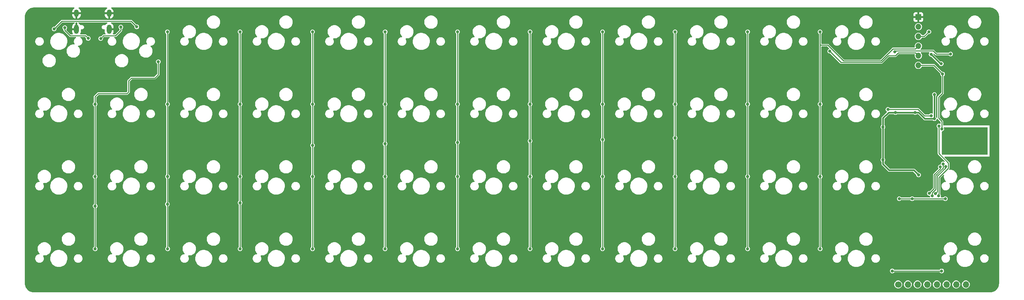
<source format=gbr>
%TF.GenerationSoftware,KiCad,Pcbnew,7.0.1-0*%
%TF.CreationDate,2023-04-12T11:46:53-05:00*%
%TF.ProjectId,pcb,7063622e-6b69-4636-9164-5f7063625858,rev?*%
%TF.SameCoordinates,Original*%
%TF.FileFunction,Copper,L1,Top*%
%TF.FilePolarity,Positive*%
%FSLAX46Y46*%
G04 Gerber Fmt 4.6, Leading zero omitted, Abs format (unit mm)*
G04 Created by KiCad (PCBNEW 7.0.1-0) date 2023-04-12 11:46:53*
%MOMM*%
%LPD*%
G01*
G04 APERTURE LIST*
%TA.AperFunction,ComponentPad*%
%ADD10O,1.300000X1.900000*%
%TD*%
%TA.AperFunction,ComponentPad*%
%ADD11O,1.300000X2.400000*%
%TD*%
%TA.AperFunction,SMDPad,CuDef*%
%ADD12O,1.300000X2.400000*%
%TD*%
%TA.AperFunction,ComponentPad*%
%ADD13C,1.700000*%
%TD*%
%TA.AperFunction,ComponentPad*%
%ADD14O,1.700000X1.700000*%
%TD*%
%TA.AperFunction,ComponentPad*%
%ADD15O,1.524000X1.524000*%
%TD*%
%TA.AperFunction,ComponentPad*%
%ADD16R,1.524000X1.524000*%
%TD*%
%TA.AperFunction,ViaPad*%
%ADD17C,0.812800*%
%TD*%
%TA.AperFunction,Conductor*%
%ADD18C,0.254000*%
%TD*%
%TA.AperFunction,Conductor*%
%ADD19C,0.381000*%
%TD*%
G04 APERTURE END LIST*
D10*
%TO.P,USB1,S,SHIELD*%
%TO.N,GND*%
X39157849Y-22364085D03*
D11*
X39157849Y-26564085D03*
D12*
X39157849Y-26564085D03*
D10*
X47757849Y-22364085D03*
D11*
X47757849Y-26564085D03*
%TD*%
D13*
%TO.P,J5,1,Pin_1*%
%TO.N,extra1*%
X255075000Y-93750000D03*
D14*
%TO.P,J5,2,Pin_2*%
%TO.N,extra2*%
X257615000Y-93750000D03*
%TO.P,J5,3,Pin_3*%
%TO.N,extra3*%
X260155000Y-93750000D03*
%TO.P,J5,4,Pin_4*%
%TO.N,extra4*%
X262695000Y-93750000D03*
%TO.P,J5,5,Pin_5*%
%TO.N,extra5*%
X265235000Y-93750000D03*
%TO.P,J5,6,Pin_6*%
%TO.N,extra6*%
X267775000Y-93750000D03*
%TO.P,J5,7,Pin_7*%
%TO.N,extra7*%
X270315000Y-93750000D03*
%TO.P,J5,8,Pin_8*%
%TO.N,extra8*%
X272855000Y-93750000D03*
%TD*%
D15*
%TO.P,J2,1,~{RST}*%
%TO.N,ISP_Reset*%
X260375000Y-36050000D03*
%TO.P,J2,2,VCC*%
%TO.N,VCC*%
X260375000Y-25890000D03*
%TO.P,J2,3,MISO*%
%TO.N,col11{slash}miso*%
X260375000Y-30970000D03*
%TO.P,J2,4,MOSI*%
%TO.N,col10{slash}mosi*%
X260375000Y-33510000D03*
%TO.P,J2,5,SCK*%
%TO.N,col12{slash}sck*%
X260375000Y-28430000D03*
D16*
%TO.P,J2,6,GND*%
%TO.N,GND*%
X260375000Y-23350000D03*
%TD*%
D17*
%TO.N,GND*%
X157225000Y-36075000D03*
X253750000Y-79000000D03*
X252450000Y-38575000D03*
X242950000Y-42500000D03*
X195200000Y-54900000D03*
X221900000Y-40475000D03*
X178525000Y-54100000D03*
X119250000Y-36100000D03*
X114025000Y-89200000D03*
X44975000Y-78950000D03*
X259800000Y-76775000D03*
X145750000Y-40450000D03*
X53800000Y-40425000D03*
X126675000Y-53075000D03*
X64000000Y-62750000D03*
X83100000Y-55625000D03*
X258650000Y-57775000D03*
X183850000Y-42500000D03*
X260250000Y-52850000D03*
X176550000Y-78925000D03*
X259800000Y-73875000D03*
X83100000Y-62750000D03*
X209125000Y-89200000D03*
X27500000Y-93875000D03*
X195575000Y-62725000D03*
X230845518Y-39595518D03*
X214625000Y-62750000D03*
X176550000Y-62725000D03*
X140250000Y-62750000D03*
X75825000Y-72050000D03*
X120250000Y-93900000D03*
X140300000Y-36100000D03*
X119375000Y-78950000D03*
X64000000Y-55625000D03*
X178450000Y-36075000D03*
X261875000Y-52800000D03*
X255550000Y-55025000D03*
X267725000Y-50450000D03*
X119375000Y-62750000D03*
X178450000Y-39825000D03*
X138400000Y-78950000D03*
X233450000Y-36100000D03*
X214650000Y-54475000D03*
X261875000Y-60050000D03*
X190225000Y-89200000D03*
X183875000Y-53075000D03*
X170975000Y-89200000D03*
X100175000Y-39850000D03*
X46025000Y-44300000D03*
X257025000Y-60100000D03*
X157350000Y-78925000D03*
X56675000Y-89175000D03*
X121225000Y-78950000D03*
X176425000Y-39825000D03*
X100300000Y-78950000D03*
X107550000Y-40450000D03*
X75825000Y-75575000D03*
X62150000Y-62750000D03*
X260325000Y-66825000D03*
X152600000Y-75575000D03*
X62025000Y-36100000D03*
X138400000Y-62750000D03*
X133325000Y-38550000D03*
X37825000Y-74950000D03*
X197375000Y-53875000D03*
X63100000Y-22625000D03*
X171150000Y-38550000D03*
X102150000Y-55625000D03*
X95325000Y-38550000D03*
X235450000Y-54425000D03*
X229025000Y-71000000D03*
X114300000Y-56650000D03*
X64050000Y-39850000D03*
X228250000Y-89200000D03*
X114100000Y-38550000D03*
X229025000Y-75650000D03*
X241150000Y-53050000D03*
X176550000Y-54875000D03*
X216525000Y-39850000D03*
X209200000Y-75575000D03*
X126675000Y-51050000D03*
X37500000Y-26575000D03*
X56675000Y-70175000D03*
X102175000Y-42550000D03*
X50400000Y-53075000D03*
X244825000Y-36550000D03*
X202775000Y-53075000D03*
X195575000Y-78925000D03*
X233675000Y-78950000D03*
X138325000Y-55475000D03*
X114300000Y-59175000D03*
X164850000Y-42500000D03*
X157325000Y-55125000D03*
X81100000Y-42675000D03*
X57800000Y-38525000D03*
X32500000Y-40050000D03*
X209125000Y-91225000D03*
X100175000Y-36100000D03*
X190300000Y-38550000D03*
X83150000Y-39850000D03*
X145750000Y-42475000D03*
X69300000Y-51050000D03*
X209550000Y-36525000D03*
X50400000Y-51050000D03*
X140250000Y-78950000D03*
X159200000Y-78925000D03*
X277500000Y-57350000D03*
X203050000Y-42500000D03*
X114100000Y-36525000D03*
X247850000Y-75650000D03*
X62150000Y-78950000D03*
X209175000Y-54325000D03*
X126750000Y-42475000D03*
X171550000Y-75575000D03*
X157350000Y-62725000D03*
X43125000Y-62750000D03*
X248075000Y-54500000D03*
X257025000Y-57800000D03*
X170975000Y-91225000D03*
X262350000Y-23325000D03*
X216525000Y-36100000D03*
X107575000Y-34000000D03*
X203000000Y-31975000D03*
X177400000Y-93900000D03*
X126750000Y-40450000D03*
X138275000Y-39850000D03*
X251900000Y-79000000D03*
X133525000Y-70925000D03*
X88675000Y-34000000D03*
X190300000Y-36525000D03*
X75850000Y-38550000D03*
X62150000Y-55625000D03*
X176425000Y-36075000D03*
X27550000Y-22625000D03*
X145650000Y-31975000D03*
X257025000Y-52850000D03*
X247850000Y-71000000D03*
X64050000Y-36100000D03*
X28450000Y-72400000D03*
X280700000Y-58325000D03*
X56675000Y-91200000D03*
X171150000Y-36525000D03*
X159250000Y-39825000D03*
X46700000Y-29525000D03*
X250675000Y-39425000D03*
X83125000Y-42675000D03*
X195450000Y-39825000D03*
X164775000Y-51050000D03*
X247350000Y-33760300D03*
X252525000Y-66775000D03*
X102150000Y-62750000D03*
X133325000Y-36525000D03*
X257025000Y-55050000D03*
X145625000Y-53075000D03*
X152600000Y-58825000D03*
X171550000Y-70925000D03*
X257575000Y-34750000D03*
X190000000Y-75575000D03*
X102200000Y-39850000D03*
X258650000Y-52825000D03*
X26500000Y-55800000D03*
X100300000Y-62750000D03*
X232050000Y-40800000D03*
X247175000Y-89200000D03*
X254250000Y-30775000D03*
X119250000Y-39850000D03*
X69300000Y-53075000D03*
X126675000Y-34000000D03*
X265325000Y-76775000D03*
X190000000Y-58812500D03*
X221900000Y-42500000D03*
X94850000Y-89175000D03*
X228550000Y-38550000D03*
X164875000Y-34000000D03*
X43000000Y-40425000D03*
X279350000Y-93900000D03*
X265725000Y-38450000D03*
X51625000Y-42450000D03*
X100300000Y-55625000D03*
X276250000Y-72200000D03*
X145625000Y-51050000D03*
X221875000Y-31787500D03*
X62025000Y-39850000D03*
X81250000Y-78950000D03*
X45775000Y-33225000D03*
X138275000Y-36100000D03*
X202775000Y-51050000D03*
X50850000Y-21700000D03*
X183850000Y-40475000D03*
X252450000Y-36550000D03*
X247175000Y-91225000D03*
X102150000Y-78950000D03*
X264775000Y-88125000D03*
X88575000Y-51300000D03*
X214625000Y-78950000D03*
X228550000Y-36525000D03*
X41025000Y-35875000D03*
X229100000Y-58975000D03*
X152600000Y-55575000D03*
X261875000Y-55000000D03*
X216475000Y-78950000D03*
X121225000Y-62750000D03*
X28750000Y-58300000D03*
X203050000Y-40475000D03*
X235425000Y-62750000D03*
X121275000Y-39850000D03*
X83100000Y-78950000D03*
X209200000Y-70925000D03*
X133525000Y-75575000D03*
X190225000Y-91225000D03*
X259825000Y-88125000D03*
X119375000Y-55625000D03*
X132900000Y-89200000D03*
X75850000Y-36525000D03*
X88800000Y-40425000D03*
X228250000Y-91225000D03*
X164875000Y-31975000D03*
X94650000Y-75575000D03*
X51625000Y-44300000D03*
X262275000Y-38450000D03*
X132900000Y-91225000D03*
X56675000Y-72225000D03*
X81125000Y-39850000D03*
X209550000Y-38550000D03*
X75950000Y-91200000D03*
X140300000Y-54700000D03*
X43000000Y-42450000D03*
X190000000Y-70925000D03*
X246200000Y-58525000D03*
X247350000Y-32075000D03*
X241150000Y-51025000D03*
X152025000Y-91225000D03*
X279725000Y-22625000D03*
X83150000Y-36100000D03*
X32500000Y-42075000D03*
X107625000Y-53325000D03*
X268325000Y-55900000D03*
X75825000Y-70175000D03*
X277500000Y-54650000D03*
X222250000Y-53050000D03*
X46025000Y-42450000D03*
X258650000Y-60075000D03*
X233600000Y-54425000D03*
X159300000Y-54350000D03*
X256400000Y-89200000D03*
X57800000Y-36500000D03*
X102200000Y-36100000D03*
X100150000Y-42550000D03*
X255550000Y-60075000D03*
X276250000Y-70175000D03*
X113775000Y-75575000D03*
X216500000Y-54475000D03*
X235475000Y-36100000D03*
X44975000Y-55625000D03*
X140300000Y-39850000D03*
X247350000Y-36300000D03*
X46950000Y-37275000D03*
X254600000Y-69825000D03*
X197425000Y-78925000D03*
X233575000Y-62750000D03*
X235525000Y-78950000D03*
X256400000Y-91225000D03*
X44975000Y-62750000D03*
X190000000Y-54687500D03*
X216475000Y-62750000D03*
X28525000Y-55800000D03*
X107575000Y-31975000D03*
X209175000Y-58975000D03*
X214500000Y-36100000D03*
X36100000Y-21675000D03*
X183875000Y-31975000D03*
X260250000Y-55050000D03*
X244825000Y-38575000D03*
X114025000Y-91225000D03*
X88800000Y-42450000D03*
X37825000Y-72925000D03*
X170700000Y-55375000D03*
X159200000Y-62725000D03*
X43125000Y-78950000D03*
X170700000Y-58575000D03*
X265750000Y-41300000D03*
X69175000Y-42450000D03*
X261875000Y-57750000D03*
X64000000Y-78950000D03*
X214500000Y-39850000D03*
X152400000Y-36525000D03*
X260250000Y-57800000D03*
X197475000Y-36075000D03*
X53800000Y-42450000D03*
X260250000Y-60100000D03*
X255550000Y-52825000D03*
X120250000Y-22625000D03*
X261250000Y-41300000D03*
X267775000Y-39975000D03*
X157225000Y-39825000D03*
X88575000Y-53325000D03*
X94850000Y-91200000D03*
X88675000Y-31975000D03*
X107550000Y-42475000D03*
X56675000Y-75575000D03*
X276150000Y-91225000D03*
X183875000Y-34000000D03*
X121275000Y-36100000D03*
X265750000Y-39975000D03*
X94650000Y-70925000D03*
X75950000Y-89175000D03*
X152400000Y-38550000D03*
X258650000Y-55025000D03*
X145650000Y-34000000D03*
X203000000Y-34000000D03*
X69175000Y-40425000D03*
X81250000Y-55625000D03*
X164850000Y-40475000D03*
X242950000Y-40475000D03*
X152600000Y-70925000D03*
X234525000Y-22625000D03*
X178400000Y-78925000D03*
X126675000Y-31975000D03*
X178400000Y-62725000D03*
X63100000Y-92575000D03*
X229100000Y-54325000D03*
X221875000Y-33812500D03*
X69300000Y-34025000D03*
X121225000Y-55625000D03*
X276150000Y-89200000D03*
X222250000Y-51275000D03*
X250675000Y-41450000D03*
X113775000Y-70925000D03*
X152025000Y-89200000D03*
X164775000Y-53075000D03*
X177400000Y-22625000D03*
X81250000Y-62750000D03*
X197425000Y-62725000D03*
X107625000Y-51300000D03*
X159250000Y-36075000D03*
X195450000Y-36075000D03*
X95325000Y-36525000D03*
X197475000Y-39825000D03*
X255550000Y-57775000D03*
X26425000Y-72400000D03*
X183875000Y-51050000D03*
X43125000Y-55625000D03*
X69300000Y-32000000D03*
X81125000Y-36100000D03*
%TO.N,VCC*%
X260425000Y-64925000D03*
X251075000Y-52275000D03*
X264600000Y-50125000D03*
X266400000Y-35650000D03*
X254350000Y-48500000D03*
X264600000Y-43750000D03*
X251075000Y-60950000D03*
X259550000Y-48500000D03*
X263725000Y-33200000D03*
%TO.N,row2*%
X255350000Y-71175000D03*
X258750000Y-71175000D03*
X267450000Y-71175000D03*
%TO.N,col3*%
X82150000Y-72250000D03*
X82150000Y-84375000D03*
X82150000Y-65325000D03*
X82150000Y-27225000D03*
X82150000Y-46275000D03*
%TO.N,col4*%
X101175000Y-27225000D03*
X101175000Y-57125000D03*
X101200000Y-65325000D03*
X101175000Y-46275000D03*
X101200000Y-84375000D03*
%TO.N,col5*%
X120250000Y-65325000D03*
X120250000Y-84375000D03*
X120250000Y-46275000D03*
X120275000Y-27225000D03*
X120250000Y-56700000D03*
%TO.N,col6*%
X139300000Y-65325000D03*
X139300000Y-46275000D03*
X139300000Y-84375000D03*
X139300000Y-56350000D03*
X139300000Y-27225000D03*
%TO.N,col7*%
X158350000Y-27225000D03*
X158350000Y-46275000D03*
X158325000Y-84375000D03*
X158325000Y-55975000D03*
X158375000Y-65325000D03*
%TO.N,col8*%
X177375000Y-84375000D03*
X177400000Y-27225000D03*
X177375000Y-46275000D03*
X177400000Y-65325000D03*
X177400000Y-55644100D03*
%TO.N,col9*%
X196450000Y-84375000D03*
X196450000Y-55175000D03*
X196450000Y-27225000D03*
X196450000Y-65325000D03*
X196450000Y-46275000D03*
%TO.N,Net-(USB1-CC1)*%
X36100000Y-26150000D03*
X42225000Y-28975000D03*
%TO.N,Net-(USB1-CC2)*%
X45525000Y-29000000D03*
X50825000Y-25975000D03*
%TO.N,ISP_Reset*%
X266750000Y-38375000D03*
X266525000Y-52825000D03*
%TO.N,row3*%
X253525000Y-90200000D03*
X266500000Y-90200000D03*
%TO.N,row0*%
X33275000Y-26475000D03*
X254175000Y-32475000D03*
X268850000Y-33100000D03*
X55000000Y-25925000D03*
%TO.N,row1*%
X263750000Y-49300000D03*
X252375000Y-47675000D03*
%TO.N,col11{slash}miso*%
X234575000Y-84375000D03*
X234575000Y-46275000D03*
X234575000Y-65325000D03*
X234550000Y-27225000D03*
%TO.N,col10{slash}mosi*%
X215525000Y-27225000D03*
X237075000Y-32342202D03*
X215525000Y-84375000D03*
X215525000Y-65325000D03*
X215525000Y-46275000D03*
%TO.N,col12{slash}sck*%
X263125000Y-27225000D03*
%TO.N,col1*%
X44050000Y-65325000D03*
X60675000Y-35100000D03*
X44050000Y-46275000D03*
X44075000Y-73100000D03*
X44075000Y-84375000D03*
%TO.N,col2*%
X63100000Y-65350000D03*
X63050000Y-27225000D03*
X63050000Y-72600000D03*
X63125000Y-84375000D03*
X63100000Y-46275000D03*
%TO.N,extra5*%
X263275000Y-69775000D03*
X266150000Y-62825000D03*
%TO.N,extra6*%
X264036175Y-70442202D03*
X266875000Y-62000000D03*
%TO.N,extra7*%
X267560300Y-62750000D03*
X264868035Y-69793035D03*
%TO.N,extra8*%
X265775000Y-52025000D03*
X265698668Y-70442202D03*
%TD*%
D18*
%TO.N,GND*%
X114100000Y-36525000D02*
X114100000Y-38550000D01*
X190225000Y-89200000D02*
X190225000Y-91225000D01*
X94650000Y-70925000D02*
X94650000Y-74525000D01*
X190000000Y-70925000D02*
X190000000Y-74525000D01*
X88675000Y-31975000D02*
X88675000Y-34000000D01*
X164875000Y-31975000D02*
X164875000Y-34000000D01*
X113775000Y-70925000D02*
X113775000Y-74525000D01*
X241150000Y-51025000D02*
X241150000Y-53050000D01*
X259800000Y-76775000D02*
X265325000Y-76775000D01*
X248075000Y-54500000D02*
X248075000Y-58600000D01*
X88575000Y-51050000D02*
X88575000Y-53075000D01*
X183850000Y-40475000D02*
X183850000Y-42500000D01*
X203000000Y-31975000D02*
X203000000Y-34000000D01*
X37825000Y-72925000D02*
X37825000Y-74950000D01*
X126675000Y-51050000D02*
X126675000Y-53075000D01*
X229100000Y-54650000D02*
X229100000Y-58250000D01*
X203050000Y-40475000D02*
X203050000Y-42500000D01*
X152600000Y-55850000D02*
X152600000Y-55575000D01*
X221900000Y-40475000D02*
X221900000Y-42500000D01*
X45775000Y-35250000D02*
X45775000Y-33225000D01*
X69300000Y-32000000D02*
X69300000Y-34025000D01*
X209175000Y-54325000D02*
X209175000Y-57925000D01*
X107575000Y-31975000D02*
X107575000Y-34000000D01*
X50400000Y-51050000D02*
X50400000Y-53075000D01*
X152600000Y-70925000D02*
X152600000Y-74525000D01*
X209200000Y-74525000D02*
X209200000Y-75575000D01*
X45150000Y-35875000D02*
X45775000Y-35250000D01*
X133525000Y-74525000D02*
X133525000Y-75575000D01*
X221875000Y-31787500D02*
X221875000Y-33812500D01*
X170975000Y-89200000D02*
X170975000Y-91225000D01*
X94650000Y-74525000D02*
X94650000Y-75575000D01*
X244825000Y-36550000D02*
X244825000Y-38575000D01*
X254600000Y-72575000D02*
X255900000Y-73875000D01*
X114025000Y-89200000D02*
X114025000Y-91225000D01*
X126750000Y-40450000D02*
X126750000Y-42475000D01*
X247175000Y-89200000D02*
X247175000Y-91225000D01*
X164850000Y-40475000D02*
X164850000Y-42500000D01*
X171550000Y-74525000D02*
X171550000Y-75575000D01*
X209200000Y-70925000D02*
X209200000Y-74525000D01*
X229025000Y-74600000D02*
X229025000Y-75650000D01*
X183875000Y-31975000D02*
X183875000Y-34000000D01*
X209125000Y-89200000D02*
X209125000Y-91225000D01*
X190300000Y-36525000D02*
X190300000Y-38550000D01*
X259825000Y-88125000D02*
X264775000Y-88125000D01*
X209175000Y-57925000D02*
X209175000Y-58975000D01*
X152400000Y-36525000D02*
X152400000Y-38550000D01*
X133325000Y-36525000D02*
X133325000Y-38550000D01*
X252450000Y-36550000D02*
X252450000Y-38575000D01*
X133525000Y-70925000D02*
X133525000Y-74525000D01*
X171150000Y-36525000D02*
X171150000Y-38550000D01*
X113775000Y-74525000D02*
X113775000Y-75575000D01*
X75950000Y-89175000D02*
X75950000Y-91200000D01*
X222250000Y-51025000D02*
X222250000Y-53050000D01*
X242950000Y-40475000D02*
X242950000Y-42500000D01*
X250675000Y-39425000D02*
X250675000Y-41450000D01*
X229025000Y-71000000D02*
X229025000Y-74600000D01*
X228550000Y-36525000D02*
X228550000Y-38550000D01*
X107550000Y-40450000D02*
X107550000Y-42475000D01*
X145750000Y-40450000D02*
X145750000Y-42475000D01*
X126675000Y-31975000D02*
X126675000Y-34000000D01*
X170700000Y-58575000D02*
X170700000Y-55375000D01*
X190000000Y-58812500D02*
X190000000Y-54687500D01*
X261250000Y-41300000D02*
X265750000Y-41300000D01*
X57800000Y-36500000D02*
X57800000Y-38525000D01*
X229100000Y-58250000D02*
X229100000Y-59300000D01*
X254600000Y-72575000D02*
X254600000Y-69825000D01*
X145625000Y-51300000D02*
X145625000Y-53075000D01*
X255900000Y-73875000D02*
X258975000Y-73875000D01*
X202775000Y-51050000D02*
X202775000Y-53075000D01*
X232050000Y-40800000D02*
X230845518Y-39595518D01*
X69300000Y-51050000D02*
X69300000Y-53075000D01*
X247850000Y-74600000D02*
X247850000Y-75650000D01*
X75825000Y-70175000D02*
X75825000Y-75575000D01*
X190000000Y-74525000D02*
X190000000Y-75575000D01*
X94850000Y-89175000D02*
X94850000Y-91200000D01*
X183875000Y-51050000D02*
X183875000Y-53075000D01*
X114300000Y-59175000D02*
X114300000Y-56650000D01*
X88800000Y-40425000D02*
X88800000Y-42450000D01*
X107625000Y-51300000D02*
X107625000Y-53325000D01*
X152600000Y-74525000D02*
X152600000Y-75575000D01*
X32500000Y-40050000D02*
X32500000Y-42075000D01*
X251900000Y-79000000D02*
X253750000Y-79000000D01*
X132900000Y-89200000D02*
X132900000Y-91225000D01*
X171550000Y-70925000D02*
X171550000Y-74525000D01*
X247850000Y-71000000D02*
X247850000Y-74600000D01*
X145625000Y-51050000D02*
X145625000Y-51300000D01*
X209550000Y-36525000D02*
X209550000Y-38550000D01*
X26500000Y-55800000D02*
X28525000Y-55800000D01*
X258975000Y-73875000D02*
X259800000Y-73875000D01*
X56675000Y-70175000D02*
X56675000Y-75575000D01*
X75850000Y-36525000D02*
X75850000Y-38550000D01*
X262275000Y-38450000D02*
X265725000Y-38450000D01*
X228250000Y-89200000D02*
X228250000Y-91225000D01*
X95325000Y-36525000D02*
X95325000Y-38550000D01*
X247350000Y-32075000D02*
X247350000Y-33760300D01*
X53800000Y-40425000D02*
X53800000Y-42450000D01*
X276250000Y-70175000D02*
X276250000Y-72200000D01*
X164775000Y-51050000D02*
X164775000Y-53075000D01*
X56675000Y-89175000D02*
X56675000Y-91200000D01*
X145650000Y-31975000D02*
X145650000Y-34000000D01*
X152600000Y-58825000D02*
X152600000Y-55850000D01*
X26425000Y-72400000D02*
X28450000Y-72400000D01*
X41025000Y-35875000D02*
X45150000Y-35875000D01*
X276150000Y-89200000D02*
X276150000Y-91225000D01*
X69175000Y-40425000D02*
X69175000Y-42450000D01*
X43000000Y-40425000D02*
X43000000Y-42450000D01*
X152025000Y-89200000D02*
X152025000Y-91225000D01*
D19*
%TO.N,VCC*%
X251075000Y-49975000D02*
X252550000Y-48500000D01*
X262075000Y-50125000D02*
X264600000Y-50125000D01*
X251075000Y-60950000D02*
X251075000Y-62050000D01*
X260450000Y-48500000D02*
X262075000Y-50125000D01*
X264600000Y-43750000D02*
X264600000Y-50125000D01*
X254350000Y-48500000D02*
X259550000Y-48500000D01*
X259550000Y-48500000D02*
X260450000Y-48500000D01*
X251075000Y-62050000D02*
X252700000Y-63675000D01*
X266175000Y-35650000D02*
X263725000Y-33200000D01*
X252700000Y-63675000D02*
X259175000Y-63675000D01*
X259175000Y-63675000D02*
X260425000Y-64925000D01*
X251075000Y-49975000D02*
X251075000Y-52275000D01*
X254350000Y-48500000D02*
X252550000Y-48500000D01*
X251075000Y-52275000D02*
X251075000Y-60950000D01*
X266400000Y-35650000D02*
X266175000Y-35650000D01*
D18*
%TO.N,row2*%
X258750000Y-71175000D02*
X255350000Y-71175000D01*
X258750000Y-71175000D02*
X267450000Y-71175000D01*
%TO.N,col3*%
X82150000Y-27225000D02*
X82150000Y-72250000D01*
X82150000Y-72250000D02*
X82150000Y-84375000D01*
%TO.N,col4*%
X101175000Y-84350000D02*
X101200000Y-84375000D01*
X101175000Y-27225000D02*
X101175000Y-57125000D01*
X101175000Y-57125000D02*
X101175000Y-84350000D01*
%TO.N,col5*%
X120250000Y-84375000D02*
X120250000Y-56700000D01*
X120250000Y-27250000D02*
X120275000Y-27225000D01*
X120250000Y-56700000D02*
X120250000Y-27250000D01*
%TO.N,col6*%
X139300000Y-56750000D02*
X139300000Y-84375000D01*
X139300000Y-27225000D02*
X139300000Y-56350000D01*
X139300000Y-56350000D02*
X139300000Y-56750000D01*
%TO.N,col7*%
X158325000Y-84375000D02*
X158325000Y-56200000D01*
X158325000Y-56200000D02*
X158325000Y-55975000D01*
X158325000Y-55975000D02*
X158325000Y-27250000D01*
X158325000Y-27250000D02*
X158350000Y-27225000D01*
%TO.N,col8*%
X177400000Y-55725000D02*
X177400000Y-84350000D01*
X177400000Y-84350000D02*
X177375000Y-84375000D01*
X177400000Y-27225000D02*
X177400000Y-55725000D01*
%TO.N,col9*%
X196450000Y-84375000D02*
X196450000Y-55175000D01*
X196450000Y-55175000D02*
X196450000Y-27225000D01*
%TO.N,Net-(USB1-CC1)*%
X42225000Y-28975000D02*
X41500000Y-28250000D01*
X37500000Y-28250000D02*
X41500000Y-28250000D01*
X36100000Y-26850000D02*
X36100000Y-26150000D01*
X36100000Y-26850000D02*
X37500000Y-28250000D01*
%TO.N,Net-(USB1-CC2)*%
X46250000Y-28275000D02*
X49350000Y-28275000D01*
X45525000Y-29000000D02*
X46250000Y-28275000D01*
X50825000Y-26800000D02*
X49350000Y-28275000D01*
X50825000Y-25975000D02*
X50825000Y-26800000D01*
%TO.N,ISP_Reset*%
X266525000Y-52825000D02*
X266525000Y-50800000D01*
X266525000Y-50800000D02*
X265700000Y-49975000D01*
X265700000Y-44425000D02*
X266750000Y-43375000D01*
X266750000Y-43375000D02*
X266750000Y-38375000D01*
X264425000Y-36050000D02*
X260375000Y-36050000D01*
X266750000Y-38375000D02*
X264425000Y-36050000D01*
X265700000Y-49975000D02*
X265700000Y-44425000D01*
%TO.N,row3*%
X266500000Y-90200000D02*
X253525000Y-90200000D01*
%TO.N,row0*%
X254375000Y-32275000D02*
X254175000Y-32475000D01*
X53500000Y-24425000D02*
X55000000Y-25925000D01*
X268850000Y-33100000D02*
X265100000Y-33100000D01*
X35325000Y-24425000D02*
X53500000Y-24425000D01*
X264275000Y-32275000D02*
X254375000Y-32275000D01*
X265100000Y-33100000D02*
X264275000Y-32275000D01*
X33275000Y-26475000D02*
X35325000Y-24425000D01*
%TO.N,row1*%
X261850000Y-49225000D02*
X261925000Y-49300000D01*
X252375000Y-47675000D02*
X260300000Y-47675000D01*
X260300000Y-47675000D02*
X261850000Y-49225000D01*
X261925000Y-49300000D02*
X263750000Y-49300000D01*
%TO.N,col11{slash}miso*%
X240743600Y-34893600D02*
X236600000Y-30750000D01*
X234575000Y-27250000D02*
X234550000Y-27225000D01*
X250523102Y-34893600D02*
X240743600Y-34893600D01*
X236600000Y-30750000D02*
X234575000Y-30750000D01*
X234575000Y-84375000D02*
X234575000Y-30750000D01*
X253675000Y-31741702D02*
X250523102Y-34893600D01*
X259603298Y-31741702D02*
X253675000Y-31741702D01*
X260375000Y-30970000D02*
X259603298Y-31741702D01*
X234575000Y-30750000D02*
X234575000Y-27250000D01*
%TO.N,col10{slash}mosi*%
X259593898Y-32728898D02*
X255104400Y-32728898D01*
X252499789Y-33491649D02*
X250691438Y-35300000D01*
X240032798Y-35300000D02*
X237075000Y-32342202D01*
X260375000Y-33510000D02*
X259593898Y-32728898D01*
X254341649Y-33491649D02*
X252499789Y-33491649D01*
X250691438Y-35300000D02*
X240032798Y-35300000D01*
X215525000Y-27225000D02*
X215525000Y-84375000D01*
X255104400Y-32728898D02*
X254341649Y-33491649D01*
%TO.N,col12{slash}sck*%
X261920000Y-28430000D02*
X260375000Y-28430000D01*
X263125000Y-27225000D02*
X261920000Y-28430000D01*
%TO.N,col1*%
X44075000Y-84375000D02*
X44075000Y-73100000D01*
X60675000Y-38475000D02*
X60675000Y-35100000D01*
X52875000Y-40100000D02*
X53575000Y-39400000D01*
X52875000Y-43025000D02*
X52875000Y-40100000D01*
X44050000Y-44300000D02*
X44850000Y-43500000D01*
X44075000Y-73100000D02*
X44075000Y-46300000D01*
X52400000Y-43500000D02*
X52875000Y-43025000D01*
X44850000Y-43500000D02*
X52400000Y-43500000D01*
X59750000Y-39400000D02*
X60675000Y-38475000D01*
X44075000Y-46300000D02*
X44050000Y-46275000D01*
X44050000Y-46275000D02*
X44050000Y-44300000D01*
X53575000Y-39400000D02*
X59750000Y-39400000D01*
%TO.N,col2*%
X63050000Y-72600000D02*
X63050000Y-84300000D01*
X63050000Y-27225000D02*
X63050000Y-72600000D01*
X63050000Y-84300000D02*
X63125000Y-84375000D01*
%TO.N,extra5*%
X264550000Y-64875000D02*
X264550000Y-64925000D01*
X264550000Y-64925000D02*
X264550000Y-68500000D01*
X266150000Y-63275000D02*
X264550000Y-64875000D01*
X264550000Y-68500000D02*
X263275000Y-69775000D01*
X266150000Y-62825000D02*
X266150000Y-63275000D01*
%TO.N,extra6*%
X266875000Y-63125000D02*
X264956400Y-65043600D01*
X264036175Y-69655733D02*
X264956400Y-68735508D01*
X266875000Y-62000000D02*
X266875000Y-63125000D01*
X264036175Y-70442202D02*
X264036175Y-69655733D01*
X264956400Y-68735508D02*
X264956400Y-65043600D01*
%TO.N,extra7*%
X265362800Y-65211936D02*
X265362800Y-69298270D01*
X265362800Y-69298270D02*
X264868035Y-69793035D01*
X265362800Y-65211936D02*
X267560300Y-63014436D01*
X267560300Y-62750000D02*
X267560300Y-63014436D01*
%TO.N,extra8*%
X265769200Y-65585968D02*
X265769200Y-70371670D01*
X265769200Y-70371670D02*
X265698668Y-70442202D01*
X265775000Y-59275000D02*
X268246100Y-61746100D01*
X265775000Y-52025000D02*
X265775000Y-59275000D01*
X268246100Y-63109068D02*
X265769200Y-65585968D01*
X268246100Y-61746100D02*
X268246100Y-63109068D01*
%TD*%
%TA.AperFunction,Conductor*%
%TO.N,GND*%
G36*
X278538000Y-52391613D02*
G01*
X278583387Y-52437000D01*
X278600000Y-52499000D01*
X278600000Y-59476000D01*
X278583387Y-59538000D01*
X278538000Y-59583387D01*
X278476000Y-59600000D01*
X266674000Y-59600000D01*
X266612000Y-59583387D01*
X266566613Y-59538000D01*
X266550000Y-59476000D01*
X266550000Y-53542487D01*
X266564011Y-53485230D01*
X266602877Y-53440912D01*
X266657813Y-53419548D01*
X266683406Y-53416179D01*
X266831017Y-53355037D01*
X266957773Y-53257773D01*
X267055037Y-53131017D01*
X267116179Y-52983406D01*
X267137034Y-52825000D01*
X267116179Y-52666594D01*
X267066415Y-52546452D01*
X267057573Y-52486846D01*
X267077874Y-52430109D01*
X267122523Y-52389642D01*
X267180976Y-52375000D01*
X278476000Y-52375000D01*
X278538000Y-52391613D01*
G37*
%TD.AperFunction*%
%TD*%
%TA.AperFunction,Conductor*%
%TO.N,GND*%
G36*
X38581544Y-20852687D02*
G01*
X38626822Y-20897136D01*
X38644186Y-20958162D01*
X38629089Y-21019789D01*
X38585485Y-21065881D01*
X38461850Y-21142432D01*
X38304346Y-21286017D01*
X38175907Y-21456096D01*
X38080911Y-21646876D01*
X38022586Y-21851865D01*
X38007849Y-22010914D01*
X38007849Y-22114085D01*
X40307849Y-22114085D01*
X40307849Y-22010914D01*
X40293111Y-21851865D01*
X40234786Y-21646876D01*
X40139790Y-21456096D01*
X40011351Y-21286017D01*
X39853847Y-21142432D01*
X39730212Y-21065881D01*
X39686608Y-21019789D01*
X39671511Y-20958163D01*
X39688875Y-20897136D01*
X39734153Y-20852687D01*
X39795486Y-20836454D01*
X47120210Y-20836454D01*
X47181544Y-20852687D01*
X47226822Y-20897136D01*
X47244186Y-20958162D01*
X47229089Y-21019789D01*
X47185485Y-21065881D01*
X47061850Y-21142432D01*
X46904346Y-21286017D01*
X46775907Y-21456096D01*
X46680911Y-21646876D01*
X46622586Y-21851865D01*
X46607849Y-22010914D01*
X46607849Y-22114085D01*
X48907849Y-22114085D01*
X48907849Y-22010914D01*
X48893111Y-21851865D01*
X48834786Y-21646876D01*
X48739790Y-21456096D01*
X48611351Y-21286017D01*
X48453847Y-21142432D01*
X48330212Y-21065881D01*
X48286608Y-21019789D01*
X48271511Y-20958163D01*
X48288875Y-20897136D01*
X48334153Y-20852687D01*
X48395486Y-20836454D01*
X279198047Y-20836454D01*
X279205533Y-20836680D01*
X279216639Y-20837351D01*
X279301061Y-20842458D01*
X279489648Y-20854817D01*
X279503880Y-20856581D01*
X279630621Y-20879808D01*
X279632333Y-20880135D01*
X279784585Y-20910420D01*
X279797243Y-20913640D01*
X279926510Y-20953921D01*
X279929184Y-20954792D01*
X280070167Y-21002650D01*
X280081166Y-21006980D01*
X280206848Y-21063544D01*
X280210749Y-21065384D01*
X280293819Y-21106350D01*
X280341864Y-21130043D01*
X280351169Y-21135138D01*
X280470147Y-21207062D01*
X280474878Y-21210070D01*
X280595441Y-21290628D01*
X280602994Y-21296098D01*
X280712934Y-21382230D01*
X280718179Y-21386579D01*
X280826818Y-21481853D01*
X280832741Y-21487400D01*
X280931603Y-21586263D01*
X280937149Y-21592185D01*
X281032399Y-21700797D01*
X281036782Y-21706083D01*
X281122895Y-21815998D01*
X281128386Y-21823580D01*
X281147285Y-21851865D01*
X281208924Y-21944113D01*
X281211933Y-21948844D01*
X281259376Y-22027326D01*
X281283863Y-22067831D01*
X281288952Y-22077125D01*
X281322250Y-22144647D01*
X281353602Y-22208224D01*
X281355464Y-22212176D01*
X281412013Y-22337822D01*
X281416357Y-22348855D01*
X281464168Y-22489703D01*
X281465134Y-22492671D01*
X281505350Y-22621730D01*
X281508582Y-22634429D01*
X281538845Y-22786572D01*
X281539197Y-22788412D01*
X281562418Y-22915128D01*
X281564184Y-22929369D01*
X281576494Y-23117185D01*
X281576533Y-23117808D01*
X281582323Y-23213533D01*
X281582549Y-23221020D01*
X281582549Y-93460385D01*
X281582323Y-93467876D01*
X281576407Y-93565627D01*
X281576369Y-93566230D01*
X281564240Y-93751648D01*
X281562472Y-93765908D01*
X281538726Y-93895471D01*
X281538375Y-93897310D01*
X281508688Y-94046547D01*
X281505456Y-94059246D01*
X281464658Y-94190166D01*
X281463692Y-94193135D01*
X281416513Y-94332111D01*
X281412169Y-94343142D01*
X281354994Y-94470176D01*
X281353130Y-94474129D01*
X281289185Y-94603792D01*
X281284090Y-94613098D01*
X281211473Y-94733219D01*
X281208458Y-94737960D01*
X281128694Y-94857332D01*
X281123203Y-94864914D01*
X281036331Y-94975796D01*
X281031948Y-94981082D01*
X280937557Y-95088711D01*
X280932011Y-95094633D01*
X280832303Y-95194340D01*
X280826380Y-95199887D01*
X280718741Y-95294282D01*
X280713456Y-95298664D01*
X280602590Y-95385521D01*
X280595006Y-95391013D01*
X280475626Y-95470778D01*
X280470886Y-95473792D01*
X280350748Y-95546417D01*
X280341442Y-95551513D01*
X280211821Y-95615434D01*
X280207869Y-95617297D01*
X280080789Y-95674491D01*
X280069755Y-95678835D01*
X279930798Y-95726003D01*
X279927831Y-95726968D01*
X279796902Y-95767767D01*
X279784203Y-95770999D01*
X279635050Y-95800667D01*
X279633210Y-95801019D01*
X279503526Y-95824784D01*
X279489285Y-95826550D01*
X279309755Y-95838317D01*
X279309133Y-95838356D01*
X279248213Y-95842041D01*
X279204800Y-95844667D01*
X279197323Y-95844893D01*
X27983462Y-95844893D01*
X27975974Y-95844667D01*
X27884197Y-95839115D01*
X27883555Y-95839074D01*
X27691408Y-95826449D01*
X27677187Y-95824685D01*
X27554568Y-95802215D01*
X27552728Y-95801863D01*
X27396427Y-95770773D01*
X27383729Y-95767542D01*
X27257289Y-95728143D01*
X27254320Y-95727177D01*
X27110807Y-95678462D01*
X27099775Y-95674118D01*
X26976144Y-95618478D01*
X26972191Y-95616615D01*
X26839057Y-95550962D01*
X26829762Y-95545873D01*
X26712378Y-95474913D01*
X26707676Y-95471923D01*
X26705962Y-95470778D01*
X26666570Y-95444457D01*
X26585483Y-95390277D01*
X26577902Y-95384786D01*
X26469368Y-95299758D01*
X26464094Y-95295386D01*
X26354053Y-95198884D01*
X26348131Y-95193337D01*
X26250494Y-95095702D01*
X26244947Y-95089780D01*
X26148443Y-94979740D01*
X26144084Y-94974484D01*
X26059041Y-94865936D01*
X26053551Y-94858356D01*
X25971912Y-94736178D01*
X25968897Y-94731437D01*
X25897954Y-94614086D01*
X25892859Y-94604781D01*
X25879945Y-94578597D01*
X25827179Y-94471601D01*
X25825367Y-94467758D01*
X25769698Y-94344069D01*
X25765361Y-94333056D01*
X25716600Y-94189419D01*
X25715699Y-94186649D01*
X25676264Y-94060103D01*
X25673041Y-94047441D01*
X25641922Y-93891007D01*
X25641592Y-93889278D01*
X25619123Y-93766680D01*
X25617362Y-93752481D01*
X25617199Y-93750000D01*
X254019520Y-93750000D01*
X254039800Y-93955910D01*
X254039800Y-93955912D01*
X254039801Y-93955914D01*
X254099864Y-94153915D01*
X254197400Y-94336393D01*
X254328663Y-94496337D01*
X254488607Y-94627600D01*
X254671085Y-94725136D01*
X254869086Y-94785199D01*
X255075000Y-94805480D01*
X255280914Y-94785199D01*
X255478915Y-94725136D01*
X255661393Y-94627600D01*
X255821337Y-94496337D01*
X255952600Y-94336393D01*
X256050136Y-94153915D01*
X256110199Y-93955914D01*
X256130480Y-93750000D01*
X256559520Y-93750000D01*
X256579800Y-93955910D01*
X256579800Y-93955912D01*
X256579801Y-93955914D01*
X256639864Y-94153915D01*
X256737400Y-94336393D01*
X256868663Y-94496337D01*
X257028607Y-94627600D01*
X257211085Y-94725136D01*
X257409086Y-94785199D01*
X257615000Y-94805480D01*
X257820914Y-94785199D01*
X258018915Y-94725136D01*
X258201393Y-94627600D01*
X258361337Y-94496337D01*
X258492600Y-94336393D01*
X258590136Y-94153915D01*
X258650199Y-93955914D01*
X258670480Y-93750000D01*
X259099520Y-93750000D01*
X259119800Y-93955910D01*
X259119800Y-93955912D01*
X259119801Y-93955914D01*
X259179864Y-94153915D01*
X259277400Y-94336393D01*
X259408663Y-94496337D01*
X259568607Y-94627600D01*
X259751085Y-94725136D01*
X259949086Y-94785199D01*
X260155000Y-94805480D01*
X260360914Y-94785199D01*
X260558915Y-94725136D01*
X260741393Y-94627600D01*
X260901337Y-94496337D01*
X261032600Y-94336393D01*
X261130136Y-94153915D01*
X261190199Y-93955914D01*
X261210480Y-93750000D01*
X261639520Y-93750000D01*
X261659800Y-93955910D01*
X261659800Y-93955912D01*
X261659801Y-93955914D01*
X261719864Y-94153915D01*
X261817400Y-94336393D01*
X261948663Y-94496337D01*
X262108607Y-94627600D01*
X262291085Y-94725136D01*
X262489086Y-94785199D01*
X262695000Y-94805480D01*
X262900914Y-94785199D01*
X263098915Y-94725136D01*
X263281393Y-94627600D01*
X263441337Y-94496337D01*
X263572600Y-94336393D01*
X263670136Y-94153915D01*
X263730199Y-93955914D01*
X263750480Y-93750000D01*
X264179520Y-93750000D01*
X264199800Y-93955910D01*
X264199800Y-93955912D01*
X264199801Y-93955914D01*
X264259864Y-94153915D01*
X264357400Y-94336393D01*
X264488663Y-94496337D01*
X264648607Y-94627600D01*
X264831085Y-94725136D01*
X265029086Y-94785199D01*
X265235000Y-94805480D01*
X265440914Y-94785199D01*
X265638915Y-94725136D01*
X265821393Y-94627600D01*
X265981337Y-94496337D01*
X266112600Y-94336393D01*
X266210136Y-94153915D01*
X266270199Y-93955914D01*
X266290480Y-93750000D01*
X266719520Y-93750000D01*
X266739800Y-93955910D01*
X266739800Y-93955912D01*
X266739801Y-93955914D01*
X266799864Y-94153915D01*
X266897400Y-94336393D01*
X267028663Y-94496337D01*
X267188607Y-94627600D01*
X267371085Y-94725136D01*
X267569086Y-94785199D01*
X267775000Y-94805480D01*
X267980914Y-94785199D01*
X268178915Y-94725136D01*
X268361393Y-94627600D01*
X268521337Y-94496337D01*
X268652600Y-94336393D01*
X268750136Y-94153915D01*
X268810199Y-93955914D01*
X268830480Y-93750000D01*
X269259520Y-93750000D01*
X269279800Y-93955910D01*
X269279800Y-93955912D01*
X269279801Y-93955914D01*
X269339864Y-94153915D01*
X269437400Y-94336393D01*
X269568663Y-94496337D01*
X269728607Y-94627600D01*
X269911085Y-94725136D01*
X270109086Y-94785199D01*
X270315000Y-94805480D01*
X270520914Y-94785199D01*
X270718915Y-94725136D01*
X270901393Y-94627600D01*
X271061337Y-94496337D01*
X271192600Y-94336393D01*
X271290136Y-94153915D01*
X271350199Y-93955914D01*
X271370480Y-93750000D01*
X271799520Y-93750000D01*
X271819800Y-93955910D01*
X271819800Y-93955912D01*
X271819801Y-93955914D01*
X271879864Y-94153915D01*
X271977400Y-94336393D01*
X272108663Y-94496337D01*
X272268607Y-94627600D01*
X272451085Y-94725136D01*
X272649086Y-94785199D01*
X272855000Y-94805480D01*
X273060914Y-94785199D01*
X273258915Y-94725136D01*
X273441393Y-94627600D01*
X273601337Y-94496337D01*
X273732600Y-94336393D01*
X273830136Y-94153915D01*
X273890199Y-93955914D01*
X273910480Y-93750000D01*
X273890199Y-93544086D01*
X273830136Y-93346085D01*
X273732600Y-93163607D01*
X273601337Y-93003663D01*
X273441393Y-92872400D01*
X273441392Y-92872399D01*
X273342849Y-92819727D01*
X273258915Y-92774864D01*
X273060914Y-92714801D01*
X273060912Y-92714800D01*
X273060910Y-92714800D01*
X272855000Y-92694520D01*
X272649089Y-92714800D01*
X272649085Y-92714801D01*
X272649086Y-92714801D01*
X272451085Y-92774864D01*
X272451081Y-92774865D01*
X272451081Y-92774866D01*
X272268607Y-92872399D01*
X272108663Y-93003663D01*
X271977399Y-93163607D01*
X271879866Y-93346081D01*
X271879864Y-93346085D01*
X271844926Y-93461261D01*
X271819800Y-93544089D01*
X271799520Y-93750000D01*
X271370480Y-93750000D01*
X271350199Y-93544086D01*
X271290136Y-93346085D01*
X271192600Y-93163607D01*
X271061337Y-93003663D01*
X270901393Y-92872400D01*
X270901392Y-92872399D01*
X270802849Y-92819727D01*
X270718915Y-92774864D01*
X270520914Y-92714801D01*
X270520912Y-92714800D01*
X270520910Y-92714800D01*
X270315000Y-92694520D01*
X270109089Y-92714800D01*
X270109085Y-92714801D01*
X270109086Y-92714801D01*
X269911085Y-92774864D01*
X269911081Y-92774865D01*
X269911081Y-92774866D01*
X269728607Y-92872399D01*
X269568663Y-93003663D01*
X269437399Y-93163607D01*
X269339866Y-93346081D01*
X269339864Y-93346085D01*
X269304926Y-93461261D01*
X269279800Y-93544089D01*
X269259520Y-93750000D01*
X268830480Y-93750000D01*
X268810199Y-93544086D01*
X268750136Y-93346085D01*
X268652600Y-93163607D01*
X268521337Y-93003663D01*
X268361393Y-92872400D01*
X268361392Y-92872399D01*
X268262849Y-92819727D01*
X268178915Y-92774864D01*
X267980914Y-92714801D01*
X267980912Y-92714800D01*
X267980910Y-92714800D01*
X267775000Y-92694520D01*
X267569089Y-92714800D01*
X267569085Y-92714801D01*
X267569086Y-92714801D01*
X267371085Y-92774864D01*
X267371081Y-92774865D01*
X267371081Y-92774866D01*
X267188607Y-92872399D01*
X267028663Y-93003663D01*
X266897399Y-93163607D01*
X266799866Y-93346081D01*
X266799864Y-93346085D01*
X266764926Y-93461261D01*
X266739800Y-93544089D01*
X266719520Y-93750000D01*
X266290480Y-93750000D01*
X266270199Y-93544086D01*
X266210136Y-93346085D01*
X266112600Y-93163607D01*
X265981337Y-93003663D01*
X265821393Y-92872400D01*
X265821392Y-92872399D01*
X265722849Y-92819727D01*
X265638915Y-92774864D01*
X265440914Y-92714801D01*
X265440912Y-92714800D01*
X265440910Y-92714800D01*
X265235000Y-92694520D01*
X265029089Y-92714800D01*
X265029085Y-92714801D01*
X265029086Y-92714801D01*
X264831085Y-92774864D01*
X264831081Y-92774865D01*
X264831081Y-92774866D01*
X264648607Y-92872399D01*
X264488663Y-93003663D01*
X264357399Y-93163607D01*
X264259866Y-93346081D01*
X264259864Y-93346085D01*
X264224926Y-93461261D01*
X264199800Y-93544089D01*
X264179520Y-93750000D01*
X263750480Y-93750000D01*
X263730199Y-93544086D01*
X263670136Y-93346085D01*
X263572600Y-93163607D01*
X263441337Y-93003663D01*
X263281393Y-92872400D01*
X263281392Y-92872399D01*
X263182849Y-92819727D01*
X263098915Y-92774864D01*
X262900914Y-92714801D01*
X262900912Y-92714800D01*
X262900910Y-92714800D01*
X262695000Y-92694520D01*
X262489089Y-92714800D01*
X262489085Y-92714801D01*
X262489086Y-92714801D01*
X262291085Y-92774864D01*
X262291081Y-92774865D01*
X262291081Y-92774866D01*
X262108607Y-92872399D01*
X261948663Y-93003663D01*
X261817399Y-93163607D01*
X261719866Y-93346081D01*
X261719864Y-93346085D01*
X261684926Y-93461261D01*
X261659800Y-93544089D01*
X261639520Y-93750000D01*
X261210480Y-93750000D01*
X261190199Y-93544086D01*
X261130136Y-93346085D01*
X261032600Y-93163607D01*
X260901337Y-93003663D01*
X260741393Y-92872400D01*
X260741392Y-92872399D01*
X260642849Y-92819727D01*
X260558915Y-92774864D01*
X260360914Y-92714801D01*
X260360912Y-92714800D01*
X260360910Y-92714800D01*
X260155000Y-92694520D01*
X259949089Y-92714800D01*
X259949085Y-92714801D01*
X259949086Y-92714801D01*
X259751085Y-92774864D01*
X259751081Y-92774865D01*
X259751081Y-92774866D01*
X259568607Y-92872399D01*
X259408663Y-93003663D01*
X259277399Y-93163607D01*
X259179866Y-93346081D01*
X259179864Y-93346085D01*
X259144926Y-93461261D01*
X259119800Y-93544089D01*
X259099520Y-93750000D01*
X258670480Y-93750000D01*
X258650199Y-93544086D01*
X258590136Y-93346085D01*
X258492600Y-93163607D01*
X258361337Y-93003663D01*
X258201393Y-92872400D01*
X258201392Y-92872399D01*
X258102849Y-92819727D01*
X258018915Y-92774864D01*
X257820914Y-92714801D01*
X257820912Y-92714800D01*
X257820910Y-92714800D01*
X257615000Y-92694520D01*
X257409089Y-92714800D01*
X257409085Y-92714801D01*
X257409086Y-92714801D01*
X257211085Y-92774864D01*
X257211081Y-92774865D01*
X257211081Y-92774866D01*
X257028607Y-92872399D01*
X256868663Y-93003663D01*
X256737399Y-93163607D01*
X256639866Y-93346081D01*
X256639864Y-93346085D01*
X256604926Y-93461261D01*
X256579800Y-93544089D01*
X256559520Y-93750000D01*
X256130480Y-93750000D01*
X256110199Y-93544086D01*
X256050136Y-93346085D01*
X255952600Y-93163607D01*
X255821337Y-93003663D01*
X255661393Y-92872400D01*
X255661392Y-92872399D01*
X255562849Y-92819727D01*
X255478915Y-92774864D01*
X255280914Y-92714801D01*
X255280912Y-92714800D01*
X255280910Y-92714800D01*
X255075000Y-92694520D01*
X254869089Y-92714800D01*
X254869085Y-92714801D01*
X254869086Y-92714801D01*
X254671085Y-92774864D01*
X254671081Y-92774865D01*
X254671081Y-92774866D01*
X254488607Y-92872399D01*
X254328663Y-93003663D01*
X254197399Y-93163607D01*
X254099866Y-93346081D01*
X254099864Y-93346085D01*
X254064926Y-93461261D01*
X254039800Y-93544089D01*
X254019520Y-93750000D01*
X25617199Y-93750000D01*
X25604270Y-93552796D01*
X25599185Y-93468749D01*
X25598959Y-93461261D01*
X25598959Y-90199999D01*
X252912966Y-90199999D01*
X252933821Y-90358406D01*
X252994961Y-90506014D01*
X252994962Y-90506016D01*
X252994963Y-90506017D01*
X253092227Y-90632773D01*
X253218983Y-90730037D01*
X253366594Y-90791179D01*
X253525000Y-90812034D01*
X253683406Y-90791179D01*
X253831017Y-90730037D01*
X253957773Y-90632773D01*
X253970216Y-90616556D01*
X254001406Y-90575911D01*
X254044938Y-90540186D01*
X254099781Y-90527398D01*
X265925219Y-90527398D01*
X265980062Y-90540186D01*
X266023594Y-90575911D01*
X266067224Y-90632770D01*
X266067225Y-90632771D01*
X266067227Y-90632773D01*
X266193983Y-90730037D01*
X266341594Y-90791179D01*
X266500000Y-90812034D01*
X266658406Y-90791179D01*
X266806017Y-90730037D01*
X266932773Y-90632773D01*
X267030037Y-90506017D01*
X267091179Y-90358406D01*
X267112034Y-90200000D01*
X267091179Y-90041594D01*
X267030037Y-89893983D01*
X266932773Y-89767227D01*
X266806017Y-89669963D01*
X266806016Y-89669962D01*
X266806014Y-89669961D01*
X266658406Y-89608821D01*
X266500000Y-89587966D01*
X266341593Y-89608821D01*
X266193985Y-89669961D01*
X266067224Y-89767229D01*
X266023594Y-89824089D01*
X265980062Y-89859814D01*
X265925219Y-89872602D01*
X254099781Y-89872602D01*
X254044938Y-89859814D01*
X254001406Y-89824089D01*
X253957775Y-89767229D01*
X253957773Y-89767228D01*
X253957773Y-89767227D01*
X253831017Y-89669963D01*
X253831016Y-89669962D01*
X253831014Y-89669961D01*
X253683406Y-89608821D01*
X253525000Y-89587966D01*
X253366593Y-89608821D01*
X253218985Y-89669961D01*
X253092227Y-89767227D01*
X252994961Y-89893985D01*
X252933821Y-90041593D01*
X252912966Y-90199999D01*
X25598959Y-90199999D01*
X25598959Y-86861899D01*
X28318815Y-86861899D01*
X28329042Y-87076602D01*
X28379718Y-87285492D01*
X28469006Y-87481007D01*
X28581755Y-87639339D01*
X28593688Y-87656097D01*
X28749251Y-87804425D01*
X28823237Y-87851973D01*
X28930071Y-87920632D01*
X28970116Y-87936663D01*
X29129622Y-88000520D01*
X29340682Y-88041198D01*
X29501767Y-88041198D01*
X29501772Y-88041198D01*
X29662125Y-88025886D01*
X29868363Y-87965329D01*
X30059413Y-87866836D01*
X30228371Y-87733966D01*
X30369130Y-87571522D01*
X30476602Y-87385375D01*
X30546904Y-87182252D01*
X30574421Y-86990865D01*
X32279987Y-86990865D01*
X32310065Y-87289843D01*
X32379723Y-87582146D01*
X32487721Y-87862555D01*
X32577228Y-88025885D01*
X32632133Y-88126073D01*
X32810377Y-88367988D01*
X33019275Y-88583987D01*
X33255100Y-88770216D01*
X33513641Y-88923350D01*
X33790287Y-89040658D01*
X33790288Y-89040658D01*
X33790290Y-89040659D01*
X33854164Y-89058155D01*
X34080100Y-89120046D01*
X34377909Y-89160098D01*
X34603187Y-89160098D01*
X34603189Y-89160098D01*
X34827974Y-89145050D01*
X34901590Y-89130086D01*
X35122441Y-89085197D01*
X35406305Y-88986629D01*
X35540401Y-88918866D01*
X35674494Y-88851107D01*
X35792332Y-88770216D01*
X35922234Y-88681044D01*
X36145093Y-88479480D01*
X36339097Y-88250010D01*
X36500785Y-87996730D01*
X36627272Y-87724158D01*
X36716300Y-87437160D01*
X36766280Y-87140856D01*
X36775607Y-86861899D01*
X38478815Y-86861899D01*
X38489042Y-87076602D01*
X38539718Y-87285492D01*
X38629006Y-87481007D01*
X38741755Y-87639339D01*
X38753688Y-87656097D01*
X38909251Y-87804425D01*
X38983237Y-87851973D01*
X39090071Y-87920632D01*
X39130116Y-87936663D01*
X39289622Y-88000520D01*
X39500682Y-88041198D01*
X39661767Y-88041198D01*
X39661772Y-88041198D01*
X39822125Y-88025886D01*
X40028363Y-87965329D01*
X40219413Y-87866836D01*
X40388371Y-87733966D01*
X40529130Y-87571522D01*
X40636602Y-87385375D01*
X40706904Y-87182252D01*
X40737493Y-86969495D01*
X40732368Y-86861899D01*
X47368831Y-86861899D01*
X47379058Y-87076602D01*
X47429734Y-87285492D01*
X47519022Y-87481007D01*
X47631771Y-87639339D01*
X47643704Y-87656097D01*
X47799267Y-87804425D01*
X47873253Y-87851973D01*
X47980087Y-87920632D01*
X48020132Y-87936663D01*
X48179638Y-88000520D01*
X48390698Y-88041198D01*
X48551783Y-88041198D01*
X48551788Y-88041198D01*
X48712141Y-88025886D01*
X48918379Y-87965329D01*
X49109429Y-87866836D01*
X49278387Y-87733966D01*
X49419146Y-87571522D01*
X49526618Y-87385375D01*
X49596920Y-87182252D01*
X49624437Y-86990865D01*
X51330003Y-86990865D01*
X51360081Y-87289843D01*
X51429739Y-87582146D01*
X51537737Y-87862555D01*
X51627244Y-88025885D01*
X51682149Y-88126073D01*
X51860393Y-88367988D01*
X52069291Y-88583987D01*
X52305116Y-88770216D01*
X52563657Y-88923350D01*
X52840303Y-89040658D01*
X52840304Y-89040658D01*
X52840306Y-89040659D01*
X52904180Y-89058155D01*
X53130116Y-89120046D01*
X53427925Y-89160098D01*
X53653203Y-89160098D01*
X53653205Y-89160098D01*
X53877990Y-89145050D01*
X53951606Y-89130086D01*
X54172457Y-89085197D01*
X54456321Y-88986629D01*
X54590417Y-88918866D01*
X54724510Y-88851107D01*
X54842348Y-88770216D01*
X54972250Y-88681044D01*
X55195109Y-88479480D01*
X55389113Y-88250010D01*
X55550801Y-87996730D01*
X55677288Y-87724158D01*
X55766316Y-87437160D01*
X55816296Y-87140856D01*
X55825623Y-86861899D01*
X57528831Y-86861899D01*
X57539058Y-87076602D01*
X57589734Y-87285492D01*
X57679022Y-87481007D01*
X57791771Y-87639339D01*
X57803704Y-87656097D01*
X57959267Y-87804425D01*
X58033253Y-87851973D01*
X58140087Y-87920632D01*
X58180132Y-87936663D01*
X58339638Y-88000520D01*
X58550698Y-88041198D01*
X58711783Y-88041198D01*
X58711788Y-88041198D01*
X58872141Y-88025886D01*
X59078379Y-87965329D01*
X59269429Y-87866836D01*
X59438387Y-87733966D01*
X59579146Y-87571522D01*
X59686618Y-87385375D01*
X59756920Y-87182252D01*
X59787509Y-86969495D01*
X59782384Y-86861899D01*
X66418847Y-86861899D01*
X66429074Y-87076602D01*
X66479750Y-87285492D01*
X66569038Y-87481007D01*
X66681787Y-87639339D01*
X66693720Y-87656097D01*
X66849283Y-87804425D01*
X66923269Y-87851973D01*
X67030103Y-87920632D01*
X67070148Y-87936663D01*
X67229654Y-88000520D01*
X67440714Y-88041198D01*
X67601799Y-88041198D01*
X67601804Y-88041198D01*
X67762157Y-88025886D01*
X67968395Y-87965329D01*
X68159445Y-87866836D01*
X68328403Y-87733966D01*
X68469162Y-87571522D01*
X68576634Y-87385375D01*
X68646936Y-87182252D01*
X68674453Y-86990865D01*
X70380019Y-86990865D01*
X70410097Y-87289843D01*
X70479755Y-87582146D01*
X70587753Y-87862555D01*
X70677260Y-88025885D01*
X70732165Y-88126073D01*
X70910409Y-88367988D01*
X71119307Y-88583987D01*
X71355132Y-88770216D01*
X71613673Y-88923350D01*
X71890319Y-89040658D01*
X71890320Y-89040658D01*
X71890322Y-89040659D01*
X71954196Y-89058155D01*
X72180132Y-89120046D01*
X72477941Y-89160098D01*
X72703219Y-89160098D01*
X72703221Y-89160098D01*
X72928006Y-89145050D01*
X73001622Y-89130086D01*
X73222473Y-89085197D01*
X73506337Y-88986629D01*
X73640433Y-88918866D01*
X73774526Y-88851107D01*
X73892364Y-88770216D01*
X74022266Y-88681044D01*
X74245125Y-88479480D01*
X74439129Y-88250010D01*
X74600817Y-87996730D01*
X74727304Y-87724158D01*
X74816332Y-87437160D01*
X74866312Y-87140856D01*
X74875639Y-86861899D01*
X76578847Y-86861899D01*
X76589074Y-87076602D01*
X76639750Y-87285492D01*
X76729038Y-87481007D01*
X76841787Y-87639339D01*
X76853720Y-87656097D01*
X77009283Y-87804425D01*
X77083269Y-87851973D01*
X77190103Y-87920632D01*
X77230148Y-87936663D01*
X77389654Y-88000520D01*
X77600714Y-88041198D01*
X77761799Y-88041198D01*
X77761804Y-88041198D01*
X77922157Y-88025886D01*
X78128395Y-87965329D01*
X78319445Y-87866836D01*
X78488403Y-87733966D01*
X78629162Y-87571522D01*
X78736634Y-87385375D01*
X78806936Y-87182252D01*
X78837525Y-86969495D01*
X78832400Y-86861899D01*
X85468863Y-86861899D01*
X85479090Y-87076602D01*
X85529766Y-87285492D01*
X85619054Y-87481007D01*
X85731803Y-87639339D01*
X85743736Y-87656097D01*
X85899299Y-87804425D01*
X85973285Y-87851973D01*
X86080119Y-87920632D01*
X86120164Y-87936663D01*
X86279670Y-88000520D01*
X86490730Y-88041198D01*
X86651815Y-88041198D01*
X86651820Y-88041198D01*
X86812173Y-88025886D01*
X87018411Y-87965329D01*
X87209461Y-87866836D01*
X87378419Y-87733966D01*
X87519178Y-87571522D01*
X87626650Y-87385375D01*
X87696952Y-87182252D01*
X87724469Y-86990865D01*
X89430035Y-86990865D01*
X89460113Y-87289843D01*
X89529771Y-87582146D01*
X89637769Y-87862555D01*
X89727276Y-88025885D01*
X89782181Y-88126073D01*
X89960425Y-88367988D01*
X90169323Y-88583987D01*
X90405148Y-88770216D01*
X90663689Y-88923350D01*
X90940335Y-89040658D01*
X90940336Y-89040658D01*
X90940338Y-89040659D01*
X91004212Y-89058155D01*
X91230148Y-89120046D01*
X91527957Y-89160098D01*
X91753235Y-89160098D01*
X91753237Y-89160098D01*
X91978022Y-89145050D01*
X92051638Y-89130086D01*
X92272489Y-89085197D01*
X92556353Y-88986629D01*
X92690449Y-88918866D01*
X92824542Y-88851107D01*
X92942380Y-88770216D01*
X93072282Y-88681044D01*
X93295141Y-88479480D01*
X93489145Y-88250010D01*
X93650833Y-87996730D01*
X93777320Y-87724158D01*
X93866348Y-87437160D01*
X93916328Y-87140856D01*
X93925655Y-86861899D01*
X95628863Y-86861899D01*
X95639090Y-87076602D01*
X95689766Y-87285492D01*
X95779054Y-87481007D01*
X95891803Y-87639339D01*
X95903736Y-87656097D01*
X96059299Y-87804425D01*
X96133285Y-87851973D01*
X96240119Y-87920632D01*
X96280164Y-87936663D01*
X96439670Y-88000520D01*
X96650730Y-88041198D01*
X96811815Y-88041198D01*
X96811820Y-88041198D01*
X96972173Y-88025886D01*
X97178411Y-87965329D01*
X97369461Y-87866836D01*
X97538419Y-87733966D01*
X97679178Y-87571522D01*
X97786650Y-87385375D01*
X97856952Y-87182252D01*
X97887541Y-86969495D01*
X97882416Y-86861899D01*
X104518879Y-86861899D01*
X104529106Y-87076602D01*
X104579782Y-87285492D01*
X104669070Y-87481007D01*
X104781819Y-87639339D01*
X104793752Y-87656097D01*
X104949315Y-87804425D01*
X105023301Y-87851973D01*
X105130135Y-87920632D01*
X105170180Y-87936663D01*
X105329686Y-88000520D01*
X105540746Y-88041198D01*
X105701831Y-88041198D01*
X105701836Y-88041198D01*
X105862189Y-88025886D01*
X106068427Y-87965329D01*
X106259477Y-87866836D01*
X106428435Y-87733966D01*
X106569194Y-87571522D01*
X106676666Y-87385375D01*
X106746968Y-87182252D01*
X106774485Y-86990865D01*
X108480051Y-86990865D01*
X108510129Y-87289843D01*
X108579787Y-87582146D01*
X108687785Y-87862555D01*
X108777292Y-88025885D01*
X108832197Y-88126073D01*
X109010441Y-88367988D01*
X109219339Y-88583987D01*
X109455164Y-88770216D01*
X109713705Y-88923350D01*
X109990351Y-89040658D01*
X109990352Y-89040658D01*
X109990354Y-89040659D01*
X110054228Y-89058155D01*
X110280164Y-89120046D01*
X110577973Y-89160098D01*
X110803251Y-89160098D01*
X110803253Y-89160098D01*
X111028038Y-89145050D01*
X111101654Y-89130086D01*
X111322505Y-89085197D01*
X111606369Y-88986629D01*
X111740465Y-88918866D01*
X111874558Y-88851107D01*
X111992396Y-88770216D01*
X112122298Y-88681044D01*
X112345157Y-88479480D01*
X112539161Y-88250010D01*
X112700849Y-87996730D01*
X112827336Y-87724158D01*
X112916364Y-87437160D01*
X112966344Y-87140856D01*
X112975671Y-86861899D01*
X114678879Y-86861899D01*
X114689106Y-87076602D01*
X114739782Y-87285492D01*
X114829070Y-87481007D01*
X114941819Y-87639339D01*
X114953752Y-87656097D01*
X115109315Y-87804425D01*
X115183301Y-87851973D01*
X115290135Y-87920632D01*
X115330180Y-87936663D01*
X115489686Y-88000520D01*
X115700746Y-88041198D01*
X115861831Y-88041198D01*
X115861836Y-88041198D01*
X116022189Y-88025886D01*
X116228427Y-87965329D01*
X116419477Y-87866836D01*
X116588435Y-87733966D01*
X116729194Y-87571522D01*
X116836666Y-87385375D01*
X116906968Y-87182252D01*
X116937557Y-86969495D01*
X116932432Y-86861899D01*
X123568895Y-86861899D01*
X123579122Y-87076602D01*
X123629798Y-87285492D01*
X123719086Y-87481007D01*
X123831835Y-87639339D01*
X123843768Y-87656097D01*
X123999331Y-87804425D01*
X124073317Y-87851973D01*
X124180151Y-87920632D01*
X124220196Y-87936663D01*
X124379702Y-88000520D01*
X124590762Y-88041198D01*
X124751847Y-88041198D01*
X124751852Y-88041198D01*
X124912205Y-88025886D01*
X125118443Y-87965329D01*
X125309493Y-87866836D01*
X125478451Y-87733966D01*
X125619210Y-87571522D01*
X125726682Y-87385375D01*
X125796984Y-87182252D01*
X125824501Y-86990865D01*
X127530067Y-86990865D01*
X127560145Y-87289843D01*
X127629803Y-87582146D01*
X127737801Y-87862555D01*
X127827308Y-88025885D01*
X127882213Y-88126073D01*
X128060457Y-88367988D01*
X128269355Y-88583987D01*
X128505180Y-88770216D01*
X128763721Y-88923350D01*
X129040367Y-89040658D01*
X129040368Y-89040658D01*
X129040370Y-89040659D01*
X129104244Y-89058155D01*
X129330180Y-89120046D01*
X129627989Y-89160098D01*
X129853267Y-89160098D01*
X129853269Y-89160098D01*
X130078054Y-89145050D01*
X130151670Y-89130086D01*
X130372521Y-89085197D01*
X130656385Y-88986629D01*
X130790481Y-88918866D01*
X130924574Y-88851107D01*
X131042412Y-88770216D01*
X131172314Y-88681044D01*
X131395173Y-88479480D01*
X131589177Y-88250010D01*
X131750865Y-87996730D01*
X131877352Y-87724158D01*
X131966380Y-87437160D01*
X132016360Y-87140856D01*
X132025687Y-86861899D01*
X133728895Y-86861899D01*
X133739122Y-87076602D01*
X133789798Y-87285492D01*
X133879086Y-87481007D01*
X133991835Y-87639339D01*
X134003768Y-87656097D01*
X134159331Y-87804425D01*
X134233317Y-87851973D01*
X134340151Y-87920632D01*
X134380196Y-87936663D01*
X134539702Y-88000520D01*
X134750762Y-88041198D01*
X134911847Y-88041198D01*
X134911852Y-88041198D01*
X135072205Y-88025886D01*
X135278443Y-87965329D01*
X135469493Y-87866836D01*
X135638451Y-87733966D01*
X135779210Y-87571522D01*
X135886682Y-87385375D01*
X135956984Y-87182252D01*
X135987573Y-86969495D01*
X135982448Y-86861899D01*
X142618911Y-86861899D01*
X142629138Y-87076602D01*
X142679814Y-87285492D01*
X142769102Y-87481007D01*
X142881851Y-87639339D01*
X142893784Y-87656097D01*
X143049347Y-87804425D01*
X143123333Y-87851973D01*
X143230167Y-87920632D01*
X143270212Y-87936663D01*
X143429718Y-88000520D01*
X143640778Y-88041198D01*
X143801863Y-88041198D01*
X143801868Y-88041198D01*
X143962221Y-88025886D01*
X144168459Y-87965329D01*
X144359509Y-87866836D01*
X144528467Y-87733966D01*
X144669226Y-87571522D01*
X144776698Y-87385375D01*
X144847000Y-87182252D01*
X144874517Y-86990865D01*
X146580083Y-86990865D01*
X146610161Y-87289843D01*
X146679819Y-87582146D01*
X146787817Y-87862555D01*
X146877324Y-88025885D01*
X146932229Y-88126073D01*
X147110473Y-88367988D01*
X147319371Y-88583987D01*
X147555196Y-88770216D01*
X147813737Y-88923350D01*
X148090383Y-89040658D01*
X148090384Y-89040658D01*
X148090386Y-89040659D01*
X148154260Y-89058155D01*
X148380196Y-89120046D01*
X148678005Y-89160098D01*
X148903283Y-89160098D01*
X148903285Y-89160098D01*
X149128070Y-89145050D01*
X149201686Y-89130086D01*
X149422537Y-89085197D01*
X149706401Y-88986629D01*
X149840497Y-88918866D01*
X149974590Y-88851107D01*
X150092428Y-88770216D01*
X150222330Y-88681044D01*
X150445189Y-88479480D01*
X150639193Y-88250010D01*
X150800881Y-87996730D01*
X150927368Y-87724158D01*
X151016396Y-87437160D01*
X151066376Y-87140856D01*
X151075703Y-86861899D01*
X152778911Y-86861899D01*
X152789138Y-87076602D01*
X152839814Y-87285492D01*
X152929102Y-87481007D01*
X153041851Y-87639339D01*
X153053784Y-87656097D01*
X153209347Y-87804425D01*
X153283333Y-87851973D01*
X153390167Y-87920632D01*
X153430212Y-87936663D01*
X153589718Y-88000520D01*
X153800778Y-88041198D01*
X153961863Y-88041198D01*
X153961868Y-88041198D01*
X154122221Y-88025886D01*
X154328459Y-87965329D01*
X154519509Y-87866836D01*
X154688467Y-87733966D01*
X154829226Y-87571522D01*
X154936698Y-87385375D01*
X155007000Y-87182252D01*
X155037589Y-86969495D01*
X155032464Y-86861899D01*
X161668927Y-86861899D01*
X161679154Y-87076602D01*
X161729830Y-87285492D01*
X161819118Y-87481007D01*
X161931867Y-87639339D01*
X161943800Y-87656097D01*
X162099363Y-87804425D01*
X162173349Y-87851973D01*
X162280183Y-87920632D01*
X162320228Y-87936663D01*
X162479734Y-88000520D01*
X162690794Y-88041198D01*
X162851879Y-88041198D01*
X162851884Y-88041198D01*
X163012237Y-88025886D01*
X163218475Y-87965329D01*
X163409525Y-87866836D01*
X163578483Y-87733966D01*
X163719242Y-87571522D01*
X163826714Y-87385375D01*
X163897016Y-87182252D01*
X163924533Y-86990865D01*
X165630099Y-86990865D01*
X165660177Y-87289843D01*
X165729835Y-87582146D01*
X165837833Y-87862555D01*
X165927340Y-88025885D01*
X165982245Y-88126073D01*
X166160489Y-88367988D01*
X166369387Y-88583987D01*
X166605212Y-88770216D01*
X166863753Y-88923350D01*
X167140399Y-89040658D01*
X167140400Y-89040658D01*
X167140402Y-89040659D01*
X167204276Y-89058155D01*
X167430212Y-89120046D01*
X167728021Y-89160098D01*
X167953299Y-89160098D01*
X167953301Y-89160098D01*
X168178086Y-89145050D01*
X168251702Y-89130086D01*
X168472553Y-89085197D01*
X168756417Y-88986629D01*
X168890513Y-88918866D01*
X169024606Y-88851107D01*
X169142444Y-88770216D01*
X169272346Y-88681044D01*
X169495205Y-88479480D01*
X169689209Y-88250010D01*
X169850897Y-87996730D01*
X169977384Y-87724158D01*
X170066412Y-87437160D01*
X170116392Y-87140856D01*
X170125719Y-86861899D01*
X171828927Y-86861899D01*
X171839154Y-87076602D01*
X171889830Y-87285492D01*
X171979118Y-87481007D01*
X172091867Y-87639339D01*
X172103800Y-87656097D01*
X172259363Y-87804425D01*
X172333349Y-87851973D01*
X172440183Y-87920632D01*
X172480228Y-87936663D01*
X172639734Y-88000520D01*
X172850794Y-88041198D01*
X173011879Y-88041198D01*
X173011884Y-88041198D01*
X173172237Y-88025886D01*
X173378475Y-87965329D01*
X173569525Y-87866836D01*
X173738483Y-87733966D01*
X173879242Y-87571522D01*
X173986714Y-87385375D01*
X174057016Y-87182252D01*
X174087605Y-86969495D01*
X174082480Y-86861899D01*
X180718943Y-86861899D01*
X180729170Y-87076602D01*
X180779846Y-87285492D01*
X180869134Y-87481007D01*
X180981883Y-87639339D01*
X180993816Y-87656097D01*
X181149379Y-87804425D01*
X181223365Y-87851973D01*
X181330199Y-87920632D01*
X181370244Y-87936663D01*
X181529750Y-88000520D01*
X181740810Y-88041198D01*
X181901895Y-88041198D01*
X181901900Y-88041198D01*
X182062253Y-88025886D01*
X182268491Y-87965329D01*
X182459541Y-87866836D01*
X182628499Y-87733966D01*
X182769258Y-87571522D01*
X182876730Y-87385375D01*
X182947032Y-87182252D01*
X182974549Y-86990865D01*
X184680115Y-86990865D01*
X184710193Y-87289843D01*
X184779851Y-87582146D01*
X184887849Y-87862555D01*
X184977356Y-88025885D01*
X185032261Y-88126073D01*
X185210505Y-88367988D01*
X185419403Y-88583987D01*
X185655228Y-88770216D01*
X185913769Y-88923350D01*
X186190415Y-89040658D01*
X186190416Y-89040658D01*
X186190418Y-89040659D01*
X186254292Y-89058155D01*
X186480228Y-89120046D01*
X186778037Y-89160098D01*
X187003315Y-89160098D01*
X187003317Y-89160098D01*
X187228102Y-89145050D01*
X187301718Y-89130086D01*
X187522569Y-89085197D01*
X187806433Y-88986629D01*
X187940529Y-88918866D01*
X188074622Y-88851107D01*
X188192460Y-88770216D01*
X188322362Y-88681044D01*
X188545221Y-88479480D01*
X188739225Y-88250010D01*
X188900913Y-87996730D01*
X189027400Y-87724158D01*
X189116428Y-87437160D01*
X189166408Y-87140856D01*
X189175735Y-86861899D01*
X190878943Y-86861899D01*
X190889170Y-87076602D01*
X190939846Y-87285492D01*
X191029134Y-87481007D01*
X191141883Y-87639339D01*
X191153816Y-87656097D01*
X191309379Y-87804425D01*
X191383365Y-87851973D01*
X191490199Y-87920632D01*
X191530244Y-87936663D01*
X191689750Y-88000520D01*
X191900810Y-88041198D01*
X192061895Y-88041198D01*
X192061900Y-88041198D01*
X192222253Y-88025886D01*
X192428491Y-87965329D01*
X192619541Y-87866836D01*
X192788499Y-87733966D01*
X192929258Y-87571522D01*
X193036730Y-87385375D01*
X193107032Y-87182252D01*
X193137621Y-86969495D01*
X193132496Y-86861899D01*
X199768959Y-86861899D01*
X199779186Y-87076602D01*
X199829862Y-87285492D01*
X199919150Y-87481007D01*
X200031899Y-87639339D01*
X200043832Y-87656097D01*
X200199395Y-87804425D01*
X200273381Y-87851973D01*
X200380215Y-87920632D01*
X200420260Y-87936663D01*
X200579766Y-88000520D01*
X200790826Y-88041198D01*
X200951911Y-88041198D01*
X200951916Y-88041198D01*
X201112269Y-88025886D01*
X201318507Y-87965329D01*
X201509557Y-87866836D01*
X201678515Y-87733966D01*
X201819274Y-87571522D01*
X201926746Y-87385375D01*
X201997048Y-87182252D01*
X202024565Y-86990865D01*
X203730131Y-86990865D01*
X203760209Y-87289843D01*
X203829867Y-87582146D01*
X203937865Y-87862555D01*
X204027372Y-88025885D01*
X204082277Y-88126073D01*
X204260521Y-88367988D01*
X204469419Y-88583987D01*
X204705244Y-88770216D01*
X204963785Y-88923350D01*
X205240431Y-89040658D01*
X205240432Y-89040658D01*
X205240434Y-89040659D01*
X205304308Y-89058155D01*
X205530244Y-89120046D01*
X205828053Y-89160098D01*
X206053331Y-89160098D01*
X206053333Y-89160098D01*
X206278118Y-89145050D01*
X206351734Y-89130086D01*
X206572585Y-89085197D01*
X206856449Y-88986629D01*
X206990545Y-88918866D01*
X207124638Y-88851107D01*
X207242476Y-88770216D01*
X207372378Y-88681044D01*
X207595237Y-88479480D01*
X207789241Y-88250010D01*
X207950929Y-87996730D01*
X208077416Y-87724158D01*
X208166444Y-87437160D01*
X208216424Y-87140856D01*
X208225751Y-86861899D01*
X209928959Y-86861899D01*
X209939186Y-87076602D01*
X209989862Y-87285492D01*
X210079150Y-87481007D01*
X210191899Y-87639339D01*
X210203832Y-87656097D01*
X210359395Y-87804425D01*
X210433381Y-87851973D01*
X210540215Y-87920632D01*
X210580260Y-87936663D01*
X210739766Y-88000520D01*
X210950826Y-88041198D01*
X211111911Y-88041198D01*
X211111916Y-88041198D01*
X211272269Y-88025886D01*
X211478507Y-87965329D01*
X211669557Y-87866836D01*
X211838515Y-87733966D01*
X211979274Y-87571522D01*
X212086746Y-87385375D01*
X212157048Y-87182252D01*
X212187637Y-86969495D01*
X212182512Y-86861899D01*
X218818975Y-86861899D01*
X218829202Y-87076602D01*
X218879878Y-87285492D01*
X218969166Y-87481007D01*
X219081915Y-87639339D01*
X219093848Y-87656097D01*
X219249411Y-87804425D01*
X219323397Y-87851973D01*
X219430231Y-87920632D01*
X219470276Y-87936663D01*
X219629782Y-88000520D01*
X219840842Y-88041198D01*
X220001927Y-88041198D01*
X220001932Y-88041198D01*
X220162285Y-88025886D01*
X220368523Y-87965329D01*
X220559573Y-87866836D01*
X220728531Y-87733966D01*
X220869290Y-87571522D01*
X220976762Y-87385375D01*
X221047064Y-87182252D01*
X221074581Y-86990865D01*
X222780147Y-86990865D01*
X222810225Y-87289843D01*
X222879883Y-87582146D01*
X222987881Y-87862555D01*
X223077388Y-88025885D01*
X223132293Y-88126073D01*
X223310537Y-88367988D01*
X223519435Y-88583987D01*
X223755260Y-88770216D01*
X224013801Y-88923350D01*
X224290447Y-89040658D01*
X224290448Y-89040658D01*
X224290450Y-89040659D01*
X224354324Y-89058155D01*
X224580260Y-89120046D01*
X224878069Y-89160098D01*
X225103347Y-89160098D01*
X225103349Y-89160098D01*
X225328134Y-89145050D01*
X225401750Y-89130086D01*
X225622601Y-89085197D01*
X225906465Y-88986629D01*
X226040561Y-88918866D01*
X226174654Y-88851107D01*
X226292492Y-88770216D01*
X226422394Y-88681044D01*
X226645253Y-88479480D01*
X226839257Y-88250010D01*
X227000945Y-87996730D01*
X227127432Y-87724158D01*
X227216460Y-87437160D01*
X227266440Y-87140856D01*
X227275767Y-86861899D01*
X228978975Y-86861899D01*
X228989202Y-87076602D01*
X229039878Y-87285492D01*
X229129166Y-87481007D01*
X229241915Y-87639339D01*
X229253848Y-87656097D01*
X229409411Y-87804425D01*
X229483397Y-87851973D01*
X229590231Y-87920632D01*
X229630276Y-87936663D01*
X229789782Y-88000520D01*
X230000842Y-88041198D01*
X230161927Y-88041198D01*
X230161932Y-88041198D01*
X230322285Y-88025886D01*
X230528523Y-87965329D01*
X230719573Y-87866836D01*
X230888531Y-87733966D01*
X231029290Y-87571522D01*
X231136762Y-87385375D01*
X231207064Y-87182252D01*
X231237653Y-86969495D01*
X231232528Y-86861899D01*
X237868991Y-86861899D01*
X237879218Y-87076602D01*
X237929894Y-87285492D01*
X238019182Y-87481007D01*
X238131931Y-87639339D01*
X238143864Y-87656097D01*
X238299427Y-87804425D01*
X238373413Y-87851973D01*
X238480247Y-87920632D01*
X238520292Y-87936663D01*
X238679798Y-88000520D01*
X238890858Y-88041198D01*
X239051943Y-88041198D01*
X239051948Y-88041198D01*
X239212301Y-88025886D01*
X239418539Y-87965329D01*
X239609589Y-87866836D01*
X239778547Y-87733966D01*
X239919306Y-87571522D01*
X240026778Y-87385375D01*
X240097080Y-87182252D01*
X240124597Y-86990865D01*
X241830163Y-86990865D01*
X241860241Y-87289843D01*
X241929899Y-87582146D01*
X242037897Y-87862555D01*
X242127404Y-88025885D01*
X242182309Y-88126073D01*
X242360553Y-88367988D01*
X242569451Y-88583987D01*
X242805276Y-88770216D01*
X243063817Y-88923350D01*
X243340463Y-89040658D01*
X243340464Y-89040658D01*
X243340466Y-89040659D01*
X243404340Y-89058155D01*
X243630276Y-89120046D01*
X243928085Y-89160098D01*
X244153363Y-89160098D01*
X244153365Y-89160098D01*
X244378150Y-89145050D01*
X244451766Y-89130086D01*
X244672617Y-89085197D01*
X244956481Y-88986629D01*
X245090577Y-88918866D01*
X245224670Y-88851107D01*
X245342508Y-88770216D01*
X245472410Y-88681044D01*
X245695269Y-88479480D01*
X245889273Y-88250010D01*
X246050961Y-87996730D01*
X246177448Y-87724158D01*
X246266476Y-87437160D01*
X246316456Y-87140856D01*
X246325783Y-86861899D01*
X248028991Y-86861899D01*
X248039218Y-87076602D01*
X248089894Y-87285492D01*
X248179182Y-87481007D01*
X248291931Y-87639339D01*
X248303864Y-87656097D01*
X248459427Y-87804425D01*
X248533413Y-87851973D01*
X248640247Y-87920632D01*
X248680292Y-87936663D01*
X248839798Y-88000520D01*
X249050858Y-88041198D01*
X249211943Y-88041198D01*
X249211948Y-88041198D01*
X249372301Y-88025886D01*
X249578539Y-87965329D01*
X249769589Y-87866836D01*
X249938547Y-87733966D01*
X250079306Y-87571522D01*
X250186778Y-87385375D01*
X250257080Y-87182252D01*
X250287669Y-86969495D01*
X250282544Y-86861899D01*
X266444015Y-86861899D01*
X266454242Y-87076602D01*
X266504918Y-87285492D01*
X266594206Y-87481007D01*
X266706955Y-87639339D01*
X266718888Y-87656097D01*
X266874451Y-87804425D01*
X266948437Y-87851973D01*
X267055271Y-87920632D01*
X267095316Y-87936663D01*
X267254822Y-88000520D01*
X267465882Y-88041198D01*
X267626967Y-88041198D01*
X267626972Y-88041198D01*
X267787325Y-88025886D01*
X267993563Y-87965329D01*
X268184613Y-87866836D01*
X268353571Y-87733966D01*
X268494330Y-87571522D01*
X268601802Y-87385375D01*
X268672104Y-87182252D01*
X268699621Y-86990865D01*
X270405187Y-86990865D01*
X270435265Y-87289843D01*
X270504923Y-87582146D01*
X270612921Y-87862555D01*
X270702428Y-88025885D01*
X270757333Y-88126073D01*
X270935577Y-88367988D01*
X271144475Y-88583987D01*
X271380300Y-88770216D01*
X271638841Y-88923350D01*
X271915487Y-89040658D01*
X271915488Y-89040658D01*
X271915490Y-89040659D01*
X271979364Y-89058155D01*
X272205300Y-89120046D01*
X272503109Y-89160098D01*
X272728387Y-89160098D01*
X272728389Y-89160098D01*
X272953174Y-89145050D01*
X273026790Y-89130086D01*
X273247641Y-89085197D01*
X273531505Y-88986629D01*
X273665601Y-88918866D01*
X273799694Y-88851107D01*
X273917532Y-88770216D01*
X274047434Y-88681044D01*
X274270293Y-88479480D01*
X274464297Y-88250010D01*
X274625985Y-87996730D01*
X274752472Y-87724158D01*
X274841500Y-87437160D01*
X274891480Y-87140856D01*
X274900807Y-86861899D01*
X276604015Y-86861899D01*
X276614242Y-87076602D01*
X276664918Y-87285492D01*
X276754206Y-87481007D01*
X276866955Y-87639339D01*
X276878888Y-87656097D01*
X277034451Y-87804425D01*
X277108437Y-87851973D01*
X277215271Y-87920632D01*
X277255316Y-87936663D01*
X277414822Y-88000520D01*
X277625882Y-88041198D01*
X277786967Y-88041198D01*
X277786972Y-88041198D01*
X277947325Y-88025886D01*
X278153563Y-87965329D01*
X278344613Y-87866836D01*
X278513571Y-87733966D01*
X278654330Y-87571522D01*
X278761802Y-87385375D01*
X278832104Y-87182252D01*
X278862693Y-86969495D01*
X278852466Y-86754794D01*
X278801791Y-86545908D01*
X278799802Y-86541552D01*
X278712501Y-86350388D01*
X278587821Y-86175301D01*
X278587820Y-86175299D01*
X278432257Y-86026971D01*
X278399407Y-86005859D01*
X278251436Y-85910763D01*
X278061353Y-85834666D01*
X278051886Y-85830876D01*
X278051885Y-85830875D01*
X278051883Y-85830875D01*
X277840826Y-85790198D01*
X277679736Y-85790198D01*
X277579515Y-85799768D01*
X277519380Y-85805510D01*
X277313146Y-85866066D01*
X277122096Y-85964559D01*
X276953136Y-86097431D01*
X276812376Y-86259875D01*
X276704906Y-86446019D01*
X276634603Y-86649143D01*
X276604015Y-86861899D01*
X274900807Y-86861899D01*
X274901521Y-86840534D01*
X274871443Y-86541553D01*
X274801784Y-86249249D01*
X274773303Y-86175301D01*
X274693786Y-85968840D01*
X274549375Y-85705323D01*
X274371130Y-85463407D01*
X274162232Y-85247408D01*
X273926407Y-85061179D01*
X273797137Y-84984613D01*
X273667867Y-84908046D01*
X273486761Y-84831250D01*
X273391217Y-84790736D01*
X273101412Y-84711351D01*
X273101411Y-84711350D01*
X273101408Y-84711350D01*
X272803599Y-84671298D01*
X272578321Y-84671298D01*
X272578319Y-84671298D01*
X272353533Y-84686345D01*
X272059069Y-84746198D01*
X271775199Y-84844768D01*
X271507013Y-84980288D01*
X271259273Y-85150352D01*
X271036416Y-85351914D01*
X270842411Y-85581385D01*
X270680721Y-85834668D01*
X270554237Y-86107235D01*
X270465208Y-86394235D01*
X270415228Y-86690539D01*
X270405187Y-86990865D01*
X268699621Y-86990865D01*
X268702693Y-86969495D01*
X268692466Y-86754794D01*
X268641791Y-86545908D01*
X268639802Y-86541552D01*
X268552502Y-86350391D01*
X268552500Y-86350388D01*
X268524490Y-86311053D01*
X268501670Y-86245661D01*
X268517484Y-86178227D01*
X268566998Y-86129795D01*
X268634764Y-86115475D01*
X268777856Y-86126198D01*
X268777860Y-86126198D01*
X268908848Y-86126198D01*
X268908853Y-86126198D01*
X269031432Y-86117011D01*
X269104984Y-86111500D01*
X269360770Y-86053118D01*
X269604997Y-85957266D01*
X269832211Y-85826084D01*
X270037335Y-85662503D01*
X270136627Y-85555490D01*
X270215782Y-85470183D01*
X270215785Y-85470179D01*
X270215787Y-85470177D01*
X270363582Y-85253402D01*
X270477417Y-85017021D01*
X270554750Y-84766313D01*
X270593854Y-84506880D01*
X270593854Y-84244516D01*
X270554750Y-83985083D01*
X270477417Y-83734375D01*
X270363582Y-83497994D01*
X270215787Y-83281219D01*
X270215786Y-83281218D01*
X270215782Y-83281212D01*
X270037338Y-83088896D01*
X270037337Y-83088895D01*
X270037335Y-83088893D01*
X269832211Y-82925312D01*
X269832210Y-82925311D01*
X269604995Y-82794129D01*
X269360772Y-82698278D01*
X269104981Y-82639895D01*
X268908853Y-82625198D01*
X268908848Y-82625198D01*
X268777860Y-82625198D01*
X268777855Y-82625198D01*
X268581726Y-82639895D01*
X268325935Y-82698278D01*
X268081712Y-82794129D01*
X267854497Y-82925311D01*
X267649369Y-83088896D01*
X267470925Y-83281212D01*
X267370424Y-83428620D01*
X267323126Y-83497994D01*
X267209291Y-83734375D01*
X267131958Y-83985083D01*
X267092854Y-84244516D01*
X267092854Y-84506880D01*
X267131958Y-84766313D01*
X267209291Y-85017021D01*
X267323126Y-85253402D01*
X267390292Y-85351916D01*
X267470922Y-85470179D01*
X267577000Y-85584503D01*
X267607821Y-85645171D01*
X267601987Y-85712967D01*
X267561254Y-85767477D01*
X267497890Y-85792283D01*
X267359384Y-85805509D01*
X267153146Y-85866066D01*
X266962096Y-85964559D01*
X266793136Y-86097431D01*
X266652376Y-86259875D01*
X266544906Y-86446019D01*
X266474603Y-86649143D01*
X266444015Y-86861899D01*
X250282544Y-86861899D01*
X250277442Y-86754794D01*
X250226767Y-86545908D01*
X250224778Y-86541552D01*
X250137477Y-86350388D01*
X250012797Y-86175301D01*
X250012796Y-86175299D01*
X249857233Y-86026971D01*
X249824383Y-86005859D01*
X249676412Y-85910763D01*
X249486329Y-85834666D01*
X249476862Y-85830876D01*
X249476861Y-85830875D01*
X249476859Y-85830875D01*
X249265802Y-85790198D01*
X249104712Y-85790198D01*
X249004491Y-85799768D01*
X248944356Y-85805510D01*
X248738122Y-85866066D01*
X248547072Y-85964559D01*
X248378112Y-86097431D01*
X248237352Y-86259875D01*
X248129882Y-86446019D01*
X248059579Y-86649143D01*
X248028991Y-86861899D01*
X246325783Y-86861899D01*
X246326497Y-86840534D01*
X246296419Y-86541553D01*
X246226760Y-86249249D01*
X246198279Y-86175301D01*
X246118762Y-85968840D01*
X245974351Y-85705323D01*
X245796106Y-85463407D01*
X245587208Y-85247408D01*
X245351383Y-85061179D01*
X245222113Y-84984613D01*
X245092843Y-84908046D01*
X244911737Y-84831250D01*
X244816193Y-84790736D01*
X244526388Y-84711351D01*
X244526387Y-84711350D01*
X244526384Y-84711350D01*
X244228575Y-84671298D01*
X244003297Y-84671298D01*
X244003295Y-84671298D01*
X243778509Y-84686345D01*
X243484045Y-84746198D01*
X243200175Y-84844768D01*
X242931989Y-84980288D01*
X242684249Y-85150352D01*
X242461392Y-85351914D01*
X242267387Y-85581385D01*
X242105697Y-85834668D01*
X241979213Y-86107235D01*
X241890184Y-86394235D01*
X241840204Y-86690539D01*
X241830163Y-86990865D01*
X240124597Y-86990865D01*
X240127669Y-86969495D01*
X240117442Y-86754794D01*
X240066767Y-86545908D01*
X240064778Y-86541552D01*
X239977478Y-86350391D01*
X239977476Y-86350388D01*
X239949466Y-86311053D01*
X239926646Y-86245661D01*
X239942460Y-86178227D01*
X239991974Y-86129795D01*
X240059740Y-86115475D01*
X240202832Y-86126198D01*
X240202836Y-86126198D01*
X240333824Y-86126198D01*
X240333829Y-86126198D01*
X240456408Y-86117011D01*
X240529960Y-86111500D01*
X240785746Y-86053118D01*
X241029973Y-85957266D01*
X241257187Y-85826084D01*
X241462311Y-85662503D01*
X241561603Y-85555490D01*
X241640758Y-85470183D01*
X241640761Y-85470179D01*
X241640763Y-85470177D01*
X241788558Y-85253402D01*
X241902393Y-85017021D01*
X241979726Y-84766313D01*
X242018830Y-84506880D01*
X242018830Y-84244516D01*
X241979726Y-83985083D01*
X241902393Y-83734375D01*
X241788558Y-83497994D01*
X241640763Y-83281219D01*
X241640762Y-83281218D01*
X241640758Y-83281212D01*
X241462314Y-83088896D01*
X241462313Y-83088895D01*
X241462311Y-83088893D01*
X241257187Y-82925312D01*
X241257186Y-82925311D01*
X241029971Y-82794129D01*
X240785748Y-82698278D01*
X240529957Y-82639895D01*
X240333829Y-82625198D01*
X240333824Y-82625198D01*
X240202836Y-82625198D01*
X240202831Y-82625198D01*
X240006702Y-82639895D01*
X239750911Y-82698278D01*
X239506688Y-82794129D01*
X239279473Y-82925311D01*
X239074345Y-83088896D01*
X238895901Y-83281212D01*
X238795400Y-83428620D01*
X238748102Y-83497994D01*
X238634267Y-83734375D01*
X238556934Y-83985083D01*
X238517830Y-84244516D01*
X238517830Y-84506880D01*
X238556934Y-84766313D01*
X238634267Y-85017021D01*
X238748102Y-85253402D01*
X238815268Y-85351916D01*
X238895898Y-85470179D01*
X239001976Y-85584503D01*
X239032797Y-85645171D01*
X239026963Y-85712967D01*
X238986230Y-85767477D01*
X238922866Y-85792283D01*
X238784360Y-85805509D01*
X238578122Y-85866066D01*
X238387072Y-85964559D01*
X238218112Y-86097431D01*
X238077352Y-86259875D01*
X237969882Y-86446019D01*
X237899579Y-86649143D01*
X237868991Y-86861899D01*
X231232528Y-86861899D01*
X231227426Y-86754794D01*
X231176751Y-86545908D01*
X231174762Y-86541552D01*
X231087461Y-86350388D01*
X230962781Y-86175301D01*
X230962780Y-86175299D01*
X230807217Y-86026971D01*
X230774367Y-86005859D01*
X230626396Y-85910763D01*
X230436313Y-85834666D01*
X230426846Y-85830876D01*
X230426845Y-85830875D01*
X230426843Y-85830875D01*
X230215786Y-85790198D01*
X230054696Y-85790198D01*
X229954475Y-85799768D01*
X229894340Y-85805510D01*
X229688106Y-85866066D01*
X229497056Y-85964559D01*
X229328096Y-86097431D01*
X229187336Y-86259875D01*
X229079866Y-86446019D01*
X229009563Y-86649143D01*
X228978975Y-86861899D01*
X227275767Y-86861899D01*
X227276481Y-86840534D01*
X227246403Y-86541553D01*
X227176744Y-86249249D01*
X227148263Y-86175301D01*
X227068746Y-85968840D01*
X226924335Y-85705323D01*
X226746090Y-85463407D01*
X226537192Y-85247408D01*
X226301367Y-85061179D01*
X226172097Y-84984613D01*
X226042827Y-84908046D01*
X225861721Y-84831250D01*
X225766177Y-84790736D01*
X225476372Y-84711351D01*
X225476371Y-84711350D01*
X225476368Y-84711350D01*
X225178559Y-84671298D01*
X224953281Y-84671298D01*
X224953279Y-84671298D01*
X224728493Y-84686345D01*
X224434029Y-84746198D01*
X224150159Y-84844768D01*
X223881973Y-84980288D01*
X223634233Y-85150352D01*
X223411376Y-85351914D01*
X223217371Y-85581385D01*
X223055681Y-85834668D01*
X222929197Y-86107235D01*
X222840168Y-86394235D01*
X222790188Y-86690539D01*
X222780147Y-86990865D01*
X221074581Y-86990865D01*
X221077653Y-86969495D01*
X221067426Y-86754794D01*
X221016751Y-86545908D01*
X221014762Y-86541552D01*
X220927462Y-86350391D01*
X220927460Y-86350388D01*
X220899450Y-86311053D01*
X220876630Y-86245661D01*
X220892444Y-86178227D01*
X220941958Y-86129795D01*
X221009724Y-86115475D01*
X221152816Y-86126198D01*
X221152820Y-86126198D01*
X221283808Y-86126198D01*
X221283813Y-86126198D01*
X221406392Y-86117011D01*
X221479944Y-86111500D01*
X221735730Y-86053118D01*
X221979957Y-85957266D01*
X222207171Y-85826084D01*
X222412295Y-85662503D01*
X222511587Y-85555490D01*
X222590742Y-85470183D01*
X222590745Y-85470179D01*
X222590747Y-85470177D01*
X222738542Y-85253402D01*
X222852377Y-85017021D01*
X222929710Y-84766313D01*
X222968814Y-84506880D01*
X222968814Y-84244516D01*
X222929710Y-83985083D01*
X222852377Y-83734375D01*
X222738542Y-83497994D01*
X222590747Y-83281219D01*
X222590746Y-83281218D01*
X222590742Y-83281212D01*
X222412298Y-83088896D01*
X222412297Y-83088895D01*
X222412295Y-83088893D01*
X222207171Y-82925312D01*
X222207170Y-82925311D01*
X221979955Y-82794129D01*
X221735732Y-82698278D01*
X221479941Y-82639895D01*
X221283813Y-82625198D01*
X221283808Y-82625198D01*
X221152820Y-82625198D01*
X221152815Y-82625198D01*
X220956686Y-82639895D01*
X220700895Y-82698278D01*
X220456672Y-82794129D01*
X220229457Y-82925311D01*
X220024329Y-83088896D01*
X219845885Y-83281212D01*
X219745384Y-83428620D01*
X219698086Y-83497994D01*
X219584251Y-83734375D01*
X219506918Y-83985083D01*
X219467814Y-84244516D01*
X219467814Y-84506880D01*
X219506918Y-84766313D01*
X219584251Y-85017021D01*
X219698086Y-85253402D01*
X219765252Y-85351916D01*
X219845882Y-85470179D01*
X219951960Y-85584503D01*
X219982781Y-85645171D01*
X219976947Y-85712967D01*
X219936214Y-85767477D01*
X219872850Y-85792283D01*
X219734344Y-85805509D01*
X219528106Y-85866066D01*
X219337056Y-85964559D01*
X219168096Y-86097431D01*
X219027336Y-86259875D01*
X218919866Y-86446019D01*
X218849563Y-86649143D01*
X218818975Y-86861899D01*
X212182512Y-86861899D01*
X212177410Y-86754794D01*
X212126735Y-86545908D01*
X212124746Y-86541552D01*
X212037445Y-86350388D01*
X211912765Y-86175301D01*
X211912764Y-86175299D01*
X211757201Y-86026971D01*
X211724351Y-86005859D01*
X211576380Y-85910763D01*
X211386297Y-85834666D01*
X211376830Y-85830876D01*
X211376829Y-85830875D01*
X211376827Y-85830875D01*
X211165770Y-85790198D01*
X211004680Y-85790198D01*
X210904459Y-85799768D01*
X210844324Y-85805510D01*
X210638090Y-85866066D01*
X210447040Y-85964559D01*
X210278080Y-86097431D01*
X210137320Y-86259875D01*
X210029850Y-86446019D01*
X209959547Y-86649143D01*
X209928959Y-86861899D01*
X208225751Y-86861899D01*
X208226465Y-86840534D01*
X208196387Y-86541553D01*
X208126728Y-86249249D01*
X208098247Y-86175301D01*
X208018730Y-85968840D01*
X207874319Y-85705323D01*
X207696074Y-85463407D01*
X207487176Y-85247408D01*
X207251351Y-85061179D01*
X207122081Y-84984613D01*
X206992811Y-84908046D01*
X206811705Y-84831250D01*
X206716161Y-84790736D01*
X206426356Y-84711351D01*
X206426355Y-84711350D01*
X206426352Y-84711350D01*
X206128543Y-84671298D01*
X205903265Y-84671298D01*
X205903263Y-84671298D01*
X205678477Y-84686345D01*
X205384013Y-84746198D01*
X205100143Y-84844768D01*
X204831957Y-84980288D01*
X204584217Y-85150352D01*
X204361360Y-85351914D01*
X204167355Y-85581385D01*
X204005665Y-85834668D01*
X203879181Y-86107235D01*
X203790152Y-86394235D01*
X203740172Y-86690539D01*
X203730131Y-86990865D01*
X202024565Y-86990865D01*
X202027637Y-86969495D01*
X202017410Y-86754794D01*
X201966735Y-86545908D01*
X201964746Y-86541552D01*
X201877446Y-86350391D01*
X201877444Y-86350388D01*
X201849434Y-86311053D01*
X201826614Y-86245661D01*
X201842428Y-86178227D01*
X201891942Y-86129795D01*
X201959708Y-86115475D01*
X202102800Y-86126198D01*
X202102804Y-86126198D01*
X202233792Y-86126198D01*
X202233797Y-86126198D01*
X202356376Y-86117011D01*
X202429928Y-86111500D01*
X202685714Y-86053118D01*
X202929941Y-85957266D01*
X203157155Y-85826084D01*
X203362279Y-85662503D01*
X203461571Y-85555490D01*
X203540726Y-85470183D01*
X203540729Y-85470179D01*
X203540731Y-85470177D01*
X203688526Y-85253402D01*
X203802361Y-85017021D01*
X203879694Y-84766313D01*
X203918798Y-84506880D01*
X203918798Y-84375000D01*
X214912966Y-84375000D01*
X214933821Y-84533406D01*
X214994961Y-84681014D01*
X214994962Y-84681016D01*
X214994963Y-84681017D01*
X215092227Y-84807773D01*
X215218983Y-84905037D01*
X215366594Y-84966179D01*
X215525000Y-84987034D01*
X215683406Y-84966179D01*
X215831017Y-84905037D01*
X215957773Y-84807773D01*
X216055037Y-84681017D01*
X216116179Y-84533406D01*
X216137034Y-84375000D01*
X216116179Y-84216594D01*
X216055037Y-84068983D01*
X215957773Y-83942227D01*
X215957771Y-83942225D01*
X215957770Y-83942224D01*
X215900911Y-83898594D01*
X215865186Y-83855062D01*
X215852398Y-83800219D01*
X215852398Y-81966880D01*
X225817814Y-81966880D01*
X225856918Y-82226313D01*
X225934251Y-82477021D01*
X226048086Y-82713402D01*
X226103125Y-82794129D01*
X226195885Y-82930183D01*
X226343150Y-83088896D01*
X226374333Y-83122503D01*
X226579457Y-83286084D01*
X226806671Y-83417266D01*
X226974864Y-83483277D01*
X227012362Y-83497994D01*
X227050898Y-83513118D01*
X227306684Y-83571500D01*
X227362722Y-83575699D01*
X227502815Y-83586198D01*
X227502820Y-83586198D01*
X227633808Y-83586198D01*
X227633813Y-83586198D01*
X227756392Y-83577011D01*
X227829944Y-83571500D01*
X228085730Y-83513118D01*
X228329957Y-83417266D01*
X228557171Y-83286084D01*
X228762295Y-83122503D01*
X228861587Y-83015490D01*
X228940742Y-82930183D01*
X228940743Y-82930180D01*
X228940747Y-82930177D01*
X229088542Y-82713402D01*
X229202377Y-82477021D01*
X229279710Y-82226313D01*
X229318814Y-81966880D01*
X229318814Y-81704516D01*
X229279710Y-81445083D01*
X229202377Y-81194375D01*
X229088542Y-80957994D01*
X228940747Y-80741219D01*
X228940746Y-80741218D01*
X228940742Y-80741212D01*
X228762298Y-80548896D01*
X228762297Y-80548895D01*
X228762295Y-80548893D01*
X228557171Y-80385312D01*
X228557170Y-80385311D01*
X228329955Y-80254129D01*
X228085732Y-80158278D01*
X227829941Y-80099895D01*
X227633813Y-80085198D01*
X227633808Y-80085198D01*
X227502820Y-80085198D01*
X227502815Y-80085198D01*
X227306686Y-80099895D01*
X227050895Y-80158278D01*
X226806672Y-80254129D01*
X226579457Y-80385311D01*
X226374329Y-80548896D01*
X226195885Y-80741212D01*
X226095384Y-80888620D01*
X226048086Y-80957994D01*
X225934251Y-81194375D01*
X225856918Y-81445083D01*
X225817814Y-81704516D01*
X225817814Y-81966880D01*
X215852398Y-81966880D01*
X215852398Y-67811883D01*
X218818975Y-67811883D01*
X218829202Y-68026586D01*
X218879878Y-68235476D01*
X218969166Y-68430991D01*
X219081915Y-68589323D01*
X219093848Y-68606081D01*
X219249411Y-68754409D01*
X219323397Y-68801957D01*
X219430231Y-68870616D01*
X219470276Y-68886647D01*
X219629782Y-68950504D01*
X219840842Y-68991182D01*
X220001927Y-68991182D01*
X220001932Y-68991182D01*
X220162285Y-68975870D01*
X220368523Y-68915313D01*
X220559573Y-68816820D01*
X220728531Y-68683950D01*
X220869290Y-68521506D01*
X220976762Y-68335359D01*
X221047064Y-68132236D01*
X221074581Y-67940849D01*
X222780147Y-67940849D01*
X222810225Y-68239827D01*
X222879883Y-68532130D01*
X222987881Y-68812539D01*
X223132292Y-69076056D01*
X223203221Y-69172321D01*
X223310537Y-69317972D01*
X223519435Y-69533971D01*
X223755260Y-69720200D01*
X224013801Y-69873334D01*
X224290447Y-69990642D01*
X224290448Y-69990642D01*
X224290450Y-69990643D01*
X224315172Y-69997415D01*
X224580260Y-70070030D01*
X224878069Y-70110082D01*
X225103347Y-70110082D01*
X225103349Y-70110082D01*
X225328134Y-70095034D01*
X225401750Y-70080070D01*
X225622601Y-70035181D01*
X225906465Y-69936613D01*
X226040560Y-69868851D01*
X226174654Y-69801091D01*
X226212662Y-69775000D01*
X226422394Y-69631028D01*
X226645253Y-69429464D01*
X226839257Y-69199994D01*
X227000945Y-68946714D01*
X227127432Y-68674142D01*
X227216460Y-68387144D01*
X227266440Y-68090840D01*
X227275767Y-67811883D01*
X228978975Y-67811883D01*
X228989202Y-68026586D01*
X229039878Y-68235476D01*
X229129166Y-68430991D01*
X229241915Y-68589323D01*
X229253848Y-68606081D01*
X229409411Y-68754409D01*
X229483397Y-68801957D01*
X229590231Y-68870616D01*
X229630276Y-68886647D01*
X229789782Y-68950504D01*
X230000842Y-68991182D01*
X230161927Y-68991182D01*
X230161932Y-68991182D01*
X230322285Y-68975870D01*
X230528523Y-68915313D01*
X230719573Y-68816820D01*
X230888531Y-68683950D01*
X231029290Y-68521506D01*
X231136762Y-68335359D01*
X231207064Y-68132236D01*
X231237653Y-67919479D01*
X231227426Y-67704778D01*
X231176751Y-67495892D01*
X231174762Y-67491536D01*
X231087461Y-67300372D01*
X230962781Y-67125285D01*
X230962780Y-67125283D01*
X230807217Y-66976955D01*
X230774367Y-66955843D01*
X230626396Y-66860747D01*
X230436313Y-66784650D01*
X230426846Y-66780860D01*
X230426845Y-66780859D01*
X230426843Y-66780859D01*
X230215786Y-66740182D01*
X230054696Y-66740182D01*
X229954475Y-66749751D01*
X229894340Y-66755494D01*
X229688106Y-66816050D01*
X229497056Y-66914543D01*
X229328096Y-67047415D01*
X229187336Y-67209859D01*
X229079866Y-67396003D01*
X229009563Y-67599127D01*
X228978975Y-67811883D01*
X227275767Y-67811883D01*
X227276481Y-67790518D01*
X227246403Y-67491537D01*
X227176744Y-67199233D01*
X227148263Y-67125285D01*
X227068746Y-66918824D01*
X226924335Y-66655307D01*
X226746090Y-66413391D01*
X226537192Y-66197392D01*
X226301367Y-66011163D01*
X226172097Y-65934596D01*
X226042827Y-65858030D01*
X225861721Y-65781234D01*
X225766177Y-65740720D01*
X225476372Y-65661335D01*
X225476371Y-65661334D01*
X225476368Y-65661334D01*
X225178559Y-65621282D01*
X224953281Y-65621282D01*
X224953279Y-65621282D01*
X224728493Y-65636329D01*
X224434029Y-65696182D01*
X224150159Y-65794752D01*
X223881973Y-65930272D01*
X223634233Y-66100336D01*
X223411376Y-66301898D01*
X223217371Y-66531369D01*
X223055681Y-66784652D01*
X222929197Y-67057219D01*
X222840168Y-67344219D01*
X222790188Y-67640523D01*
X222780147Y-67940849D01*
X221074581Y-67940849D01*
X221077653Y-67919479D01*
X221067426Y-67704778D01*
X221016751Y-67495892D01*
X221014762Y-67491536D01*
X220927462Y-67300375D01*
X220927460Y-67300372D01*
X220899450Y-67261037D01*
X220876630Y-67195645D01*
X220892444Y-67128211D01*
X220941958Y-67079779D01*
X221009724Y-67065459D01*
X221152816Y-67076182D01*
X221152820Y-67076182D01*
X221283808Y-67076182D01*
X221283813Y-67076182D01*
X221406392Y-67066995D01*
X221479944Y-67061484D01*
X221735730Y-67003102D01*
X221979957Y-66907250D01*
X222207171Y-66776068D01*
X222412295Y-66612487D01*
X222511587Y-66505474D01*
X222590742Y-66420167D01*
X222590745Y-66420163D01*
X222590747Y-66420161D01*
X222738542Y-66203386D01*
X222852377Y-65967005D01*
X222929710Y-65716297D01*
X222968814Y-65456864D01*
X222968814Y-65194500D01*
X222929710Y-64935067D01*
X222852377Y-64684359D01*
X222738542Y-64447978D01*
X222590747Y-64231203D01*
X222590746Y-64231202D01*
X222590742Y-64231196D01*
X222412298Y-64038880D01*
X222412297Y-64038879D01*
X222412295Y-64038877D01*
X222207171Y-63875296D01*
X222207170Y-63875295D01*
X221979955Y-63744113D01*
X221735732Y-63648262D01*
X221479941Y-63589879D01*
X221283813Y-63575182D01*
X221283808Y-63575182D01*
X221152820Y-63575182D01*
X221152815Y-63575182D01*
X220956686Y-63589879D01*
X220700895Y-63648262D01*
X220456672Y-63744113D01*
X220229457Y-63875295D01*
X220024329Y-64038880D01*
X219845885Y-64231196D01*
X219745384Y-64378604D01*
X219698086Y-64447978D01*
X219584251Y-64684359D01*
X219506918Y-64935067D01*
X219467814Y-65194500D01*
X219467814Y-65456864D01*
X219506918Y-65716297D01*
X219584251Y-65967005D01*
X219698086Y-66203386D01*
X219765252Y-66301900D01*
X219845882Y-66420163D01*
X219951960Y-66534487D01*
X219982781Y-66595155D01*
X219976947Y-66662951D01*
X219936214Y-66717461D01*
X219872850Y-66742267D01*
X219734344Y-66755493D01*
X219528106Y-66816050D01*
X219337056Y-66914543D01*
X219168096Y-67047415D01*
X219027336Y-67209859D01*
X218919866Y-67396003D01*
X218849563Y-67599127D01*
X218818975Y-67811883D01*
X215852398Y-67811883D01*
X215852398Y-65899781D01*
X215865186Y-65844938D01*
X215900911Y-65801406D01*
X215941556Y-65770216D01*
X215957773Y-65757773D01*
X216055037Y-65631017D01*
X216116179Y-65483406D01*
X216137034Y-65325000D01*
X216116179Y-65166594D01*
X216055037Y-65018983D01*
X215957773Y-64892227D01*
X215957771Y-64892225D01*
X215957770Y-64892224D01*
X215900911Y-64848594D01*
X215865186Y-64805062D01*
X215852398Y-64750219D01*
X215852398Y-62916864D01*
X225817814Y-62916864D01*
X225856918Y-63176297D01*
X225934251Y-63427005D01*
X226048086Y-63663386D01*
X226103125Y-63744113D01*
X226195885Y-63880167D01*
X226362086Y-64059288D01*
X226374333Y-64072487D01*
X226579457Y-64236068D01*
X226806671Y-64367250D01*
X226877278Y-64394961D01*
X227012362Y-64447978D01*
X227050898Y-64463102D01*
X227306684Y-64521484D01*
X227362722Y-64525683D01*
X227502815Y-64536182D01*
X227502820Y-64536182D01*
X227633808Y-64536182D01*
X227633813Y-64536182D01*
X227756393Y-64526995D01*
X227829944Y-64521484D01*
X228085730Y-64463102D01*
X228329957Y-64367250D01*
X228557171Y-64236068D01*
X228762295Y-64072487D01*
X228861587Y-63965474D01*
X228940742Y-63880167D01*
X228940743Y-63880164D01*
X228940747Y-63880161D01*
X229088542Y-63663386D01*
X229202377Y-63427005D01*
X229279710Y-63176297D01*
X229318814Y-62916864D01*
X229318814Y-62654500D01*
X229279710Y-62395067D01*
X229202377Y-62144359D01*
X229088542Y-61907978D01*
X228940747Y-61691203D01*
X228940746Y-61691202D01*
X228940742Y-61691196D01*
X228762298Y-61498880D01*
X228762297Y-61498879D01*
X228762295Y-61498877D01*
X228557171Y-61335296D01*
X228557170Y-61335295D01*
X228329955Y-61204113D01*
X228085732Y-61108262D01*
X227829941Y-61049879D01*
X227633813Y-61035182D01*
X227633808Y-61035182D01*
X227502820Y-61035182D01*
X227502815Y-61035182D01*
X227306686Y-61049879D01*
X227050895Y-61108262D01*
X226806672Y-61204113D01*
X226579457Y-61335295D01*
X226374329Y-61498880D01*
X226195885Y-61691196D01*
X226048085Y-61907980D01*
X226003771Y-62000000D01*
X225934251Y-62144359D01*
X225856918Y-62395067D01*
X225817814Y-62654500D01*
X225817814Y-62916864D01*
X215852398Y-62916864D01*
X215852398Y-48761869D01*
X218818975Y-48761869D01*
X218829202Y-48976570D01*
X218857005Y-49091178D01*
X218879878Y-49185460D01*
X218969166Y-49380975D01*
X219081914Y-49539307D01*
X219093848Y-49556065D01*
X219249411Y-49704393D01*
X219323397Y-49751941D01*
X219430231Y-49820600D01*
X219441092Y-49824948D01*
X219629782Y-49900488D01*
X219840842Y-49941166D01*
X220001927Y-49941166D01*
X220001932Y-49941166D01*
X220162285Y-49925854D01*
X220368523Y-49865297D01*
X220559573Y-49766804D01*
X220728531Y-49633934D01*
X220869290Y-49471490D01*
X220976762Y-49285343D01*
X221047064Y-49082220D01*
X221074581Y-48890833D01*
X222780147Y-48890833D01*
X222810225Y-49189811D01*
X222879883Y-49482114D01*
X222987881Y-49762523D01*
X223132292Y-50026040D01*
X223251829Y-50188277D01*
X223310537Y-50267956D01*
X223519435Y-50483955D01*
X223755260Y-50670184D01*
X224013801Y-50823318D01*
X224290447Y-50940626D01*
X224290448Y-50940626D01*
X224290450Y-50940627D01*
X224354324Y-50958123D01*
X224580260Y-51020014D01*
X224878069Y-51060066D01*
X225103347Y-51060066D01*
X225103349Y-51060066D01*
X225328134Y-51045018D01*
X225401749Y-51030054D01*
X225622601Y-50985165D01*
X225906465Y-50886597D01*
X226060222Y-50808900D01*
X226174654Y-50751075D01*
X226206708Y-50729071D01*
X226422394Y-50581012D01*
X226645253Y-50379448D01*
X226839257Y-50149978D01*
X227000945Y-49896698D01*
X227127432Y-49624126D01*
X227216460Y-49337128D01*
X227266440Y-49040824D01*
X227275767Y-48761869D01*
X228978975Y-48761869D01*
X228989202Y-48976570D01*
X229017005Y-49091178D01*
X229039878Y-49185460D01*
X229129166Y-49380975D01*
X229241914Y-49539307D01*
X229253848Y-49556065D01*
X229409411Y-49704393D01*
X229483397Y-49751941D01*
X229590231Y-49820600D01*
X229601092Y-49824948D01*
X229789782Y-49900488D01*
X230000842Y-49941166D01*
X230161927Y-49941166D01*
X230161932Y-49941166D01*
X230322285Y-49925854D01*
X230528523Y-49865297D01*
X230719573Y-49766804D01*
X230888531Y-49633934D01*
X231029290Y-49471490D01*
X231136762Y-49285343D01*
X231207064Y-49082220D01*
X231237653Y-48869463D01*
X231227426Y-48654762D01*
X231176751Y-48445876D01*
X231174762Y-48441520D01*
X231087461Y-48250356D01*
X230985927Y-48107773D01*
X230962780Y-48075267D01*
X230807217Y-47926939D01*
X230774367Y-47905827D01*
X230626396Y-47810731D01*
X230436313Y-47734634D01*
X230426846Y-47730844D01*
X230426845Y-47730843D01*
X230426843Y-47730843D01*
X230215786Y-47690166D01*
X230054696Y-47690166D01*
X229954475Y-47699735D01*
X229894340Y-47705478D01*
X229688106Y-47766034D01*
X229497056Y-47864527D01*
X229328096Y-47997399D01*
X229187336Y-48159843D01*
X229079866Y-48345987D01*
X229009563Y-48549111D01*
X228978975Y-48761867D01*
X228978975Y-48761869D01*
X227275767Y-48761869D01*
X227276481Y-48740502D01*
X227246403Y-48441521D01*
X227176744Y-48149217D01*
X227148263Y-48075269D01*
X227068746Y-47868808D01*
X226924335Y-47605291D01*
X226750907Y-47369913D01*
X226746091Y-47363376D01*
X226537193Y-47147377D01*
X226301368Y-46961148D01*
X226301369Y-46961148D01*
X226301367Y-46961147D01*
X226172097Y-46884580D01*
X226042827Y-46808014D01*
X225861721Y-46731218D01*
X225766177Y-46690704D01*
X225476372Y-46611319D01*
X225476371Y-46611318D01*
X225476368Y-46611318D01*
X225178559Y-46571266D01*
X224953281Y-46571266D01*
X224953279Y-46571266D01*
X224728493Y-46586313D01*
X224434029Y-46646166D01*
X224150159Y-46744736D01*
X223881973Y-46880256D01*
X223634233Y-47050320D01*
X223411376Y-47251882D01*
X223217371Y-47481353D01*
X223055681Y-47734636D01*
X222929197Y-48007203D01*
X222840168Y-48294203D01*
X222790188Y-48590507D01*
X222780147Y-48890833D01*
X221074581Y-48890833D01*
X221077653Y-48869463D01*
X221067426Y-48654762D01*
X221016751Y-48445876D01*
X221014762Y-48441520D01*
X220927462Y-48250359D01*
X220927460Y-48250356D01*
X220899450Y-48211021D01*
X220876630Y-48145629D01*
X220892444Y-48078195D01*
X220941958Y-48029763D01*
X221009724Y-48015443D01*
X221152816Y-48026166D01*
X221152820Y-48026166D01*
X221283808Y-48026166D01*
X221283813Y-48026166D01*
X221406392Y-48016979D01*
X221479944Y-48011468D01*
X221735730Y-47953086D01*
X221979957Y-47857234D01*
X222207171Y-47726052D01*
X222412295Y-47562471D01*
X222561821Y-47401320D01*
X222590742Y-47370151D01*
X222590745Y-47370147D01*
X222590747Y-47370145D01*
X222738542Y-47153370D01*
X222852377Y-46916989D01*
X222929710Y-46666281D01*
X222968814Y-46406848D01*
X222968814Y-46144484D01*
X222929710Y-45885051D01*
X222852377Y-45634343D01*
X222738542Y-45397962D01*
X222590747Y-45181187D01*
X222590746Y-45181186D01*
X222590742Y-45181180D01*
X222412298Y-44988864D01*
X222412297Y-44988863D01*
X222412295Y-44988861D01*
X222207171Y-44825280D01*
X222207170Y-44825279D01*
X221979955Y-44694097D01*
X221735732Y-44598246D01*
X221479941Y-44539863D01*
X221283813Y-44525166D01*
X221283808Y-44525166D01*
X221152820Y-44525166D01*
X221152815Y-44525166D01*
X220956686Y-44539863D01*
X220700895Y-44598246D01*
X220456672Y-44694097D01*
X220229457Y-44825279D01*
X220024329Y-44988864D01*
X219845885Y-45181180D01*
X219745384Y-45328588D01*
X219698086Y-45397962D01*
X219584251Y-45634343D01*
X219506918Y-45885051D01*
X219467814Y-46144484D01*
X219467814Y-46406848D01*
X219506918Y-46666281D01*
X219584251Y-46916989D01*
X219698086Y-47153370D01*
X219765252Y-47251884D01*
X219845882Y-47370147D01*
X219951960Y-47484471D01*
X219982781Y-47545139D01*
X219976947Y-47612935D01*
X219936214Y-47667445D01*
X219872850Y-47692251D01*
X219734344Y-47705477D01*
X219528106Y-47766034D01*
X219337056Y-47864527D01*
X219168096Y-47997399D01*
X219027336Y-48159843D01*
X218919866Y-48345987D01*
X218849563Y-48549111D01*
X218818975Y-48761867D01*
X218818975Y-48761869D01*
X215852398Y-48761869D01*
X215852398Y-46849781D01*
X215865186Y-46794938D01*
X215900911Y-46751406D01*
X215941556Y-46720216D01*
X215957773Y-46707773D01*
X216055037Y-46581017D01*
X216116179Y-46433406D01*
X216137034Y-46275000D01*
X216116179Y-46116594D01*
X216055037Y-45968983D01*
X215957773Y-45842227D01*
X215957771Y-45842225D01*
X215957770Y-45842224D01*
X215900911Y-45798594D01*
X215865186Y-45755062D01*
X215852398Y-45700219D01*
X215852398Y-43866848D01*
X225817814Y-43866848D01*
X225856918Y-44126281D01*
X225934251Y-44376989D01*
X226048086Y-44613370D01*
X226103125Y-44694097D01*
X226195885Y-44830151D01*
X226343150Y-44988864D01*
X226374333Y-45022471D01*
X226579457Y-45186052D01*
X226806671Y-45317234D01*
X226974864Y-45383245D01*
X227012362Y-45397962D01*
X227050898Y-45413086D01*
X227306684Y-45471468D01*
X227362722Y-45475667D01*
X227502815Y-45486166D01*
X227502820Y-45486166D01*
X227633808Y-45486166D01*
X227633813Y-45486166D01*
X227756392Y-45476979D01*
X227829944Y-45471468D01*
X228085730Y-45413086D01*
X228329957Y-45317234D01*
X228557171Y-45186052D01*
X228762295Y-45022471D01*
X228861587Y-44915458D01*
X228940742Y-44830151D01*
X228940743Y-44830148D01*
X228940747Y-44830145D01*
X229088542Y-44613370D01*
X229202377Y-44376989D01*
X229279710Y-44126281D01*
X229318814Y-43866848D01*
X229318814Y-43604484D01*
X229279710Y-43345051D01*
X229202377Y-43094343D01*
X229088542Y-42857962D01*
X228940747Y-42641187D01*
X228940746Y-42641186D01*
X228940742Y-42641180D01*
X228762298Y-42448864D01*
X228762297Y-42448863D01*
X228762295Y-42448861D01*
X228557171Y-42285280D01*
X228557170Y-42285279D01*
X228329955Y-42154097D01*
X228085732Y-42058246D01*
X227829941Y-41999863D01*
X227633813Y-41985166D01*
X227633808Y-41985166D01*
X227502820Y-41985166D01*
X227502815Y-41985166D01*
X227306686Y-41999863D01*
X227050895Y-42058246D01*
X226806672Y-42154097D01*
X226579457Y-42285279D01*
X226374329Y-42448864D01*
X226195885Y-42641180D01*
X226048085Y-42857964D01*
X226015462Y-42925706D01*
X225934251Y-43094343D01*
X225856918Y-43345051D01*
X225817814Y-43604484D01*
X225817814Y-43866848D01*
X215852398Y-43866848D01*
X215852398Y-29711851D01*
X218818975Y-29711851D01*
X218829202Y-29926554D01*
X218879878Y-30135444D01*
X218969166Y-30330959D01*
X219053009Y-30448699D01*
X219093848Y-30506049D01*
X219249411Y-30654377D01*
X219308375Y-30692271D01*
X219430231Y-30770584D01*
X219457091Y-30781337D01*
X219629782Y-30850472D01*
X219840842Y-30891150D01*
X220001927Y-30891150D01*
X220001932Y-30891150D01*
X220162285Y-30875838D01*
X220368523Y-30815281D01*
X220559573Y-30716788D01*
X220728531Y-30583918D01*
X220869290Y-30421474D01*
X220976762Y-30235327D01*
X221047064Y-30032204D01*
X221074581Y-29840817D01*
X222780147Y-29840817D01*
X222810225Y-30139795D01*
X222879883Y-30432098D01*
X222987881Y-30712507D01*
X223132292Y-30976024D01*
X223266860Y-31158661D01*
X223310537Y-31217940D01*
X223519435Y-31433939D01*
X223755260Y-31620168D01*
X224013801Y-31773302D01*
X224290447Y-31890610D01*
X224290448Y-31890610D01*
X224290450Y-31890611D01*
X224354324Y-31908107D01*
X224580260Y-31969998D01*
X224878069Y-32010050D01*
X225103347Y-32010050D01*
X225103349Y-32010050D01*
X225328134Y-31995002D01*
X225401750Y-31980038D01*
X225622601Y-31935149D01*
X225906465Y-31836581D01*
X226075778Y-31751023D01*
X226174654Y-31701059D01*
X226224533Y-31666819D01*
X226422394Y-31530996D01*
X226645253Y-31329432D01*
X226839257Y-31099962D01*
X227000945Y-30846682D01*
X227127432Y-30574110D01*
X227216460Y-30287112D01*
X227266440Y-29990808D01*
X227275767Y-29711851D01*
X228978975Y-29711851D01*
X228989202Y-29926554D01*
X229039878Y-30135444D01*
X229129166Y-30330959D01*
X229213009Y-30448699D01*
X229253848Y-30506049D01*
X229409411Y-30654377D01*
X229468375Y-30692271D01*
X229590231Y-30770584D01*
X229617091Y-30781337D01*
X229789782Y-30850472D01*
X230000842Y-30891150D01*
X230161927Y-30891150D01*
X230161932Y-30891150D01*
X230322285Y-30875838D01*
X230528523Y-30815281D01*
X230719573Y-30716788D01*
X230888531Y-30583918D01*
X231029290Y-30421474D01*
X231136762Y-30235327D01*
X231207064Y-30032204D01*
X231237653Y-29819447D01*
X231227426Y-29604746D01*
X231176751Y-29395860D01*
X231143679Y-29323442D01*
X231087461Y-29200340D01*
X230962781Y-29025253D01*
X230962780Y-29025251D01*
X230807217Y-28876923D01*
X230726534Y-28825071D01*
X230626396Y-28760715D01*
X230466888Y-28696858D01*
X230426846Y-28680828D01*
X230426845Y-28680827D01*
X230426843Y-28680827D01*
X230215786Y-28640150D01*
X230054696Y-28640150D01*
X229954475Y-28649720D01*
X229894340Y-28655462D01*
X229688106Y-28716018D01*
X229497056Y-28814511D01*
X229328096Y-28947383D01*
X229187336Y-29109827D01*
X229079866Y-29295971D01*
X229009563Y-29499095D01*
X228978975Y-29711851D01*
X227275767Y-29711851D01*
X227276481Y-29690486D01*
X227246403Y-29391505D01*
X227176744Y-29099201D01*
X227148263Y-29025253D01*
X227068746Y-28818792D01*
X227067541Y-28816594D01*
X226924335Y-28555275D01*
X226746091Y-28313360D01*
X226537193Y-28097361D01*
X226521489Y-28084960D01*
X226301367Y-27911131D01*
X226169788Y-27833197D01*
X226042827Y-27757998D01*
X225861721Y-27681202D01*
X225766177Y-27640688D01*
X225476372Y-27561303D01*
X225476371Y-27561302D01*
X225476368Y-27561302D01*
X225178559Y-27521250D01*
X224953281Y-27521250D01*
X224953279Y-27521250D01*
X224728493Y-27536297D01*
X224434029Y-27596150D01*
X224150159Y-27694720D01*
X223881973Y-27830240D01*
X223634233Y-28000304D01*
X223411376Y-28201866D01*
X223217371Y-28431337D01*
X223055681Y-28684620D01*
X222929197Y-28957187D01*
X222840168Y-29244187D01*
X222790188Y-29540491D01*
X222780147Y-29840817D01*
X221074581Y-29840817D01*
X221077653Y-29819447D01*
X221067426Y-29604746D01*
X221016751Y-29395860D01*
X220983679Y-29323442D01*
X220927462Y-29200343D01*
X220927460Y-29200340D01*
X220899450Y-29161005D01*
X220876630Y-29095613D01*
X220892444Y-29028179D01*
X220941958Y-28979747D01*
X221009724Y-28965427D01*
X221152816Y-28976150D01*
X221152820Y-28976150D01*
X221283808Y-28976150D01*
X221283813Y-28976150D01*
X221406392Y-28966963D01*
X221479944Y-28961452D01*
X221735730Y-28903070D01*
X221979957Y-28807218D01*
X222207171Y-28676036D01*
X222412295Y-28512455D01*
X222511717Y-28405303D01*
X222590742Y-28320135D01*
X222590745Y-28320131D01*
X222590747Y-28320129D01*
X222738542Y-28103354D01*
X222852377Y-27866973D01*
X222929710Y-27616265D01*
X222968814Y-27356832D01*
X222968814Y-27225000D01*
X233937966Y-27225000D01*
X233958821Y-27383406D01*
X234019961Y-27531014D01*
X234019962Y-27531016D01*
X234019963Y-27531017D01*
X234117227Y-27657773D01*
X234197602Y-27719447D01*
X234199089Y-27720588D01*
X234234814Y-27764120D01*
X234247602Y-27818964D01*
X234247602Y-45700219D01*
X234234814Y-45755062D01*
X234199089Y-45798594D01*
X234142229Y-45842224D01*
X234044961Y-45968985D01*
X233983821Y-46116593D01*
X233962966Y-46275000D01*
X233983821Y-46433406D01*
X234044961Y-46581014D01*
X234044962Y-46581016D01*
X234044963Y-46581017D01*
X234142226Y-46707772D01*
X234142229Y-46707775D01*
X234199089Y-46751406D01*
X234234814Y-46794938D01*
X234247602Y-46849781D01*
X234247602Y-64750219D01*
X234234814Y-64805062D01*
X234199089Y-64848594D01*
X234142229Y-64892224D01*
X234044961Y-65018985D01*
X233983821Y-65166593D01*
X233962966Y-65324999D01*
X233983821Y-65483406D01*
X234044961Y-65631014D01*
X234044962Y-65631016D01*
X234044963Y-65631017D01*
X234142226Y-65757772D01*
X234142229Y-65757775D01*
X234199089Y-65801406D01*
X234234814Y-65844938D01*
X234247602Y-65899781D01*
X234247602Y-83800219D01*
X234234814Y-83855062D01*
X234199089Y-83898594D01*
X234142229Y-83942224D01*
X234044961Y-84068985D01*
X233983821Y-84216593D01*
X233962966Y-84375000D01*
X233983821Y-84533406D01*
X234044961Y-84681014D01*
X234044962Y-84681016D01*
X234044963Y-84681017D01*
X234142227Y-84807773D01*
X234268983Y-84905037D01*
X234416594Y-84966179D01*
X234575000Y-84987034D01*
X234733406Y-84966179D01*
X234881017Y-84905037D01*
X235007773Y-84807773D01*
X235105037Y-84681017D01*
X235166179Y-84533406D01*
X235187034Y-84375000D01*
X235166179Y-84216594D01*
X235105037Y-84068983D01*
X235007773Y-83942227D01*
X235007771Y-83942225D01*
X235007770Y-83942224D01*
X234950911Y-83898594D01*
X234915186Y-83855062D01*
X234902398Y-83800219D01*
X234902398Y-81966880D01*
X244867830Y-81966880D01*
X244906934Y-82226313D01*
X244984267Y-82477021D01*
X245098102Y-82713402D01*
X245153141Y-82794129D01*
X245245901Y-82930183D01*
X245393166Y-83088896D01*
X245424349Y-83122503D01*
X245629473Y-83286084D01*
X245856687Y-83417266D01*
X246024880Y-83483277D01*
X246062378Y-83497994D01*
X246100914Y-83513118D01*
X246356700Y-83571500D01*
X246412738Y-83575699D01*
X246552831Y-83586198D01*
X246552836Y-83586198D01*
X246683824Y-83586198D01*
X246683829Y-83586198D01*
X246806408Y-83577011D01*
X246879960Y-83571500D01*
X247135746Y-83513118D01*
X247379973Y-83417266D01*
X247607187Y-83286084D01*
X247812311Y-83122503D01*
X247911603Y-83015490D01*
X247990758Y-82930183D01*
X247990759Y-82930180D01*
X247990763Y-82930177D01*
X248138558Y-82713402D01*
X248252393Y-82477021D01*
X248329726Y-82226313D01*
X248368830Y-81966880D01*
X273442854Y-81966880D01*
X273481958Y-82226313D01*
X273559291Y-82477021D01*
X273673126Y-82713402D01*
X273728165Y-82794129D01*
X273820925Y-82930183D01*
X273968190Y-83088896D01*
X273999373Y-83122503D01*
X274204497Y-83286084D01*
X274431711Y-83417266D01*
X274599904Y-83483277D01*
X274637402Y-83497994D01*
X274675938Y-83513118D01*
X274931724Y-83571500D01*
X274987762Y-83575699D01*
X275127855Y-83586198D01*
X275127860Y-83586198D01*
X275258848Y-83586198D01*
X275258853Y-83586198D01*
X275381432Y-83577011D01*
X275454984Y-83571500D01*
X275710770Y-83513118D01*
X275954997Y-83417266D01*
X276182211Y-83286084D01*
X276387335Y-83122503D01*
X276486627Y-83015490D01*
X276565782Y-82930183D01*
X276565783Y-82930180D01*
X276565787Y-82930177D01*
X276713582Y-82713402D01*
X276827417Y-82477021D01*
X276904750Y-82226313D01*
X276943854Y-81966880D01*
X276943854Y-81704516D01*
X276904750Y-81445083D01*
X276827417Y-81194375D01*
X276713582Y-80957994D01*
X276565787Y-80741219D01*
X276565786Y-80741218D01*
X276565782Y-80741212D01*
X276387338Y-80548896D01*
X276387337Y-80548895D01*
X276387335Y-80548893D01*
X276182211Y-80385312D01*
X276182210Y-80385311D01*
X275954995Y-80254129D01*
X275710772Y-80158278D01*
X275454981Y-80099895D01*
X275258853Y-80085198D01*
X275258848Y-80085198D01*
X275127860Y-80085198D01*
X275127855Y-80085198D01*
X274931726Y-80099895D01*
X274675935Y-80158278D01*
X274431712Y-80254129D01*
X274204497Y-80385311D01*
X273999369Y-80548896D01*
X273820925Y-80741212D01*
X273720424Y-80888620D01*
X273673126Y-80957994D01*
X273559291Y-81194375D01*
X273481958Y-81445083D01*
X273442854Y-81704516D01*
X273442854Y-81966880D01*
X248368830Y-81966880D01*
X248368830Y-81704516D01*
X248329726Y-81445083D01*
X248252393Y-81194375D01*
X248138558Y-80957994D01*
X247990763Y-80741219D01*
X247990762Y-80741218D01*
X247990758Y-80741212D01*
X247812314Y-80548896D01*
X247812313Y-80548895D01*
X247812311Y-80548893D01*
X247607187Y-80385312D01*
X247607186Y-80385311D01*
X247379971Y-80254129D01*
X247135748Y-80158278D01*
X246879957Y-80099895D01*
X246683829Y-80085198D01*
X246683824Y-80085198D01*
X246552836Y-80085198D01*
X246552831Y-80085198D01*
X246356702Y-80099895D01*
X246100911Y-80158278D01*
X245856688Y-80254129D01*
X245629473Y-80385311D01*
X245424345Y-80548896D01*
X245245901Y-80741212D01*
X245145400Y-80888620D01*
X245098102Y-80957994D01*
X244984267Y-81194375D01*
X244906934Y-81445083D01*
X244867830Y-81704516D01*
X244867830Y-81966880D01*
X234902398Y-81966880D01*
X234902398Y-67811883D01*
X237868991Y-67811883D01*
X237879218Y-68026586D01*
X237929894Y-68235476D01*
X238019182Y-68430991D01*
X238131931Y-68589323D01*
X238143864Y-68606081D01*
X238299427Y-68754409D01*
X238373413Y-68801957D01*
X238480247Y-68870616D01*
X238520292Y-68886647D01*
X238679798Y-68950504D01*
X238890858Y-68991182D01*
X239051943Y-68991182D01*
X239051948Y-68991182D01*
X239212301Y-68975870D01*
X239418539Y-68915313D01*
X239609589Y-68816820D01*
X239778547Y-68683950D01*
X239919306Y-68521506D01*
X240026778Y-68335359D01*
X240097080Y-68132236D01*
X240124597Y-67940849D01*
X241830163Y-67940849D01*
X241860241Y-68239827D01*
X241929899Y-68532130D01*
X242037897Y-68812539D01*
X242182308Y-69076056D01*
X242253237Y-69172321D01*
X242360553Y-69317972D01*
X242569451Y-69533971D01*
X242805276Y-69720200D01*
X243063817Y-69873334D01*
X243340463Y-69990642D01*
X243340464Y-69990642D01*
X243340466Y-69990643D01*
X243365188Y-69997415D01*
X243630276Y-70070030D01*
X243928085Y-70110082D01*
X244153363Y-70110082D01*
X244153365Y-70110082D01*
X244378150Y-70095034D01*
X244451766Y-70080070D01*
X244672617Y-70035181D01*
X244956481Y-69936613D01*
X245090576Y-69868851D01*
X245224670Y-69801091D01*
X245262678Y-69775000D01*
X245472410Y-69631028D01*
X245695269Y-69429464D01*
X245889273Y-69199994D01*
X246050961Y-68946714D01*
X246177448Y-68674142D01*
X246266476Y-68387144D01*
X246316456Y-68090840D01*
X246325783Y-67811883D01*
X248028991Y-67811883D01*
X248039218Y-68026586D01*
X248089894Y-68235476D01*
X248179182Y-68430991D01*
X248291931Y-68589323D01*
X248303864Y-68606081D01*
X248459427Y-68754409D01*
X248533413Y-68801957D01*
X248640247Y-68870616D01*
X248680292Y-68886647D01*
X248839798Y-68950504D01*
X249050858Y-68991182D01*
X249211943Y-68991182D01*
X249211948Y-68991182D01*
X249372301Y-68975870D01*
X249578539Y-68915313D01*
X249769589Y-68816820D01*
X249938547Y-68683950D01*
X250079306Y-68521506D01*
X250186778Y-68335359D01*
X250257080Y-68132236D01*
X250287669Y-67919479D01*
X250277442Y-67704778D01*
X250226767Y-67495892D01*
X250224778Y-67491536D01*
X250137477Y-67300372D01*
X250012797Y-67125285D01*
X250012796Y-67125283D01*
X249857233Y-66976955D01*
X249824383Y-66955843D01*
X249676412Y-66860747D01*
X249486329Y-66784650D01*
X249476862Y-66780860D01*
X249476861Y-66780859D01*
X249476859Y-66780859D01*
X249265802Y-66740182D01*
X249104712Y-66740182D01*
X249004491Y-66749751D01*
X248944356Y-66755494D01*
X248738122Y-66816050D01*
X248547072Y-66914543D01*
X248378112Y-67047415D01*
X248237352Y-67209859D01*
X248129882Y-67396003D01*
X248059579Y-67599127D01*
X248028991Y-67811883D01*
X246325783Y-67811883D01*
X246326497Y-67790518D01*
X246296419Y-67491537D01*
X246226760Y-67199233D01*
X246198279Y-67125285D01*
X246118762Y-66918824D01*
X245974351Y-66655307D01*
X245796106Y-66413391D01*
X245587208Y-66197392D01*
X245351383Y-66011163D01*
X245222113Y-65934596D01*
X245092843Y-65858030D01*
X244911737Y-65781234D01*
X244816193Y-65740720D01*
X244526388Y-65661335D01*
X244526387Y-65661334D01*
X244526384Y-65661334D01*
X244228575Y-65621282D01*
X244003297Y-65621282D01*
X244003295Y-65621282D01*
X243778509Y-65636329D01*
X243484045Y-65696182D01*
X243200175Y-65794752D01*
X242931989Y-65930272D01*
X242684249Y-66100336D01*
X242461392Y-66301898D01*
X242267387Y-66531369D01*
X242105697Y-66784652D01*
X241979213Y-67057219D01*
X241890184Y-67344219D01*
X241840204Y-67640523D01*
X241830163Y-67940849D01*
X240124597Y-67940849D01*
X240127669Y-67919479D01*
X240117442Y-67704778D01*
X240066767Y-67495892D01*
X240064778Y-67491536D01*
X239977478Y-67300375D01*
X239977476Y-67300372D01*
X239949466Y-67261037D01*
X239926646Y-67195645D01*
X239942460Y-67128211D01*
X239991974Y-67079779D01*
X240059740Y-67065459D01*
X240202832Y-67076182D01*
X240202836Y-67076182D01*
X240333824Y-67076182D01*
X240333829Y-67076182D01*
X240456408Y-67066995D01*
X240529960Y-67061484D01*
X240785746Y-67003102D01*
X241029973Y-66907250D01*
X241257187Y-66776068D01*
X241462311Y-66612487D01*
X241561603Y-66505474D01*
X241640758Y-66420167D01*
X241640761Y-66420163D01*
X241640763Y-66420161D01*
X241788558Y-66203386D01*
X241902393Y-65967005D01*
X241979726Y-65716297D01*
X242018830Y-65456864D01*
X242018830Y-65194500D01*
X241979726Y-64935067D01*
X241902393Y-64684359D01*
X241788558Y-64447978D01*
X241640763Y-64231203D01*
X241640762Y-64231202D01*
X241640758Y-64231196D01*
X241462314Y-64038880D01*
X241462313Y-64038879D01*
X241462311Y-64038877D01*
X241257187Y-63875296D01*
X241257186Y-63875295D01*
X241029971Y-63744113D01*
X240785748Y-63648262D01*
X240529957Y-63589879D01*
X240333829Y-63575182D01*
X240333824Y-63575182D01*
X240202836Y-63575182D01*
X240202831Y-63575182D01*
X240006702Y-63589879D01*
X239750911Y-63648262D01*
X239506688Y-63744113D01*
X239279473Y-63875295D01*
X239074345Y-64038880D01*
X238895901Y-64231196D01*
X238795400Y-64378604D01*
X238748102Y-64447978D01*
X238634267Y-64684359D01*
X238556934Y-64935067D01*
X238517830Y-65194500D01*
X238517830Y-65456864D01*
X238556934Y-65716297D01*
X238634267Y-65967005D01*
X238748102Y-66203386D01*
X238815268Y-66301900D01*
X238895898Y-66420163D01*
X239001976Y-66534487D01*
X239032797Y-66595155D01*
X239026963Y-66662951D01*
X238986230Y-66717461D01*
X238922866Y-66742267D01*
X238784360Y-66755493D01*
X238578122Y-66816050D01*
X238387072Y-66914543D01*
X238218112Y-67047415D01*
X238077352Y-67209859D01*
X237969882Y-67396003D01*
X237899579Y-67599127D01*
X237868991Y-67811883D01*
X234902398Y-67811883D01*
X234902398Y-65899781D01*
X234915186Y-65844938D01*
X234950911Y-65801406D01*
X234991556Y-65770216D01*
X235007773Y-65757773D01*
X235105037Y-65631017D01*
X235166179Y-65483406D01*
X235187034Y-65325000D01*
X235166179Y-65166594D01*
X235105037Y-65018983D01*
X235007773Y-64892227D01*
X235007771Y-64892225D01*
X235007770Y-64892224D01*
X234950911Y-64848594D01*
X234915186Y-64805062D01*
X234902398Y-64750219D01*
X234902398Y-62916864D01*
X244867830Y-62916864D01*
X244906934Y-63176297D01*
X244984267Y-63427005D01*
X245098102Y-63663386D01*
X245153141Y-63744113D01*
X245245901Y-63880167D01*
X245412102Y-64059288D01*
X245424349Y-64072487D01*
X245629473Y-64236068D01*
X245856687Y-64367250D01*
X245927294Y-64394961D01*
X246062378Y-64447978D01*
X246100914Y-64463102D01*
X246356700Y-64521484D01*
X246412738Y-64525683D01*
X246552831Y-64536182D01*
X246552836Y-64536182D01*
X246683824Y-64536182D01*
X246683829Y-64536182D01*
X246806409Y-64526995D01*
X246879960Y-64521484D01*
X247135746Y-64463102D01*
X247379973Y-64367250D01*
X247607187Y-64236068D01*
X247812311Y-64072487D01*
X247911603Y-63965474D01*
X247990758Y-63880167D01*
X247990759Y-63880164D01*
X247990763Y-63880161D01*
X248138558Y-63663386D01*
X248252393Y-63427005D01*
X248329726Y-63176297D01*
X248368830Y-62916864D01*
X248368830Y-62654500D01*
X248329726Y-62395067D01*
X248252393Y-62144359D01*
X248138558Y-61907978D01*
X247990763Y-61691203D01*
X247990762Y-61691202D01*
X247990758Y-61691196D01*
X247812314Y-61498880D01*
X247812313Y-61498879D01*
X247812311Y-61498877D01*
X247607187Y-61335296D01*
X247607186Y-61335295D01*
X247379971Y-61204113D01*
X247135748Y-61108262D01*
X246879957Y-61049879D01*
X246683829Y-61035182D01*
X246683824Y-61035182D01*
X246552836Y-61035182D01*
X246552831Y-61035182D01*
X246356702Y-61049879D01*
X246100911Y-61108262D01*
X245856688Y-61204113D01*
X245629473Y-61335295D01*
X245424345Y-61498880D01*
X245245901Y-61691196D01*
X245098101Y-61907980D01*
X245053787Y-62000000D01*
X244984267Y-62144359D01*
X244906934Y-62395067D01*
X244867830Y-62654500D01*
X244867830Y-62916864D01*
X234902398Y-62916864D01*
X234902398Y-60949999D01*
X250462966Y-60949999D01*
X250483821Y-61108406D01*
X250544961Y-61256014D01*
X250544962Y-61256016D01*
X250544963Y-61256017D01*
X250642227Y-61382773D01*
X250652165Y-61395724D01*
X250651080Y-61396556D01*
X250671314Y-61421210D01*
X250684102Y-61476055D01*
X250684102Y-61988088D01*
X250684102Y-62111912D01*
X250690711Y-62132256D01*
X250695251Y-62151164D01*
X250698599Y-62172301D01*
X250708309Y-62191358D01*
X250715754Y-62209331D01*
X250722365Y-62229677D01*
X250734943Y-62246989D01*
X250745104Y-62263570D01*
X250754815Y-62282629D01*
X250767148Y-62294961D01*
X250776836Y-62304649D01*
X250776837Y-62304650D01*
X252379815Y-63907628D01*
X252467372Y-63995185D01*
X252486430Y-64004896D01*
X252503008Y-64015054D01*
X252520323Y-64027635D01*
X252530976Y-64031096D01*
X252540661Y-64034243D01*
X252558643Y-64041690D01*
X252577700Y-64051401D01*
X252598833Y-64054748D01*
X252617743Y-64059288D01*
X252638087Y-64065898D01*
X252638088Y-64065898D01*
X252669232Y-64065898D01*
X252761912Y-64065898D01*
X258961723Y-64065898D01*
X259009176Y-64075337D01*
X259049404Y-64102217D01*
X259776615Y-64829428D01*
X259806351Y-64877243D01*
X259809480Y-64908993D01*
X259810835Y-64908815D01*
X259833821Y-65083406D01*
X259894961Y-65231014D01*
X259894962Y-65231016D01*
X259894963Y-65231017D01*
X259992227Y-65357773D01*
X260118983Y-65455037D01*
X260118984Y-65455037D01*
X260118985Y-65455038D01*
X260152425Y-65468889D01*
X260266594Y-65516179D01*
X260425000Y-65537034D01*
X260583406Y-65516179D01*
X260731017Y-65455037D01*
X260857773Y-65357773D01*
X260955037Y-65231017D01*
X261016179Y-65083406D01*
X261037034Y-64925000D01*
X261016179Y-64766594D01*
X260955037Y-64618983D01*
X260857773Y-64492227D01*
X260731017Y-64394963D01*
X260731016Y-64394962D01*
X260731014Y-64394961D01*
X260583406Y-64333821D01*
X260408815Y-64310835D01*
X260408993Y-64309480D01*
X260377243Y-64306351D01*
X260329428Y-64276615D01*
X259447091Y-63394278D01*
X259447089Y-63394275D01*
X259429650Y-63376837D01*
X259429650Y-63376836D01*
X259407628Y-63354815D01*
X259388569Y-63345103D01*
X259371992Y-63334945D01*
X259354677Y-63322365D01*
X259354675Y-63322364D01*
X259334333Y-63315755D01*
X259316358Y-63308309D01*
X259297301Y-63298599D01*
X259287465Y-63297041D01*
X259276161Y-63295250D01*
X259257256Y-63290711D01*
X259236912Y-63284102D01*
X259236911Y-63284102D01*
X252913277Y-63284102D01*
X252865824Y-63274663D01*
X252825596Y-63247783D01*
X251502217Y-61924404D01*
X251475337Y-61884176D01*
X251465898Y-61836723D01*
X251465898Y-61476055D01*
X251478686Y-61421210D01*
X251498919Y-61396556D01*
X251497835Y-61395724D01*
X251507773Y-61382773D01*
X251605037Y-61256017D01*
X251666179Y-61108406D01*
X251687034Y-60950000D01*
X251666179Y-60791594D01*
X251605037Y-60643983D01*
X251507773Y-60517227D01*
X251507772Y-60517226D01*
X251497835Y-60504276D01*
X251498919Y-60503443D01*
X251478686Y-60478790D01*
X251465898Y-60423945D01*
X251465898Y-52801055D01*
X251478686Y-52746210D01*
X251498919Y-52721556D01*
X251497835Y-52720724D01*
X251507773Y-52707773D01*
X251605037Y-52581017D01*
X251666179Y-52433406D01*
X251687034Y-52275000D01*
X251666179Y-52116594D01*
X251605037Y-51968983D01*
X251507773Y-51842227D01*
X251507772Y-51842226D01*
X251497835Y-51829276D01*
X251498919Y-51828443D01*
X251478686Y-51803790D01*
X251465898Y-51748945D01*
X251465898Y-50188277D01*
X251475337Y-50140824D01*
X251502217Y-50100596D01*
X252675596Y-48927217D01*
X252715824Y-48900337D01*
X252763277Y-48890898D01*
X253823945Y-48890898D01*
X253878790Y-48903686D01*
X253903443Y-48923919D01*
X253904276Y-48922835D01*
X253917226Y-48932772D01*
X253917227Y-48932773D01*
X254043983Y-49030037D01*
X254191594Y-49091179D01*
X254350000Y-49112034D01*
X254508406Y-49091179D01*
X254656017Y-49030037D01*
X254782773Y-48932773D01*
X254782773Y-48932772D01*
X254795724Y-48922835D01*
X254796556Y-48923919D01*
X254821210Y-48903686D01*
X254876055Y-48890898D01*
X259023945Y-48890898D01*
X259078790Y-48903686D01*
X259103443Y-48923919D01*
X259104276Y-48922835D01*
X259117226Y-48932772D01*
X259117227Y-48932773D01*
X259243983Y-49030037D01*
X259391594Y-49091179D01*
X259550000Y-49112034D01*
X259708406Y-49091179D01*
X259856017Y-49030037D01*
X259982773Y-48932773D01*
X259982773Y-48932772D01*
X259995724Y-48922835D01*
X259996556Y-48923919D01*
X260021210Y-48903686D01*
X260076055Y-48890898D01*
X260236723Y-48890898D01*
X260284176Y-48900337D01*
X260324404Y-48927216D01*
X261754815Y-50357628D01*
X261842372Y-50445185D01*
X261861430Y-50454896D01*
X261878008Y-50465054D01*
X261895323Y-50477635D01*
X261905976Y-50481096D01*
X261915661Y-50484243D01*
X261933643Y-50491690D01*
X261952700Y-50501401D01*
X261973833Y-50504748D01*
X261992743Y-50509288D01*
X262013087Y-50515898D01*
X262013088Y-50515898D01*
X262044232Y-50515898D01*
X262136912Y-50515898D01*
X264073945Y-50515898D01*
X264128790Y-50528686D01*
X264153443Y-50548919D01*
X264154276Y-50547835D01*
X264167226Y-50557772D01*
X264167227Y-50557773D01*
X264293983Y-50655037D01*
X264441594Y-50716179D01*
X264600000Y-50737034D01*
X264758406Y-50716179D01*
X264906017Y-50655037D01*
X265032773Y-50557773D01*
X265130037Y-50431017D01*
X265191179Y-50283406D01*
X265200845Y-50209983D01*
X265223466Y-50153285D01*
X265270401Y-50114250D01*
X265330274Y-50102341D01*
X265388575Y-50120444D01*
X265431170Y-50164170D01*
X265445329Y-50188694D01*
X265470703Y-50209985D01*
X265474465Y-50213142D01*
X265482439Y-50220450D01*
X266161283Y-50899294D01*
X266188163Y-50939522D01*
X266197602Y-50986975D01*
X266197602Y-51357675D01*
X266182960Y-51416128D01*
X266142493Y-51460777D01*
X266085757Y-51481078D01*
X266026150Y-51472236D01*
X265933406Y-51433821D01*
X265775000Y-51412966D01*
X265616593Y-51433821D01*
X265468985Y-51494961D01*
X265342227Y-51592227D01*
X265244961Y-51718985D01*
X265183821Y-51866593D01*
X265162966Y-52025000D01*
X265183821Y-52183406D01*
X265244961Y-52331014D01*
X265244962Y-52331016D01*
X265244963Y-52331017D01*
X265326287Y-52437000D01*
X265342229Y-52457775D01*
X265399089Y-52501406D01*
X265434814Y-52544938D01*
X265447602Y-52599781D01*
X265447602Y-59255289D01*
X265447130Y-59266097D01*
X265443815Y-59303976D01*
X265453655Y-59340700D01*
X265455995Y-59351256D01*
X265462776Y-59389707D01*
X265473114Y-59414665D01*
X265495508Y-59446647D01*
X265501320Y-59455770D01*
X265520329Y-59488694D01*
X265548769Y-59512558D01*
X265549465Y-59513142D01*
X265557439Y-59520450D01*
X265988681Y-59951692D01*
X266015561Y-59991920D01*
X266025000Y-60039373D01*
X266025000Y-60100000D01*
X266050000Y-60100000D01*
X266085627Y-60100000D01*
X266133080Y-60109439D01*
X266173308Y-60136319D01*
X267296620Y-61259631D01*
X267329513Y-61318365D01*
X267326870Y-61385630D01*
X267289471Y-61441602D01*
X267228337Y-61469785D01*
X267161487Y-61461873D01*
X267033406Y-61408821D01*
X266940246Y-61396556D01*
X266875000Y-61387966D01*
X266874999Y-61387966D01*
X266716593Y-61408821D01*
X266568985Y-61469961D01*
X266442227Y-61567227D01*
X266344961Y-61693985D01*
X266283821Y-61841593D01*
X266262965Y-62000000D01*
X266272416Y-62071778D01*
X266264038Y-62135416D01*
X266224964Y-62186339D01*
X266165663Y-62210903D01*
X265991593Y-62233821D01*
X265843985Y-62294961D01*
X265717227Y-62392227D01*
X265619961Y-62518985D01*
X265558821Y-62666593D01*
X265537966Y-62824999D01*
X265558821Y-62983406D01*
X265619962Y-63131016D01*
X265645377Y-63164137D01*
X265669118Y-63218091D01*
X265665263Y-63276911D01*
X265634683Y-63327305D01*
X264332436Y-64629551D01*
X264324463Y-64636857D01*
X264295330Y-64661303D01*
X264276314Y-64694239D01*
X264270505Y-64703356D01*
X264248114Y-64735334D01*
X264237776Y-64760291D01*
X264230996Y-64798744D01*
X264228655Y-64809302D01*
X264218815Y-64846024D01*
X264222130Y-64883904D01*
X264222602Y-64894712D01*
X264222602Y-68313025D01*
X264213163Y-68360478D01*
X264186283Y-68400706D01*
X263449924Y-69137063D01*
X263402101Y-69166801D01*
X263346057Y-69172321D01*
X263275000Y-69162965D01*
X263116593Y-69183821D01*
X262968985Y-69244961D01*
X262842227Y-69342227D01*
X262744961Y-69468985D01*
X262683821Y-69616593D01*
X262662966Y-69774999D01*
X262683821Y-69933406D01*
X262744961Y-70081014D01*
X262744962Y-70081016D01*
X262744963Y-70081017D01*
X262842227Y-70207773D01*
X262968983Y-70305037D01*
X263116594Y-70366179D01*
X263275000Y-70387034D01*
X263291523Y-70384858D01*
X263355157Y-70393235D01*
X263406082Y-70432309D01*
X263430645Y-70491610D01*
X263440040Y-70562966D01*
X263444996Y-70600608D01*
X263476286Y-70676150D01*
X263485128Y-70735757D01*
X263464827Y-70792493D01*
X263420178Y-70832960D01*
X263361725Y-70847602D01*
X259324781Y-70847602D01*
X259269938Y-70834814D01*
X259226406Y-70799089D01*
X259182775Y-70742229D01*
X259182773Y-70742228D01*
X259182773Y-70742227D01*
X259056017Y-70644963D01*
X259056016Y-70644962D01*
X259056014Y-70644961D01*
X258908406Y-70583821D01*
X258750000Y-70562966D01*
X258591593Y-70583821D01*
X258443985Y-70644961D01*
X258317224Y-70742229D01*
X258273594Y-70799089D01*
X258230062Y-70834814D01*
X258175219Y-70847602D01*
X255924781Y-70847602D01*
X255869938Y-70834814D01*
X255826406Y-70799089D01*
X255782775Y-70742229D01*
X255782773Y-70742228D01*
X255782773Y-70742227D01*
X255656017Y-70644963D01*
X255656016Y-70644962D01*
X255656014Y-70644961D01*
X255508406Y-70583821D01*
X255350000Y-70562966D01*
X255191593Y-70583821D01*
X255043985Y-70644961D01*
X254917227Y-70742227D01*
X254819961Y-70868985D01*
X254758821Y-71016593D01*
X254737966Y-71174999D01*
X254758821Y-71333406D01*
X254819961Y-71481014D01*
X254819962Y-71481016D01*
X254819963Y-71481017D01*
X254917227Y-71607773D01*
X255043983Y-71705037D01*
X255191594Y-71766179D01*
X255350000Y-71787034D01*
X255508406Y-71766179D01*
X255656017Y-71705037D01*
X255782773Y-71607773D01*
X255795216Y-71591556D01*
X255826406Y-71550911D01*
X255869938Y-71515186D01*
X255924781Y-71502398D01*
X258175219Y-71502398D01*
X258230062Y-71515186D01*
X258273594Y-71550911D01*
X258317224Y-71607770D01*
X258317225Y-71607771D01*
X258317227Y-71607773D01*
X258443983Y-71705037D01*
X258591594Y-71766179D01*
X258750000Y-71787034D01*
X258908406Y-71766179D01*
X259056017Y-71705037D01*
X259182773Y-71607773D01*
X259195216Y-71591556D01*
X259226406Y-71550911D01*
X259269938Y-71515186D01*
X259324781Y-71502398D01*
X266875219Y-71502398D01*
X266930062Y-71515186D01*
X266973594Y-71550911D01*
X267017224Y-71607770D01*
X267017225Y-71607771D01*
X267017227Y-71607773D01*
X267143983Y-71705037D01*
X267291594Y-71766179D01*
X267450000Y-71787034D01*
X267608406Y-71766179D01*
X267756017Y-71705037D01*
X267882773Y-71607773D01*
X267980037Y-71481017D01*
X268041179Y-71333406D01*
X268062034Y-71175000D01*
X268041179Y-71016594D01*
X267980037Y-70868983D01*
X267882773Y-70742227D01*
X267756017Y-70644963D01*
X267756016Y-70644962D01*
X267756014Y-70644961D01*
X267608406Y-70583821D01*
X267450000Y-70562966D01*
X267291593Y-70583821D01*
X267143985Y-70644961D01*
X267017224Y-70742229D01*
X266973594Y-70799089D01*
X266930062Y-70834814D01*
X266875219Y-70847602D01*
X266373118Y-70847602D01*
X266314665Y-70832960D01*
X266270016Y-70792493D01*
X266249715Y-70735757D01*
X266258557Y-70676150D01*
X266265329Y-70659799D01*
X266289847Y-70600608D01*
X266310702Y-70442202D01*
X266289847Y-70283796D01*
X266228705Y-70136185D01*
X266131441Y-70009429D01*
X266131440Y-70009428D01*
X266122222Y-69997415D01*
X266103179Y-69961787D01*
X266096598Y-69921928D01*
X266096598Y-65772943D01*
X266106037Y-65725490D01*
X266132917Y-65685262D01*
X266309773Y-65508406D01*
X266909663Y-64908514D01*
X266962570Y-64877171D01*
X267024031Y-64875102D01*
X267078927Y-64902815D01*
X267113759Y-64953495D01*
X267119958Y-65014677D01*
X267109599Y-65083406D01*
X267092854Y-65194500D01*
X267092854Y-65456864D01*
X267131958Y-65716297D01*
X267209291Y-65967005D01*
X267323126Y-66203386D01*
X267390292Y-66301900D01*
X267470922Y-66420163D01*
X267577000Y-66534487D01*
X267607821Y-66595155D01*
X267601987Y-66662951D01*
X267561254Y-66717461D01*
X267497890Y-66742267D01*
X267359384Y-66755493D01*
X267153146Y-66816050D01*
X266962096Y-66914543D01*
X266793136Y-67047415D01*
X266652376Y-67209859D01*
X266544906Y-67396003D01*
X266474603Y-67599127D01*
X266444015Y-67811883D01*
X266454242Y-68026586D01*
X266504918Y-68235476D01*
X266594206Y-68430991D01*
X266706955Y-68589323D01*
X266718888Y-68606081D01*
X266874451Y-68754409D01*
X266948437Y-68801957D01*
X267055271Y-68870616D01*
X267095316Y-68886647D01*
X267254822Y-68950504D01*
X267465882Y-68991182D01*
X267626967Y-68991182D01*
X267626972Y-68991182D01*
X267787325Y-68975870D01*
X267993563Y-68915313D01*
X268184613Y-68816820D01*
X268353571Y-68683950D01*
X268494330Y-68521506D01*
X268601802Y-68335359D01*
X268672104Y-68132236D01*
X268699621Y-67940849D01*
X270405187Y-67940849D01*
X270435265Y-68239827D01*
X270504923Y-68532130D01*
X270612921Y-68812539D01*
X270757332Y-69076056D01*
X270828261Y-69172321D01*
X270935577Y-69317972D01*
X271144475Y-69533971D01*
X271380300Y-69720200D01*
X271638841Y-69873334D01*
X271915487Y-69990642D01*
X271915488Y-69990642D01*
X271915490Y-69990643D01*
X271940212Y-69997415D01*
X272205300Y-70070030D01*
X272503109Y-70110082D01*
X272728387Y-70110082D01*
X272728389Y-70110082D01*
X272953174Y-70095034D01*
X273026790Y-70080070D01*
X273247641Y-70035181D01*
X273531505Y-69936613D01*
X273665600Y-69868851D01*
X273799694Y-69801091D01*
X273837702Y-69775000D01*
X274047434Y-69631028D01*
X274270293Y-69429464D01*
X274464297Y-69199994D01*
X274625985Y-68946714D01*
X274752472Y-68674142D01*
X274841500Y-68387144D01*
X274891480Y-68090840D01*
X274900807Y-67811883D01*
X276604015Y-67811883D01*
X276614242Y-68026586D01*
X276664918Y-68235476D01*
X276754206Y-68430991D01*
X276866955Y-68589323D01*
X276878888Y-68606081D01*
X277034451Y-68754409D01*
X277108437Y-68801957D01*
X277215271Y-68870616D01*
X277255316Y-68886647D01*
X277414822Y-68950504D01*
X277625882Y-68991182D01*
X277786967Y-68991182D01*
X277786972Y-68991182D01*
X277947325Y-68975870D01*
X278153563Y-68915313D01*
X278344613Y-68816820D01*
X278513571Y-68683950D01*
X278654330Y-68521506D01*
X278761802Y-68335359D01*
X278832104Y-68132236D01*
X278862693Y-67919479D01*
X278852466Y-67704778D01*
X278801791Y-67495892D01*
X278799802Y-67491536D01*
X278712501Y-67300372D01*
X278587821Y-67125285D01*
X278587820Y-67125283D01*
X278432257Y-66976955D01*
X278399407Y-66955843D01*
X278251436Y-66860747D01*
X278061353Y-66784650D01*
X278051886Y-66780860D01*
X278051885Y-66780859D01*
X278051883Y-66780859D01*
X277840826Y-66740182D01*
X277679736Y-66740182D01*
X277579515Y-66749751D01*
X277519380Y-66755494D01*
X277313146Y-66816050D01*
X277122096Y-66914543D01*
X276953136Y-67047415D01*
X276812376Y-67209859D01*
X276704906Y-67396003D01*
X276634603Y-67599127D01*
X276604015Y-67811883D01*
X274900807Y-67811883D01*
X274901521Y-67790518D01*
X274871443Y-67491537D01*
X274801784Y-67199233D01*
X274773303Y-67125285D01*
X274693786Y-66918824D01*
X274549375Y-66655307D01*
X274371130Y-66413391D01*
X274162232Y-66197392D01*
X273926407Y-66011163D01*
X273797137Y-65934596D01*
X273667867Y-65858030D01*
X273486761Y-65781234D01*
X273391217Y-65740720D01*
X273101412Y-65661335D01*
X273101411Y-65661334D01*
X273101408Y-65661334D01*
X272803599Y-65621282D01*
X272578321Y-65621282D01*
X272578319Y-65621282D01*
X272353533Y-65636329D01*
X272059069Y-65696182D01*
X271775199Y-65794752D01*
X271507013Y-65930272D01*
X271259273Y-66100336D01*
X271036416Y-66301898D01*
X270842411Y-66531369D01*
X270680721Y-66784652D01*
X270554237Y-67057219D01*
X270465208Y-67344219D01*
X270415228Y-67640523D01*
X270405187Y-67940849D01*
X268699621Y-67940849D01*
X268702693Y-67919479D01*
X268692466Y-67704778D01*
X268641791Y-67495892D01*
X268639802Y-67491536D01*
X268552502Y-67300375D01*
X268552500Y-67300372D01*
X268524490Y-67261037D01*
X268501670Y-67195645D01*
X268517484Y-67128211D01*
X268566998Y-67079779D01*
X268634764Y-67065459D01*
X268777856Y-67076182D01*
X268777860Y-67076182D01*
X268908848Y-67076182D01*
X268908853Y-67076182D01*
X269031432Y-67066995D01*
X269104984Y-67061484D01*
X269360770Y-67003102D01*
X269604997Y-66907250D01*
X269832211Y-66776068D01*
X270037335Y-66612487D01*
X270136627Y-66505474D01*
X270215782Y-66420167D01*
X270215785Y-66420163D01*
X270215787Y-66420161D01*
X270363582Y-66203386D01*
X270477417Y-65967005D01*
X270554750Y-65716297D01*
X270593854Y-65456864D01*
X270593854Y-65194500D01*
X270554750Y-64935067D01*
X270477417Y-64684359D01*
X270363582Y-64447978D01*
X270215787Y-64231203D01*
X270215786Y-64231202D01*
X270215782Y-64231196D01*
X270037338Y-64038880D01*
X270037337Y-64038879D01*
X270037335Y-64038877D01*
X269832211Y-63875296D01*
X269832210Y-63875295D01*
X269604995Y-63744113D01*
X269360772Y-63648262D01*
X269104981Y-63589879D01*
X268908853Y-63575182D01*
X268908848Y-63575182D01*
X268777860Y-63575182D01*
X268777855Y-63575182D01*
X268581722Y-63589879D01*
X268543392Y-63598628D01*
X268480138Y-63596498D01*
X268426174Y-63563428D01*
X268395559Y-63508035D01*
X268396270Y-63444748D01*
X268428118Y-63390058D01*
X268463669Y-63354507D01*
X268471637Y-63347207D01*
X268474144Y-63345104D01*
X268500771Y-63322762D01*
X268519796Y-63289808D01*
X268525586Y-63280721D01*
X268547401Y-63249567D01*
X268547401Y-63249564D01*
X268547989Y-63248726D01*
X268558320Y-63223785D01*
X268558497Y-63222775D01*
X268558500Y-63222772D01*
X268565106Y-63185300D01*
X268567441Y-63174773D01*
X268577284Y-63138043D01*
X268573969Y-63100159D01*
X268573498Y-63089354D01*
X268573498Y-62916864D01*
X273442854Y-62916864D01*
X273481958Y-63176297D01*
X273559291Y-63427005D01*
X273673126Y-63663386D01*
X273728165Y-63744113D01*
X273820925Y-63880167D01*
X273987126Y-64059288D01*
X273999373Y-64072487D01*
X274204497Y-64236068D01*
X274431711Y-64367250D01*
X274502318Y-64394961D01*
X274637402Y-64447978D01*
X274675938Y-64463102D01*
X274931724Y-64521484D01*
X274987762Y-64525683D01*
X275127855Y-64536182D01*
X275127860Y-64536182D01*
X275258848Y-64536182D01*
X275258853Y-64536182D01*
X275381433Y-64526995D01*
X275454984Y-64521484D01*
X275710770Y-64463102D01*
X275954997Y-64367250D01*
X276182211Y-64236068D01*
X276387335Y-64072487D01*
X276486627Y-63965474D01*
X276565782Y-63880167D01*
X276565783Y-63880164D01*
X276565787Y-63880161D01*
X276713582Y-63663386D01*
X276827417Y-63427005D01*
X276904750Y-63176297D01*
X276943854Y-62916864D01*
X276943854Y-62654500D01*
X276904750Y-62395067D01*
X276827417Y-62144359D01*
X276713582Y-61907978D01*
X276565787Y-61691203D01*
X276565786Y-61691202D01*
X276565782Y-61691196D01*
X276387338Y-61498880D01*
X276387337Y-61498879D01*
X276387335Y-61498877D01*
X276182211Y-61335296D01*
X276182210Y-61335295D01*
X275954995Y-61204113D01*
X275710772Y-61108262D01*
X275454981Y-61049879D01*
X275258853Y-61035182D01*
X275258848Y-61035182D01*
X275127860Y-61035182D01*
X275127855Y-61035182D01*
X274931726Y-61049879D01*
X274675935Y-61108262D01*
X274431712Y-61204113D01*
X274204497Y-61335295D01*
X273999369Y-61498880D01*
X273820925Y-61691196D01*
X273673125Y-61907980D01*
X273628811Y-62000000D01*
X273559291Y-62144359D01*
X273481958Y-62395067D01*
X273442854Y-62654500D01*
X273442854Y-62916864D01*
X268573498Y-62916864D01*
X268573498Y-61765809D01*
X268573970Y-61755000D01*
X268574074Y-61753807D01*
X268577284Y-61717125D01*
X268567437Y-61680377D01*
X268565105Y-61669860D01*
X268558500Y-61632396D01*
X268558498Y-61632394D01*
X268558321Y-61631385D01*
X268547990Y-61606443D01*
X268547401Y-61605602D01*
X268547401Y-61605601D01*
X268525594Y-61574458D01*
X268519784Y-61565337D01*
X268500772Y-61532406D01*
X268471641Y-61507963D01*
X268463665Y-61500654D01*
X267274692Y-60311681D01*
X267244442Y-60262318D01*
X267239900Y-60204602D01*
X267262055Y-60151115D01*
X267306078Y-60113515D01*
X267362373Y-60100000D01*
X279100000Y-60100000D01*
X279100000Y-51875000D01*
X266976398Y-51875000D01*
X266914398Y-51858387D01*
X266869011Y-51813000D01*
X266852398Y-51751000D01*
X266852398Y-50819709D01*
X266852870Y-50808900D01*
X266852974Y-50807707D01*
X266856184Y-50771025D01*
X266846337Y-50734277D01*
X266844005Y-50723760D01*
X266837400Y-50686296D01*
X266837398Y-50686294D01*
X266837221Y-50685285D01*
X266826890Y-50660343D01*
X266826301Y-50659502D01*
X266826301Y-50659501D01*
X266804494Y-50628358D01*
X266798684Y-50619237D01*
X266779672Y-50586306D01*
X266750541Y-50561863D01*
X266742565Y-50554554D01*
X266063717Y-49875706D01*
X266036837Y-49835478D01*
X266027398Y-49788025D01*
X266027398Y-48761869D01*
X266444015Y-48761869D01*
X266454242Y-48976570D01*
X266482045Y-49091178D01*
X266504918Y-49185460D01*
X266594206Y-49380975D01*
X266706954Y-49539307D01*
X266718888Y-49556065D01*
X266874451Y-49704393D01*
X266948437Y-49751941D01*
X267055271Y-49820600D01*
X267066132Y-49824948D01*
X267254822Y-49900488D01*
X267465882Y-49941166D01*
X267626967Y-49941166D01*
X267626972Y-49941166D01*
X267787325Y-49925854D01*
X267993563Y-49865297D01*
X268184613Y-49766804D01*
X268353571Y-49633934D01*
X268494330Y-49471490D01*
X268601802Y-49285343D01*
X268672104Y-49082220D01*
X268699621Y-48890833D01*
X270405187Y-48890833D01*
X270435265Y-49189811D01*
X270504923Y-49482114D01*
X270612921Y-49762523D01*
X270757332Y-50026040D01*
X270876869Y-50188277D01*
X270935577Y-50267956D01*
X271144475Y-50483955D01*
X271380300Y-50670184D01*
X271638841Y-50823318D01*
X271915487Y-50940626D01*
X271915488Y-50940626D01*
X271915490Y-50940627D01*
X271979364Y-50958123D01*
X272205300Y-51020014D01*
X272503109Y-51060066D01*
X272728387Y-51060066D01*
X272728389Y-51060066D01*
X272953174Y-51045018D01*
X273026789Y-51030054D01*
X273247641Y-50985165D01*
X273531505Y-50886597D01*
X273685262Y-50808900D01*
X273799694Y-50751075D01*
X273831748Y-50729071D01*
X274047434Y-50581012D01*
X274270293Y-50379448D01*
X274464297Y-50149978D01*
X274625985Y-49896698D01*
X274752472Y-49624126D01*
X274841500Y-49337128D01*
X274891480Y-49040824D01*
X274900807Y-48761869D01*
X276604015Y-48761869D01*
X276614242Y-48976570D01*
X276642045Y-49091178D01*
X276664918Y-49185460D01*
X276754206Y-49380975D01*
X276866954Y-49539307D01*
X276878888Y-49556065D01*
X277034451Y-49704393D01*
X277108437Y-49751941D01*
X277215271Y-49820600D01*
X277226132Y-49824948D01*
X277414822Y-49900488D01*
X277625882Y-49941166D01*
X277786967Y-49941166D01*
X277786972Y-49941166D01*
X277947325Y-49925854D01*
X278153563Y-49865297D01*
X278344613Y-49766804D01*
X278513571Y-49633934D01*
X278654330Y-49471490D01*
X278761802Y-49285343D01*
X278832104Y-49082220D01*
X278862693Y-48869463D01*
X278852466Y-48654762D01*
X278801791Y-48445876D01*
X278799802Y-48441520D01*
X278712501Y-48250356D01*
X278610967Y-48107773D01*
X278587820Y-48075267D01*
X278432257Y-47926939D01*
X278399407Y-47905827D01*
X278251436Y-47810731D01*
X278061353Y-47734634D01*
X278051886Y-47730844D01*
X278051885Y-47730843D01*
X278051883Y-47730843D01*
X277840826Y-47690166D01*
X277679736Y-47690166D01*
X277579515Y-47699735D01*
X277519380Y-47705478D01*
X277313146Y-47766034D01*
X277122096Y-47864527D01*
X276953136Y-47997399D01*
X276812376Y-48159843D01*
X276704906Y-48345987D01*
X276634603Y-48549111D01*
X276604015Y-48761867D01*
X276604015Y-48761869D01*
X274900807Y-48761869D01*
X274901521Y-48740502D01*
X274871443Y-48441521D01*
X274801784Y-48149217D01*
X274773303Y-48075269D01*
X274693786Y-47868808D01*
X274549375Y-47605291D01*
X274375947Y-47369913D01*
X274371131Y-47363376D01*
X274162233Y-47147377D01*
X273926408Y-46961148D01*
X273926409Y-46961148D01*
X273926407Y-46961147D01*
X273797137Y-46884580D01*
X273667867Y-46808014D01*
X273486761Y-46731218D01*
X273391217Y-46690704D01*
X273101412Y-46611319D01*
X273101411Y-46611318D01*
X273101408Y-46611318D01*
X272803599Y-46571266D01*
X272578321Y-46571266D01*
X272578319Y-46571266D01*
X272353533Y-46586313D01*
X272059069Y-46646166D01*
X271775199Y-46744736D01*
X271507013Y-46880256D01*
X271259273Y-47050320D01*
X271036416Y-47251882D01*
X270842411Y-47481353D01*
X270680721Y-47734636D01*
X270554237Y-48007203D01*
X270465208Y-48294203D01*
X270415228Y-48590507D01*
X270405187Y-48890833D01*
X268699621Y-48890833D01*
X268702693Y-48869463D01*
X268692466Y-48654762D01*
X268641791Y-48445876D01*
X268639802Y-48441520D01*
X268552502Y-48250359D01*
X268552500Y-48250356D01*
X268524490Y-48211021D01*
X268501670Y-48145629D01*
X268517484Y-48078195D01*
X268566998Y-48029763D01*
X268634764Y-48015443D01*
X268777856Y-48026166D01*
X268777860Y-48026166D01*
X268908848Y-48026166D01*
X268908853Y-48026166D01*
X269031432Y-48016979D01*
X269104984Y-48011468D01*
X269360770Y-47953086D01*
X269604997Y-47857234D01*
X269832211Y-47726052D01*
X270037335Y-47562471D01*
X270186861Y-47401320D01*
X270215782Y-47370151D01*
X270215785Y-47370147D01*
X270215787Y-47370145D01*
X270363582Y-47153370D01*
X270477417Y-46916989D01*
X270554750Y-46666281D01*
X270593854Y-46406848D01*
X270593854Y-46144484D01*
X270554750Y-45885051D01*
X270477417Y-45634343D01*
X270363582Y-45397962D01*
X270215787Y-45181187D01*
X270215786Y-45181186D01*
X270215782Y-45181180D01*
X270037338Y-44988864D01*
X270037337Y-44988863D01*
X270037335Y-44988861D01*
X269832211Y-44825280D01*
X269832210Y-44825279D01*
X269604995Y-44694097D01*
X269360772Y-44598246D01*
X269104981Y-44539863D01*
X268908853Y-44525166D01*
X268908848Y-44525166D01*
X268777860Y-44525166D01*
X268777855Y-44525166D01*
X268581726Y-44539863D01*
X268325935Y-44598246D01*
X268081712Y-44694097D01*
X267854497Y-44825279D01*
X267649369Y-44988864D01*
X267470925Y-45181180D01*
X267370424Y-45328588D01*
X267323126Y-45397962D01*
X267209291Y-45634343D01*
X267131958Y-45885051D01*
X267092854Y-46144484D01*
X267092854Y-46406848D01*
X267131958Y-46666281D01*
X267209291Y-46916989D01*
X267323126Y-47153370D01*
X267390292Y-47251884D01*
X267470922Y-47370147D01*
X267577000Y-47484471D01*
X267607821Y-47545139D01*
X267601987Y-47612935D01*
X267561254Y-47667445D01*
X267497890Y-47692251D01*
X267359384Y-47705477D01*
X267153146Y-47766034D01*
X266962096Y-47864527D01*
X266793136Y-47997399D01*
X266652376Y-48159843D01*
X266544906Y-48345987D01*
X266474603Y-48549111D01*
X266444015Y-48761867D01*
X266444015Y-48761869D01*
X266027398Y-48761869D01*
X266027398Y-44611975D01*
X266036837Y-44564522D01*
X266063717Y-44524294D01*
X266289383Y-44298628D01*
X266721162Y-43866848D01*
X273442854Y-43866848D01*
X273481958Y-44126281D01*
X273559291Y-44376989D01*
X273673126Y-44613370D01*
X273728165Y-44694097D01*
X273820925Y-44830151D01*
X273968190Y-44988864D01*
X273999373Y-45022471D01*
X274204497Y-45186052D01*
X274431711Y-45317234D01*
X274599904Y-45383245D01*
X274637402Y-45397962D01*
X274675938Y-45413086D01*
X274931724Y-45471468D01*
X274987762Y-45475667D01*
X275127855Y-45486166D01*
X275127860Y-45486166D01*
X275258848Y-45486166D01*
X275258853Y-45486166D01*
X275381432Y-45476979D01*
X275454984Y-45471468D01*
X275710770Y-45413086D01*
X275954997Y-45317234D01*
X276182211Y-45186052D01*
X276387335Y-45022471D01*
X276486627Y-44915458D01*
X276565782Y-44830151D01*
X276565783Y-44830148D01*
X276565787Y-44830145D01*
X276713582Y-44613370D01*
X276827417Y-44376989D01*
X276904750Y-44126281D01*
X276943854Y-43866848D01*
X276943854Y-43604484D01*
X276904750Y-43345051D01*
X276827417Y-43094343D01*
X276713582Y-42857962D01*
X276565787Y-42641187D01*
X276565786Y-42641186D01*
X276565782Y-42641180D01*
X276387338Y-42448864D01*
X276387337Y-42448863D01*
X276387335Y-42448861D01*
X276182211Y-42285280D01*
X276182210Y-42285279D01*
X275954995Y-42154097D01*
X275710772Y-42058246D01*
X275454981Y-41999863D01*
X275258853Y-41985166D01*
X275258848Y-41985166D01*
X275127860Y-41985166D01*
X275127855Y-41985166D01*
X274931726Y-41999863D01*
X274675935Y-42058246D01*
X274431712Y-42154097D01*
X274204497Y-42285279D01*
X273999369Y-42448864D01*
X273820925Y-42641180D01*
X273673125Y-42857964D01*
X273640502Y-42925706D01*
X273559291Y-43094343D01*
X273481958Y-43345051D01*
X273442854Y-43604484D01*
X273442854Y-43866848D01*
X266721162Y-43866848D01*
X266967576Y-43620433D01*
X266975529Y-43613145D01*
X267004671Y-43588694D01*
X267023684Y-43555761D01*
X267029483Y-43546656D01*
X267051301Y-43515499D01*
X267051302Y-43515494D01*
X267051890Y-43514655D01*
X267062220Y-43489717D01*
X267062397Y-43488707D01*
X267062400Y-43488704D01*
X267069006Y-43451232D01*
X267071335Y-43440727D01*
X267081184Y-43403975D01*
X267077869Y-43366096D01*
X267077398Y-43355289D01*
X267077398Y-38949781D01*
X267090186Y-38894938D01*
X267125911Y-38851406D01*
X267182770Y-38807775D01*
X267182769Y-38807775D01*
X267182773Y-38807773D01*
X267280037Y-38681017D01*
X267341179Y-38533406D01*
X267362034Y-38375000D01*
X267341179Y-38216594D01*
X267280037Y-38068983D01*
X267182773Y-37942227D01*
X267056017Y-37844963D01*
X267056016Y-37844962D01*
X267056014Y-37844961D01*
X266908406Y-37783821D01*
X266749999Y-37762965D01*
X266678939Y-37772321D01*
X266622895Y-37766801D01*
X266575073Y-37737063D01*
X264670443Y-35832432D01*
X264663134Y-35824456D01*
X264638693Y-35795328D01*
X264605770Y-35776320D01*
X264596647Y-35770508D01*
X264564665Y-35748114D01*
X264539707Y-35737776D01*
X264501256Y-35730995D01*
X264490700Y-35728655D01*
X264453976Y-35718815D01*
X264419524Y-35721830D01*
X264416094Y-35722130D01*
X264405289Y-35722602D01*
X261365577Y-35722602D01*
X261301828Y-35704960D01*
X261256219Y-35657055D01*
X261201493Y-35554671D01*
X261179077Y-35512733D01*
X261058811Y-35366189D01*
X260912267Y-35245923D01*
X260912266Y-35245922D01*
X260821979Y-35197663D01*
X260745076Y-35156558D01*
X260563663Y-35101527D01*
X260563661Y-35101526D01*
X260563659Y-35101526D01*
X260375000Y-35082945D01*
X260186340Y-35101526D01*
X260186336Y-35101527D01*
X260186337Y-35101527D01*
X260004924Y-35156558D01*
X260004920Y-35156559D01*
X260004920Y-35156560D01*
X259837733Y-35245922D01*
X259691189Y-35366189D01*
X259570922Y-35512733D01*
X259484307Y-35674781D01*
X259481558Y-35679924D01*
X259437715Y-35824456D01*
X259426526Y-35861340D01*
X259407945Y-36050000D01*
X259426526Y-36238659D01*
X259426526Y-36238661D01*
X259426527Y-36238663D01*
X259481558Y-36420076D01*
X259493782Y-36442945D01*
X259570921Y-36587265D01*
X259570923Y-36587267D01*
X259691189Y-36733811D01*
X259837733Y-36854077D01*
X260004924Y-36943442D01*
X260186337Y-36998473D01*
X260375000Y-37017055D01*
X260563663Y-36998473D01*
X260745076Y-36943442D01*
X260912267Y-36854077D01*
X261058811Y-36733811D01*
X261179077Y-36587267D01*
X261226404Y-36498722D01*
X261256219Y-36442945D01*
X261301828Y-36395040D01*
X261365577Y-36377398D01*
X264238025Y-36377398D01*
X264285478Y-36386837D01*
X264325706Y-36413717D01*
X266112063Y-38200073D01*
X266141801Y-38247895D01*
X266147321Y-38303939D01*
X266137965Y-38374999D01*
X266158821Y-38533406D01*
X266219961Y-38681014D01*
X266219962Y-38681016D01*
X266219963Y-38681017D01*
X266250221Y-38720450D01*
X266317229Y-38807775D01*
X266374089Y-38851406D01*
X266409814Y-38894938D01*
X266422602Y-38949781D01*
X266422602Y-43188025D01*
X266413163Y-43235478D01*
X266386283Y-43275706D01*
X265482436Y-44179551D01*
X265474463Y-44186857D01*
X265445330Y-44211303D01*
X265426314Y-44244239D01*
X265420505Y-44253356D01*
X265398114Y-44285334D01*
X265387776Y-44310291D01*
X265380996Y-44348744D01*
X265378655Y-44359302D01*
X265368815Y-44396024D01*
X265372130Y-44433904D01*
X265372602Y-44444712D01*
X265372602Y-49781197D01*
X265354329Y-49845987D01*
X265304896Y-49891682D01*
X265238872Y-49904815D01*
X265175716Y-49881514D01*
X265134040Y-49828648D01*
X265130037Y-49818983D01*
X265106282Y-49788025D01*
X265032773Y-49692227D01*
X265032772Y-49692226D01*
X265022835Y-49679276D01*
X265023919Y-49678443D01*
X265003686Y-49653790D01*
X264990898Y-49598945D01*
X264990898Y-44276055D01*
X265003686Y-44221210D01*
X265023919Y-44196556D01*
X265022835Y-44195724D01*
X265050630Y-44159501D01*
X265130037Y-44056017D01*
X265191179Y-43908406D01*
X265212034Y-43750000D01*
X265191179Y-43591594D01*
X265143889Y-43477425D01*
X265130038Y-43443985D01*
X265130037Y-43443984D01*
X265130037Y-43443983D01*
X265032773Y-43317227D01*
X264906017Y-43219963D01*
X264906016Y-43219962D01*
X264906014Y-43219961D01*
X264758406Y-43158821D01*
X264600000Y-43137966D01*
X264441593Y-43158821D01*
X264293985Y-43219961D01*
X264167227Y-43317227D01*
X264069961Y-43443985D01*
X264008821Y-43591593D01*
X263987966Y-43749999D01*
X264008821Y-43908406D01*
X264069961Y-44056014D01*
X264069962Y-44056016D01*
X264069963Y-44056017D01*
X264122069Y-44123922D01*
X264177165Y-44195724D01*
X264176080Y-44196556D01*
X264196314Y-44221210D01*
X264209102Y-44276055D01*
X264209102Y-48647794D01*
X264194460Y-48706247D01*
X264153993Y-48750896D01*
X264097257Y-48771197D01*
X264037650Y-48762355D01*
X263908406Y-48708821D01*
X263750000Y-48687966D01*
X263591593Y-48708821D01*
X263443985Y-48769961D01*
X263317224Y-48867229D01*
X263273594Y-48924089D01*
X263230062Y-48959814D01*
X263175219Y-48972602D01*
X262111975Y-48972602D01*
X262064522Y-48963163D01*
X262024294Y-48936283D01*
X260545443Y-47457432D01*
X260538134Y-47449456D01*
X260513693Y-47420328D01*
X260480770Y-47401320D01*
X260471647Y-47395508D01*
X260439665Y-47373114D01*
X260414707Y-47362776D01*
X260376256Y-47355995D01*
X260365700Y-47353655D01*
X260328976Y-47343815D01*
X260294524Y-47346830D01*
X260291094Y-47347130D01*
X260280289Y-47347602D01*
X252949781Y-47347602D01*
X252894938Y-47334814D01*
X252851406Y-47299089D01*
X252807775Y-47242229D01*
X252807773Y-47242228D01*
X252807773Y-47242227D01*
X252681017Y-47144963D01*
X252681016Y-47144962D01*
X252681014Y-47144961D01*
X252533406Y-47083821D01*
X252375000Y-47062966D01*
X252216593Y-47083821D01*
X252068985Y-47144961D01*
X251942227Y-47242227D01*
X251844961Y-47368985D01*
X251783821Y-47516593D01*
X251772143Y-47605291D01*
X251762966Y-47675000D01*
X251766979Y-47705478D01*
X251783821Y-47833406D01*
X251844961Y-47981014D01*
X251844962Y-47981016D01*
X251844963Y-47981017D01*
X251942227Y-48107773D01*
X252068983Y-48205037D01*
X252068984Y-48205037D01*
X252081935Y-48214975D01*
X252079911Y-48217611D01*
X252103741Y-48235290D01*
X252129498Y-48289762D01*
X252126538Y-48349944D01*
X252095560Y-48401625D01*
X250842372Y-49654815D01*
X250754814Y-49742372D01*
X250745104Y-49761428D01*
X250734942Y-49778010D01*
X250722365Y-49795321D01*
X250715752Y-49815673D01*
X250708308Y-49833643D01*
X250698598Y-49852700D01*
X250695250Y-49873834D01*
X250690711Y-49892741D01*
X250684102Y-49913086D01*
X250684102Y-51748945D01*
X250671314Y-51803790D01*
X250651080Y-51828443D01*
X250652165Y-51829276D01*
X250544961Y-51968985D01*
X250483821Y-52116593D01*
X250462966Y-52275000D01*
X250483821Y-52433406D01*
X250544961Y-52581014D01*
X250544962Y-52581016D01*
X250544963Y-52581017D01*
X250610629Y-52666594D01*
X250652165Y-52720724D01*
X250651080Y-52721556D01*
X250671314Y-52746210D01*
X250684102Y-52801055D01*
X250684102Y-60423945D01*
X250671314Y-60478790D01*
X250651080Y-60503443D01*
X250652165Y-60504276D01*
X250544961Y-60643985D01*
X250483821Y-60791593D01*
X250462966Y-60949999D01*
X234902398Y-60949999D01*
X234902398Y-48761869D01*
X237868991Y-48761869D01*
X237879218Y-48976570D01*
X237907021Y-49091178D01*
X237929894Y-49185460D01*
X238019182Y-49380975D01*
X238131930Y-49539307D01*
X238143864Y-49556065D01*
X238299427Y-49704393D01*
X238373413Y-49751941D01*
X238480247Y-49820600D01*
X238491108Y-49824948D01*
X238679798Y-49900488D01*
X238890858Y-49941166D01*
X239051943Y-49941166D01*
X239051948Y-49941166D01*
X239212301Y-49925854D01*
X239418539Y-49865297D01*
X239609589Y-49766804D01*
X239778547Y-49633934D01*
X239919306Y-49471490D01*
X240026778Y-49285343D01*
X240097080Y-49082220D01*
X240124597Y-48890833D01*
X241830163Y-48890833D01*
X241860241Y-49189811D01*
X241929899Y-49482114D01*
X242037897Y-49762523D01*
X242182308Y-50026040D01*
X242301845Y-50188277D01*
X242360553Y-50267956D01*
X242569451Y-50483955D01*
X242805276Y-50670184D01*
X243063817Y-50823318D01*
X243340463Y-50940626D01*
X243340464Y-50940626D01*
X243340466Y-50940627D01*
X243404340Y-50958123D01*
X243630276Y-51020014D01*
X243928085Y-51060066D01*
X244153363Y-51060066D01*
X244153365Y-51060066D01*
X244378150Y-51045018D01*
X244451765Y-51030054D01*
X244672617Y-50985165D01*
X244956481Y-50886597D01*
X245110238Y-50808900D01*
X245224670Y-50751075D01*
X245256724Y-50729071D01*
X245472410Y-50581012D01*
X245695269Y-50379448D01*
X245889273Y-50149978D01*
X246050961Y-49896698D01*
X246177448Y-49624126D01*
X246266476Y-49337128D01*
X246316456Y-49040824D01*
X246325783Y-48761869D01*
X248028991Y-48761869D01*
X248039218Y-48976570D01*
X248067021Y-49091178D01*
X248089894Y-49185460D01*
X248179182Y-49380975D01*
X248291930Y-49539307D01*
X248303864Y-49556065D01*
X248459427Y-49704393D01*
X248533413Y-49751941D01*
X248640247Y-49820600D01*
X248651108Y-49824948D01*
X248839798Y-49900488D01*
X249050858Y-49941166D01*
X249211943Y-49941166D01*
X249211948Y-49941166D01*
X249372301Y-49925854D01*
X249578539Y-49865297D01*
X249769589Y-49766804D01*
X249938547Y-49633934D01*
X250079306Y-49471490D01*
X250186778Y-49285343D01*
X250257080Y-49082220D01*
X250287669Y-48869463D01*
X250277442Y-48654762D01*
X250226767Y-48445876D01*
X250224778Y-48441520D01*
X250137477Y-48250356D01*
X250035943Y-48107773D01*
X250012796Y-48075267D01*
X249857233Y-47926939D01*
X249824383Y-47905827D01*
X249676412Y-47810731D01*
X249486329Y-47734634D01*
X249476862Y-47730844D01*
X249476861Y-47730843D01*
X249476859Y-47730843D01*
X249265802Y-47690166D01*
X249104712Y-47690166D01*
X249004491Y-47699735D01*
X248944356Y-47705478D01*
X248738122Y-47766034D01*
X248547072Y-47864527D01*
X248378112Y-47997399D01*
X248237352Y-48159843D01*
X248129882Y-48345987D01*
X248059579Y-48549111D01*
X248028991Y-48761867D01*
X248028991Y-48761869D01*
X246325783Y-48761869D01*
X246326497Y-48740502D01*
X246296419Y-48441521D01*
X246226760Y-48149217D01*
X246198279Y-48075269D01*
X246118762Y-47868808D01*
X245974351Y-47605291D01*
X245800923Y-47369913D01*
X245796107Y-47363376D01*
X245587209Y-47147377D01*
X245351384Y-46961148D01*
X245351385Y-46961148D01*
X245351383Y-46961147D01*
X245222113Y-46884580D01*
X245092843Y-46808014D01*
X244911737Y-46731218D01*
X244816193Y-46690704D01*
X244526388Y-46611319D01*
X244526387Y-46611318D01*
X244526384Y-46611318D01*
X244228575Y-46571266D01*
X244003297Y-46571266D01*
X244003295Y-46571266D01*
X243778509Y-46586313D01*
X243484045Y-46646166D01*
X243200175Y-46744736D01*
X242931989Y-46880256D01*
X242684249Y-47050320D01*
X242461392Y-47251882D01*
X242267387Y-47481353D01*
X242105697Y-47734636D01*
X241979213Y-48007203D01*
X241890184Y-48294203D01*
X241840204Y-48590507D01*
X241830163Y-48890833D01*
X240124597Y-48890833D01*
X240127669Y-48869463D01*
X240117442Y-48654762D01*
X240066767Y-48445876D01*
X240064778Y-48441520D01*
X239977478Y-48250359D01*
X239977476Y-48250356D01*
X239949466Y-48211021D01*
X239926646Y-48145629D01*
X239942460Y-48078195D01*
X239991974Y-48029763D01*
X240059740Y-48015443D01*
X240202832Y-48026166D01*
X240202836Y-48026166D01*
X240333824Y-48026166D01*
X240333829Y-48026166D01*
X240456408Y-48016979D01*
X240529960Y-48011468D01*
X240785746Y-47953086D01*
X241029973Y-47857234D01*
X241257187Y-47726052D01*
X241462311Y-47562471D01*
X241611837Y-47401320D01*
X241640758Y-47370151D01*
X241640761Y-47370147D01*
X241640763Y-47370145D01*
X241788558Y-47153370D01*
X241902393Y-46916989D01*
X241979726Y-46666281D01*
X242018830Y-46406848D01*
X242018830Y-46144484D01*
X241979726Y-45885051D01*
X241902393Y-45634343D01*
X241788558Y-45397962D01*
X241640763Y-45181187D01*
X241640762Y-45181186D01*
X241640758Y-45181180D01*
X241462314Y-44988864D01*
X241462313Y-44988863D01*
X241462311Y-44988861D01*
X241257187Y-44825280D01*
X241257186Y-44825279D01*
X241029971Y-44694097D01*
X240785748Y-44598246D01*
X240529957Y-44539863D01*
X240333829Y-44525166D01*
X240333824Y-44525166D01*
X240202836Y-44525166D01*
X240202831Y-44525166D01*
X240006702Y-44539863D01*
X239750911Y-44598246D01*
X239506688Y-44694097D01*
X239279473Y-44825279D01*
X239074345Y-44988864D01*
X238895901Y-45181180D01*
X238795400Y-45328588D01*
X238748102Y-45397962D01*
X238634267Y-45634343D01*
X238556934Y-45885051D01*
X238517830Y-46144484D01*
X238517830Y-46406848D01*
X238556934Y-46666281D01*
X238634267Y-46916989D01*
X238748102Y-47153370D01*
X238815268Y-47251884D01*
X238895898Y-47370147D01*
X239001976Y-47484471D01*
X239032797Y-47545139D01*
X239026963Y-47612935D01*
X238986230Y-47667445D01*
X238922866Y-47692251D01*
X238784360Y-47705477D01*
X238578122Y-47766034D01*
X238387072Y-47864527D01*
X238218112Y-47997399D01*
X238077352Y-48159843D01*
X237969882Y-48345987D01*
X237899579Y-48549111D01*
X237868991Y-48761867D01*
X237868991Y-48761869D01*
X234902398Y-48761869D01*
X234902398Y-46849781D01*
X234915186Y-46794938D01*
X234950911Y-46751406D01*
X234991556Y-46720216D01*
X235007773Y-46707773D01*
X235105037Y-46581017D01*
X235166179Y-46433406D01*
X235187034Y-46275000D01*
X235166179Y-46116594D01*
X235105037Y-45968983D01*
X235007773Y-45842227D01*
X235007771Y-45842225D01*
X235007770Y-45842224D01*
X234950911Y-45798594D01*
X234915186Y-45755062D01*
X234902398Y-45700219D01*
X234902398Y-43866848D01*
X244867830Y-43866848D01*
X244906934Y-44126281D01*
X244984267Y-44376989D01*
X245098102Y-44613370D01*
X245153141Y-44694097D01*
X245245901Y-44830151D01*
X245393166Y-44988864D01*
X245424349Y-45022471D01*
X245629473Y-45186052D01*
X245856687Y-45317234D01*
X246024880Y-45383245D01*
X246062378Y-45397962D01*
X246100914Y-45413086D01*
X246356700Y-45471468D01*
X246412738Y-45475667D01*
X246552831Y-45486166D01*
X246552836Y-45486166D01*
X246683824Y-45486166D01*
X246683829Y-45486166D01*
X246806408Y-45476979D01*
X246879960Y-45471468D01*
X247135746Y-45413086D01*
X247379973Y-45317234D01*
X247607187Y-45186052D01*
X247812311Y-45022471D01*
X247911603Y-44915458D01*
X247990758Y-44830151D01*
X247990759Y-44830148D01*
X247990763Y-44830145D01*
X248138558Y-44613370D01*
X248252393Y-44376989D01*
X248329726Y-44126281D01*
X248368830Y-43866848D01*
X248368830Y-43604484D01*
X248329726Y-43345051D01*
X248252393Y-43094343D01*
X248138558Y-42857962D01*
X247990763Y-42641187D01*
X247990762Y-42641186D01*
X247990758Y-42641180D01*
X247812314Y-42448864D01*
X247812313Y-42448863D01*
X247812311Y-42448861D01*
X247607187Y-42285280D01*
X247607186Y-42285279D01*
X247379971Y-42154097D01*
X247135748Y-42058246D01*
X246879957Y-41999863D01*
X246683829Y-41985166D01*
X246683824Y-41985166D01*
X246552836Y-41985166D01*
X246552831Y-41985166D01*
X246356702Y-41999863D01*
X246100911Y-42058246D01*
X245856688Y-42154097D01*
X245629473Y-42285279D01*
X245424345Y-42448864D01*
X245245901Y-42641180D01*
X245098101Y-42857964D01*
X245065478Y-42925706D01*
X244984267Y-43094343D01*
X244906934Y-43345051D01*
X244867830Y-43604484D01*
X244867830Y-43866848D01*
X234902398Y-43866848D01*
X234902398Y-31201398D01*
X234919011Y-31139398D01*
X234964398Y-31094011D01*
X235026398Y-31077398D01*
X236413025Y-31077398D01*
X236460478Y-31086837D01*
X236500706Y-31113717D01*
X236941936Y-31554947D01*
X236972916Y-31606633D01*
X236975872Y-31666819D01*
X236950108Y-31721293D01*
X236901707Y-31757189D01*
X236768985Y-31812163D01*
X236642227Y-31909429D01*
X236544961Y-32036187D01*
X236483821Y-32183795D01*
X236462966Y-32342201D01*
X236483821Y-32500608D01*
X236544961Y-32648216D01*
X236544962Y-32648218D01*
X236544963Y-32648219D01*
X236642227Y-32774975D01*
X236768983Y-32872239D01*
X236916594Y-32933381D01*
X237075000Y-32954236D01*
X237146058Y-32944880D01*
X237202102Y-32950399D01*
X237249925Y-32980138D01*
X239787353Y-35517566D01*
X239794652Y-35525530D01*
X239819104Y-35554671D01*
X239852033Y-35573682D01*
X239852035Y-35573683D01*
X239861150Y-35579490D01*
X239892299Y-35601301D01*
X239892300Y-35601301D01*
X239893141Y-35601890D01*
X239918083Y-35612221D01*
X239919092Y-35612398D01*
X239919094Y-35612400D01*
X239956558Y-35619005D01*
X239967075Y-35621337D01*
X240003823Y-35631184D01*
X240041703Y-35627869D01*
X240052509Y-35627398D01*
X250671727Y-35627398D01*
X250682532Y-35627869D01*
X250720413Y-35631184D01*
X250757165Y-35621335D01*
X250767670Y-35619006D01*
X250805142Y-35612400D01*
X250805145Y-35612397D01*
X250806155Y-35612220D01*
X250831093Y-35601890D01*
X250831932Y-35601302D01*
X250831937Y-35601301D01*
X250863098Y-35579480D01*
X250872178Y-35573695D01*
X250905132Y-35554671D01*
X250929586Y-35525526D01*
X250936874Y-35517573D01*
X252599082Y-33855366D01*
X252639310Y-33828486D01*
X252686763Y-33819047D01*
X254321938Y-33819047D01*
X254332743Y-33819518D01*
X254370624Y-33822833D01*
X254407376Y-33812984D01*
X254417881Y-33810655D01*
X254455353Y-33804049D01*
X254455356Y-33804046D01*
X254456366Y-33803869D01*
X254481304Y-33793539D01*
X254482143Y-33792951D01*
X254482148Y-33792950D01*
X254513309Y-33771129D01*
X254522389Y-33765344D01*
X254555343Y-33746320D01*
X254579797Y-33717175D01*
X254587085Y-33709222D01*
X255203693Y-33092614D01*
X255243921Y-33065735D01*
X255291374Y-33056296D01*
X259339731Y-33056296D01*
X259395483Y-33069536D01*
X259439329Y-33106429D01*
X259461905Y-33159096D01*
X259458392Y-33216291D01*
X259426526Y-33321338D01*
X259407945Y-33509999D01*
X259426526Y-33698659D01*
X259426526Y-33698661D01*
X259426527Y-33698663D01*
X259481558Y-33880076D01*
X259522663Y-33956979D01*
X259567814Y-34041452D01*
X259570923Y-34047267D01*
X259691189Y-34193811D01*
X259837733Y-34314077D01*
X260004924Y-34403442D01*
X260186337Y-34458473D01*
X260375000Y-34477055D01*
X260563663Y-34458473D01*
X260745076Y-34403442D01*
X260912267Y-34314077D01*
X261058811Y-34193811D01*
X261179077Y-34047267D01*
X261268442Y-33880076D01*
X261323473Y-33698663D01*
X261342055Y-33510000D01*
X261323473Y-33321337D01*
X261268442Y-33139924D01*
X261179077Y-32972733D01*
X261058811Y-32826189D01*
X261054010Y-32822249D01*
X261018115Y-32773849D01*
X261009274Y-32714243D01*
X261029575Y-32657507D01*
X261074224Y-32617040D01*
X261132677Y-32602398D01*
X263167257Y-32602398D01*
X263232737Y-32621097D01*
X263278469Y-32671554D01*
X263290660Y-32738552D01*
X263265633Y-32801885D01*
X263194961Y-32893985D01*
X263133821Y-33041593D01*
X263112966Y-33200000D01*
X263133821Y-33358406D01*
X263194961Y-33506014D01*
X263194962Y-33506016D01*
X263194963Y-33506017D01*
X263292227Y-33632773D01*
X263418983Y-33730037D01*
X263566594Y-33791179D01*
X263725000Y-33812034D01*
X263741186Y-33814165D01*
X263741007Y-33815519D01*
X263772747Y-33818645D01*
X263820571Y-33848384D01*
X265811339Y-35839153D01*
X265838219Y-35879381D01*
X265869963Y-35956017D01*
X265967227Y-36082773D01*
X266093983Y-36180037D01*
X266241594Y-36241179D01*
X266400000Y-36262034D01*
X266558406Y-36241179D01*
X266706017Y-36180037D01*
X266832773Y-36082773D01*
X266930037Y-35956017D01*
X266991179Y-35808406D01*
X267012034Y-35650000D01*
X266991179Y-35491594D01*
X266930037Y-35343983D01*
X266832773Y-35217227D01*
X266706017Y-35119963D01*
X266706016Y-35119962D01*
X266706014Y-35119961D01*
X266558406Y-35058821D01*
X266400000Y-35037966D01*
X266234145Y-35059801D01*
X266196468Y-35067295D01*
X266149017Y-35057856D01*
X266108790Y-35030976D01*
X264373384Y-33295571D01*
X264343645Y-33247747D01*
X264340519Y-33216007D01*
X264339165Y-33216186D01*
X264330349Y-33149224D01*
X264324075Y-33101570D01*
X264331250Y-33040950D01*
X264366482Y-32991097D01*
X264421233Y-32964097D01*
X264482232Y-32966493D01*
X264534695Y-32997706D01*
X264854555Y-33317566D01*
X264861854Y-33325530D01*
X264886306Y-33354671D01*
X264919237Y-33373683D01*
X264928352Y-33379490D01*
X264959501Y-33401301D01*
X264959502Y-33401301D01*
X264960343Y-33401890D01*
X264985285Y-33412221D01*
X264986294Y-33412398D01*
X264986296Y-33412400D01*
X265023760Y-33419005D01*
X265034277Y-33421337D01*
X265071025Y-33431184D01*
X265108903Y-33427869D01*
X265119711Y-33427398D01*
X268275219Y-33427398D01*
X268330062Y-33440186D01*
X268373594Y-33475911D01*
X268417224Y-33532770D01*
X268417225Y-33532771D01*
X268417227Y-33532773D01*
X268543983Y-33630037D01*
X268691594Y-33691179D01*
X268850000Y-33712034D01*
X269008406Y-33691179D01*
X269156017Y-33630037D01*
X269282773Y-33532773D01*
X269380037Y-33406017D01*
X269441179Y-33258406D01*
X269462034Y-33100000D01*
X269441179Y-32941594D01*
X269393377Y-32826188D01*
X269380038Y-32793985D01*
X269380037Y-32793984D01*
X269380037Y-32793983D01*
X269282773Y-32667227D01*
X269156017Y-32569963D01*
X269156016Y-32569962D01*
X269156014Y-32569961D01*
X269008406Y-32508821D01*
X268850000Y-32487966D01*
X268691593Y-32508821D01*
X268543985Y-32569961D01*
X268417224Y-32667229D01*
X268373594Y-32724089D01*
X268330062Y-32759814D01*
X268275219Y-32772602D01*
X265286975Y-32772602D01*
X265239522Y-32763163D01*
X265199294Y-32736283D01*
X264520443Y-32057432D01*
X264513134Y-32049456D01*
X264502000Y-32036187D01*
X264488694Y-32020329D01*
X264488693Y-32020328D01*
X264455770Y-32001320D01*
X264446647Y-31995508D01*
X264414665Y-31973114D01*
X264389707Y-31962776D01*
X264351256Y-31955995D01*
X264340700Y-31953655D01*
X264303976Y-31943815D01*
X264269524Y-31946830D01*
X264266094Y-31947130D01*
X264255289Y-31947602D01*
X261047382Y-31947602D01*
X260988929Y-31932960D01*
X260944280Y-31892493D01*
X260923979Y-31835756D01*
X260932821Y-31776150D01*
X260968716Y-31727750D01*
X261058811Y-31653811D01*
X261179077Y-31507267D01*
X261268442Y-31340076D01*
X261323473Y-31158663D01*
X261342055Y-30970000D01*
X261323473Y-30781337D01*
X261268442Y-30599924D01*
X261179077Y-30432733D01*
X261058811Y-30286189D01*
X260912267Y-30165923D01*
X260912266Y-30165922D01*
X260821979Y-30117663D01*
X260745076Y-30076558D01*
X260563663Y-30021527D01*
X260563661Y-30021526D01*
X260563659Y-30021526D01*
X260375000Y-30002945D01*
X260186340Y-30021526D01*
X260186336Y-30021527D01*
X260186337Y-30021527D01*
X260004924Y-30076558D01*
X260004920Y-30076559D01*
X260004920Y-30076560D01*
X259837733Y-30165922D01*
X259691189Y-30286189D01*
X259570922Y-30432733D01*
X259490114Y-30583916D01*
X259481558Y-30599924D01*
X259443895Y-30724082D01*
X259426526Y-30781340D01*
X259407945Y-30970000D01*
X259426526Y-31158661D01*
X259455541Y-31254309D01*
X259459054Y-31311503D01*
X259436478Y-31364171D01*
X259392632Y-31401064D01*
X259336880Y-31414304D01*
X253694712Y-31414304D01*
X253683904Y-31413832D01*
X253646024Y-31410517D01*
X253609302Y-31420357D01*
X253598744Y-31422698D01*
X253560290Y-31429479D01*
X253535338Y-31439814D01*
X253503357Y-31462207D01*
X253494240Y-31468015D01*
X253461304Y-31487031D01*
X253436857Y-31516166D01*
X253429551Y-31524139D01*
X250423808Y-34529883D01*
X250383580Y-34556763D01*
X250336127Y-34566202D01*
X240930575Y-34566202D01*
X240883122Y-34556763D01*
X240842894Y-34529883D01*
X236845443Y-30532432D01*
X236838134Y-30524456D01*
X236822689Y-30506049D01*
X236813694Y-30495329D01*
X236813693Y-30495328D01*
X236780770Y-30476320D01*
X236771647Y-30470508D01*
X236739665Y-30448114D01*
X236714707Y-30437776D01*
X236676256Y-30430995D01*
X236665700Y-30428655D01*
X236628976Y-30418815D01*
X236594524Y-30421830D01*
X236591094Y-30422130D01*
X236580289Y-30422602D01*
X235026398Y-30422602D01*
X234964398Y-30405989D01*
X234919011Y-30360602D01*
X234902398Y-30298602D01*
X234902398Y-29711851D01*
X237868991Y-29711851D01*
X237879218Y-29926554D01*
X237929894Y-30135444D01*
X238019182Y-30330959D01*
X238103025Y-30448699D01*
X238143864Y-30506049D01*
X238299427Y-30654377D01*
X238358391Y-30692271D01*
X238480247Y-30770584D01*
X238507107Y-30781337D01*
X238679798Y-30850472D01*
X238890858Y-30891150D01*
X239051943Y-30891150D01*
X239051948Y-30891150D01*
X239212301Y-30875838D01*
X239418539Y-30815281D01*
X239609589Y-30716788D01*
X239778547Y-30583918D01*
X239919306Y-30421474D01*
X240026778Y-30235327D01*
X240097080Y-30032204D01*
X240124597Y-29840817D01*
X241830163Y-29840817D01*
X241860241Y-30139795D01*
X241929899Y-30432098D01*
X242037897Y-30712507D01*
X242182308Y-30976024D01*
X242316876Y-31158661D01*
X242360553Y-31217940D01*
X242569451Y-31433939D01*
X242805276Y-31620168D01*
X243063817Y-31773302D01*
X243340463Y-31890610D01*
X243340464Y-31890610D01*
X243340466Y-31890611D01*
X243404340Y-31908107D01*
X243630276Y-31969998D01*
X243928085Y-32010050D01*
X244153363Y-32010050D01*
X244153365Y-32010050D01*
X244378150Y-31995002D01*
X244451766Y-31980038D01*
X244672617Y-31935149D01*
X244956481Y-31836581D01*
X245125794Y-31751023D01*
X245224670Y-31701059D01*
X245274549Y-31666819D01*
X245472410Y-31530996D01*
X245695269Y-31329432D01*
X245889273Y-31099962D01*
X246050961Y-30846682D01*
X246177448Y-30574110D01*
X246266476Y-30287112D01*
X246316456Y-29990808D01*
X246325783Y-29711851D01*
X248028991Y-29711851D01*
X248039218Y-29926554D01*
X248089894Y-30135444D01*
X248179182Y-30330959D01*
X248263025Y-30448699D01*
X248303864Y-30506049D01*
X248459427Y-30654377D01*
X248518391Y-30692271D01*
X248640247Y-30770584D01*
X248667107Y-30781337D01*
X248839798Y-30850472D01*
X249050858Y-30891150D01*
X249211943Y-30891150D01*
X249211948Y-30891150D01*
X249372301Y-30875838D01*
X249578539Y-30815281D01*
X249769589Y-30716788D01*
X249938547Y-30583918D01*
X250079306Y-30421474D01*
X250186778Y-30235327D01*
X250257080Y-30032204D01*
X250287669Y-29819447D01*
X250282544Y-29711851D01*
X266444015Y-29711851D01*
X266454242Y-29926554D01*
X266504918Y-30135444D01*
X266594206Y-30330959D01*
X266678049Y-30448699D01*
X266718888Y-30506049D01*
X266874451Y-30654377D01*
X266933415Y-30692271D01*
X267055271Y-30770584D01*
X267082131Y-30781337D01*
X267254822Y-30850472D01*
X267465882Y-30891150D01*
X267626967Y-30891150D01*
X267626972Y-30891150D01*
X267787325Y-30875838D01*
X267993563Y-30815281D01*
X268184613Y-30716788D01*
X268353571Y-30583918D01*
X268494330Y-30421474D01*
X268601802Y-30235327D01*
X268672104Y-30032204D01*
X268699621Y-29840817D01*
X270405187Y-29840817D01*
X270435265Y-30139795D01*
X270504923Y-30432098D01*
X270612921Y-30712507D01*
X270757332Y-30976024D01*
X270891900Y-31158661D01*
X270935577Y-31217940D01*
X271144475Y-31433939D01*
X271380300Y-31620168D01*
X271638841Y-31773302D01*
X271915487Y-31890610D01*
X271915488Y-31890610D01*
X271915490Y-31890611D01*
X271979364Y-31908107D01*
X272205300Y-31969998D01*
X272503109Y-32010050D01*
X272728387Y-32010050D01*
X272728389Y-32010050D01*
X272953174Y-31995002D01*
X273026790Y-31980038D01*
X273247641Y-31935149D01*
X273531505Y-31836581D01*
X273700818Y-31751023D01*
X273799694Y-31701059D01*
X273849573Y-31666819D01*
X274047434Y-31530996D01*
X274270293Y-31329432D01*
X274464297Y-31099962D01*
X274625985Y-30846682D01*
X274752472Y-30574110D01*
X274841500Y-30287112D01*
X274891480Y-29990808D01*
X274900807Y-29711851D01*
X276604015Y-29711851D01*
X276614242Y-29926554D01*
X276664918Y-30135444D01*
X276754206Y-30330959D01*
X276838049Y-30448699D01*
X276878888Y-30506049D01*
X277034451Y-30654377D01*
X277093415Y-30692271D01*
X277215271Y-30770584D01*
X277242131Y-30781337D01*
X277414822Y-30850472D01*
X277625882Y-30891150D01*
X277786967Y-30891150D01*
X277786972Y-30891150D01*
X277947325Y-30875838D01*
X278153563Y-30815281D01*
X278344613Y-30716788D01*
X278513571Y-30583918D01*
X278654330Y-30421474D01*
X278761802Y-30235327D01*
X278832104Y-30032204D01*
X278862693Y-29819447D01*
X278852466Y-29604746D01*
X278801791Y-29395860D01*
X278768719Y-29323442D01*
X278712501Y-29200340D01*
X278587821Y-29025253D01*
X278587820Y-29025251D01*
X278432257Y-28876923D01*
X278351574Y-28825071D01*
X278251436Y-28760715D01*
X278091928Y-28696858D01*
X278051886Y-28680828D01*
X278051885Y-28680827D01*
X278051883Y-28680827D01*
X277840826Y-28640150D01*
X277679736Y-28640150D01*
X277579515Y-28649719D01*
X277519380Y-28655462D01*
X277313146Y-28716018D01*
X277122096Y-28814511D01*
X276953136Y-28947383D01*
X276812376Y-29109827D01*
X276704906Y-29295971D01*
X276634603Y-29499095D01*
X276604015Y-29711851D01*
X274900807Y-29711851D01*
X274901521Y-29690486D01*
X274871443Y-29391505D01*
X274801784Y-29099201D01*
X274773303Y-29025253D01*
X274693786Y-28818792D01*
X274692581Y-28816594D01*
X274549375Y-28555275D01*
X274371131Y-28313360D01*
X274162233Y-28097361D01*
X274146529Y-28084960D01*
X273926407Y-27911131D01*
X273794828Y-27833197D01*
X273667867Y-27757998D01*
X273486761Y-27681202D01*
X273391217Y-27640688D01*
X273101412Y-27561303D01*
X273101411Y-27561302D01*
X273101408Y-27561302D01*
X272803599Y-27521250D01*
X272578321Y-27521250D01*
X272578319Y-27521250D01*
X272353533Y-27536297D01*
X272059069Y-27596150D01*
X271775199Y-27694720D01*
X271507013Y-27830240D01*
X271259273Y-28000304D01*
X271036416Y-28201866D01*
X270842411Y-28431337D01*
X270680721Y-28684620D01*
X270554237Y-28957187D01*
X270465208Y-29244187D01*
X270415228Y-29540491D01*
X270405187Y-29840817D01*
X268699621Y-29840817D01*
X268702693Y-29819447D01*
X268692466Y-29604746D01*
X268641791Y-29395860D01*
X268608719Y-29323442D01*
X268552502Y-29200343D01*
X268552500Y-29200340D01*
X268524490Y-29161005D01*
X268501670Y-29095613D01*
X268517484Y-29028179D01*
X268566998Y-28979747D01*
X268634764Y-28965427D01*
X268777856Y-28976150D01*
X268777860Y-28976150D01*
X268908848Y-28976150D01*
X268908853Y-28976150D01*
X269031432Y-28966963D01*
X269104984Y-28961452D01*
X269360770Y-28903070D01*
X269604997Y-28807218D01*
X269832211Y-28676036D01*
X270037335Y-28512455D01*
X270136757Y-28405303D01*
X270215782Y-28320135D01*
X270215785Y-28320131D01*
X270215787Y-28320129D01*
X270363582Y-28103354D01*
X270477417Y-27866973D01*
X270554750Y-27616265D01*
X270593854Y-27356832D01*
X270593854Y-27094468D01*
X270554750Y-26835035D01*
X270477417Y-26584327D01*
X270363582Y-26347946D01*
X270215787Y-26131171D01*
X270215786Y-26131170D01*
X270215782Y-26131164D01*
X270037338Y-25938848D01*
X270037337Y-25938847D01*
X270037335Y-25938845D01*
X269832211Y-25775264D01*
X269832210Y-25775263D01*
X269604995Y-25644081D01*
X269360772Y-25548230D01*
X269104981Y-25489847D01*
X268908853Y-25475150D01*
X268908848Y-25475150D01*
X268777860Y-25475150D01*
X268777855Y-25475150D01*
X268581726Y-25489847D01*
X268325935Y-25548230D01*
X268081712Y-25644081D01*
X267854497Y-25775263D01*
X267649369Y-25938848D01*
X267470925Y-26131164D01*
X267370424Y-26278572D01*
X267323126Y-26347946D01*
X267209291Y-26584327D01*
X267131958Y-26835035D01*
X267092854Y-27094468D01*
X267092854Y-27356832D01*
X267131958Y-27616265D01*
X267209291Y-27866973D01*
X267323126Y-28103354D01*
X267432782Y-28264190D01*
X267470922Y-28320131D01*
X267577000Y-28434455D01*
X267607821Y-28495123D01*
X267601987Y-28562919D01*
X267561254Y-28617429D01*
X267497890Y-28642235D01*
X267359384Y-28655461D01*
X267153146Y-28716018D01*
X266962096Y-28814511D01*
X266793136Y-28947383D01*
X266652376Y-29109827D01*
X266544906Y-29295971D01*
X266474603Y-29499095D01*
X266444015Y-29711851D01*
X250282544Y-29711851D01*
X250277442Y-29604746D01*
X250226767Y-29395860D01*
X250193695Y-29323442D01*
X250137477Y-29200340D01*
X250012797Y-29025253D01*
X250012796Y-29025251D01*
X249857233Y-28876923D01*
X249776550Y-28825071D01*
X249676412Y-28760715D01*
X249516904Y-28696858D01*
X249476862Y-28680828D01*
X249476861Y-28680827D01*
X249476859Y-28680827D01*
X249265802Y-28640150D01*
X249104712Y-28640150D01*
X249004491Y-28649719D01*
X248944356Y-28655462D01*
X248738122Y-28716018D01*
X248547072Y-28814511D01*
X248378112Y-28947383D01*
X248237352Y-29109827D01*
X248129882Y-29295971D01*
X248059579Y-29499095D01*
X248028991Y-29711851D01*
X246325783Y-29711851D01*
X246326497Y-29690486D01*
X246296419Y-29391505D01*
X246226760Y-29099201D01*
X246198279Y-29025253D01*
X246118762Y-28818792D01*
X246117557Y-28816594D01*
X245974351Y-28555275D01*
X245882048Y-28430000D01*
X259407945Y-28430000D01*
X259426526Y-28618659D01*
X259426526Y-28618661D01*
X259426527Y-28618663D01*
X259481558Y-28800076D01*
X259490387Y-28816594D01*
X259570922Y-28967266D01*
X259577269Y-28975000D01*
X259691189Y-29113811D01*
X259837733Y-29234077D01*
X260004924Y-29323442D01*
X260186337Y-29378473D01*
X260375000Y-29397055D01*
X260563663Y-29378473D01*
X260745076Y-29323442D01*
X260912267Y-29234077D01*
X261058811Y-29113811D01*
X261179077Y-28967267D01*
X261231969Y-28868313D01*
X261256219Y-28822945D01*
X261301828Y-28775040D01*
X261365577Y-28757398D01*
X261900289Y-28757398D01*
X261911094Y-28757869D01*
X261948975Y-28761184D01*
X261985727Y-28751335D01*
X261996232Y-28749006D01*
X262033704Y-28742400D01*
X262033707Y-28742397D01*
X262034717Y-28742220D01*
X262059655Y-28731890D01*
X262060494Y-28731302D01*
X262060499Y-28731301D01*
X262091660Y-28709480D01*
X262100740Y-28703695D01*
X262133694Y-28684671D01*
X262158148Y-28655526D01*
X262165436Y-28647573D01*
X262950075Y-27862934D01*
X262997896Y-27833197D01*
X263053939Y-27827678D01*
X263125000Y-27837034D01*
X263283406Y-27816179D01*
X263431017Y-27755037D01*
X263557773Y-27657773D01*
X263655037Y-27531017D01*
X263716179Y-27383406D01*
X263737034Y-27225000D01*
X263716179Y-27066594D01*
X263655037Y-26918983D01*
X263557773Y-26792227D01*
X263431017Y-26694963D01*
X263431016Y-26694962D01*
X263431014Y-26694961D01*
X263283406Y-26633821D01*
X263125000Y-26612966D01*
X262966593Y-26633821D01*
X262818985Y-26694961D01*
X262692227Y-26792227D01*
X262594961Y-26918985D01*
X262533821Y-27066593D01*
X262512965Y-27225000D01*
X262522321Y-27296057D01*
X262516801Y-27352101D01*
X262487063Y-27399924D01*
X261820706Y-28066283D01*
X261780478Y-28093163D01*
X261733025Y-28102602D01*
X261365577Y-28102602D01*
X261301828Y-28084960D01*
X261256219Y-28037055D01*
X261199027Y-27930057D01*
X261179077Y-27892733D01*
X261058811Y-27746189D01*
X260912267Y-27625923D01*
X260912266Y-27625922D01*
X260791369Y-27561302D01*
X260745076Y-27536558D01*
X260563663Y-27481527D01*
X260563661Y-27481526D01*
X260563659Y-27481526D01*
X260401373Y-27465542D01*
X260375000Y-27462945D01*
X260374999Y-27462945D01*
X260186340Y-27481526D01*
X260186336Y-27481527D01*
X260186337Y-27481527D01*
X260004924Y-27536558D01*
X260004920Y-27536559D01*
X260004920Y-27536560D01*
X259837733Y-27625922D01*
X259691189Y-27746189D01*
X259570922Y-27892733D01*
X259487149Y-28049464D01*
X259481558Y-28059924D01*
X259470202Y-28097361D01*
X259426526Y-28241340D01*
X259407945Y-28430000D01*
X245882048Y-28430000D01*
X245796107Y-28313360D01*
X245587209Y-28097361D01*
X245571505Y-28084960D01*
X245351383Y-27911131D01*
X245219804Y-27833197D01*
X245092843Y-27757998D01*
X244911737Y-27681202D01*
X244816193Y-27640688D01*
X244526388Y-27561303D01*
X244526387Y-27561302D01*
X244526384Y-27561302D01*
X244228575Y-27521250D01*
X244003297Y-27521250D01*
X244003295Y-27521250D01*
X243778509Y-27536297D01*
X243484045Y-27596150D01*
X243200175Y-27694720D01*
X242931989Y-27830240D01*
X242684249Y-28000304D01*
X242461392Y-28201866D01*
X242267387Y-28431337D01*
X242105697Y-28684620D01*
X241979213Y-28957187D01*
X241890184Y-29244187D01*
X241840204Y-29540491D01*
X241830163Y-29840817D01*
X240124597Y-29840817D01*
X240127669Y-29819447D01*
X240117442Y-29604746D01*
X240066767Y-29395860D01*
X240033695Y-29323442D01*
X239977478Y-29200343D01*
X239977476Y-29200340D01*
X239949466Y-29161005D01*
X239926646Y-29095613D01*
X239942460Y-29028179D01*
X239991974Y-28979747D01*
X240059740Y-28965427D01*
X240202832Y-28976150D01*
X240202836Y-28976150D01*
X240333824Y-28976150D01*
X240333829Y-28976150D01*
X240456408Y-28966963D01*
X240529960Y-28961452D01*
X240785746Y-28903070D01*
X241029973Y-28807218D01*
X241257187Y-28676036D01*
X241462311Y-28512455D01*
X241561733Y-28405303D01*
X241640758Y-28320135D01*
X241640761Y-28320131D01*
X241640763Y-28320129D01*
X241788558Y-28103354D01*
X241902393Y-27866973D01*
X241979726Y-27616265D01*
X242018830Y-27356832D01*
X242018830Y-27094468D01*
X241979726Y-26835035D01*
X241902393Y-26584327D01*
X241788558Y-26347946D01*
X241640763Y-26131171D01*
X241640762Y-26131170D01*
X241640758Y-26131164D01*
X241462314Y-25938848D01*
X241462313Y-25938847D01*
X241462311Y-25938845D01*
X241257187Y-25775264D01*
X241257186Y-25775263D01*
X241029971Y-25644081D01*
X240785748Y-25548230D01*
X240529957Y-25489847D01*
X240333829Y-25475150D01*
X240333824Y-25475150D01*
X240202836Y-25475150D01*
X240202831Y-25475150D01*
X240006702Y-25489847D01*
X239750911Y-25548230D01*
X239506688Y-25644081D01*
X239279473Y-25775263D01*
X239074345Y-25938848D01*
X238895901Y-26131164D01*
X238795400Y-26278572D01*
X238748102Y-26347946D01*
X238634267Y-26584327D01*
X238556934Y-26835035D01*
X238517830Y-27094468D01*
X238517830Y-27356832D01*
X238556934Y-27616265D01*
X238634267Y-27866973D01*
X238748102Y-28103354D01*
X238857758Y-28264190D01*
X238895898Y-28320131D01*
X239001976Y-28434455D01*
X239032797Y-28495123D01*
X239026963Y-28562919D01*
X238986230Y-28617429D01*
X238922866Y-28642235D01*
X238784360Y-28655461D01*
X238578122Y-28716018D01*
X238387072Y-28814511D01*
X238218112Y-28947383D01*
X238077352Y-29109827D01*
X237969882Y-29295971D01*
X237899579Y-29499095D01*
X237868991Y-29711851D01*
X234902398Y-29711851D01*
X234902398Y-27780597D01*
X234915186Y-27725753D01*
X234950912Y-27682221D01*
X234982770Y-27657775D01*
X234982773Y-27657773D01*
X235080037Y-27531017D01*
X235141179Y-27383406D01*
X235162034Y-27225000D01*
X235141179Y-27066594D01*
X235080037Y-26918983D01*
X234982773Y-26792227D01*
X234856017Y-26694963D01*
X234856016Y-26694962D01*
X234856014Y-26694961D01*
X234708406Y-26633821D01*
X234550000Y-26612966D01*
X234391593Y-26633821D01*
X234243985Y-26694961D01*
X234117227Y-26792227D01*
X234019961Y-26918985D01*
X233958821Y-27066593D01*
X233937966Y-27225000D01*
X222968814Y-27225000D01*
X222968814Y-27094468D01*
X222929710Y-26835035D01*
X222852377Y-26584327D01*
X222738542Y-26347946D01*
X222590747Y-26131171D01*
X222590746Y-26131170D01*
X222590742Y-26131164D01*
X222412298Y-25938848D01*
X222412297Y-25938847D01*
X222412295Y-25938845D01*
X222207171Y-25775264D01*
X222207170Y-25775263D01*
X221979955Y-25644081D01*
X221735732Y-25548230D01*
X221479941Y-25489847D01*
X221283813Y-25475150D01*
X221283808Y-25475150D01*
X221152820Y-25475150D01*
X221152815Y-25475150D01*
X220956686Y-25489847D01*
X220700895Y-25548230D01*
X220456672Y-25644081D01*
X220229457Y-25775263D01*
X220024329Y-25938848D01*
X219845885Y-26131164D01*
X219745384Y-26278572D01*
X219698086Y-26347946D01*
X219584251Y-26584327D01*
X219506918Y-26835035D01*
X219467814Y-27094468D01*
X219467814Y-27356832D01*
X219506918Y-27616265D01*
X219584251Y-27866973D01*
X219698086Y-28103354D01*
X219807742Y-28264190D01*
X219845882Y-28320131D01*
X219951960Y-28434455D01*
X219982781Y-28495123D01*
X219976947Y-28562919D01*
X219936214Y-28617429D01*
X219872850Y-28642235D01*
X219734344Y-28655461D01*
X219528106Y-28716018D01*
X219337056Y-28814511D01*
X219168096Y-28947383D01*
X219027336Y-29109827D01*
X218919866Y-29295971D01*
X218849563Y-29499095D01*
X218818975Y-29711851D01*
X215852398Y-29711851D01*
X215852398Y-27799781D01*
X215865186Y-27744938D01*
X215900911Y-27701406D01*
X215957770Y-27657775D01*
X215957769Y-27657775D01*
X215957773Y-27657773D01*
X216055037Y-27531017D01*
X216116179Y-27383406D01*
X216137034Y-27225000D01*
X216116179Y-27066594D01*
X216055037Y-26918983D01*
X215957773Y-26792227D01*
X215831017Y-26694963D01*
X215831016Y-26694962D01*
X215831014Y-26694961D01*
X215683406Y-26633821D01*
X215525000Y-26612966D01*
X215366593Y-26633821D01*
X215218985Y-26694961D01*
X215092227Y-26792227D01*
X214994961Y-26918985D01*
X214933821Y-27066593D01*
X214912966Y-27225000D01*
X214933821Y-27383406D01*
X214994961Y-27531014D01*
X214994962Y-27531016D01*
X214994963Y-27531017D01*
X215092226Y-27657772D01*
X215092229Y-27657775D01*
X215149089Y-27701406D01*
X215184814Y-27744938D01*
X215197602Y-27799781D01*
X215197602Y-45700219D01*
X215184814Y-45755062D01*
X215149089Y-45798594D01*
X215092229Y-45842224D01*
X214994961Y-45968985D01*
X214933821Y-46116593D01*
X214912966Y-46275000D01*
X214933821Y-46433406D01*
X214994961Y-46581014D01*
X214994962Y-46581016D01*
X214994963Y-46581017D01*
X215092226Y-46707772D01*
X215092229Y-46707775D01*
X215149089Y-46751406D01*
X215184814Y-46794938D01*
X215197602Y-46849781D01*
X215197602Y-64750219D01*
X215184814Y-64805062D01*
X215149089Y-64848594D01*
X215092229Y-64892224D01*
X214994961Y-65018985D01*
X214933821Y-65166593D01*
X214912966Y-65324999D01*
X214933821Y-65483406D01*
X214994961Y-65631014D01*
X214994962Y-65631016D01*
X214994963Y-65631017D01*
X215092226Y-65757772D01*
X215092229Y-65757775D01*
X215149089Y-65801406D01*
X215184814Y-65844938D01*
X215197602Y-65899781D01*
X215197602Y-83800219D01*
X215184814Y-83855062D01*
X215149089Y-83898594D01*
X215092229Y-83942224D01*
X214994961Y-84068985D01*
X214933821Y-84216593D01*
X214912966Y-84375000D01*
X203918798Y-84375000D01*
X203918798Y-84244516D01*
X203879694Y-83985083D01*
X203802361Y-83734375D01*
X203688526Y-83497994D01*
X203540731Y-83281219D01*
X203540730Y-83281218D01*
X203540726Y-83281212D01*
X203362282Y-83088896D01*
X203362281Y-83088895D01*
X203362279Y-83088893D01*
X203157155Y-82925312D01*
X203157154Y-82925311D01*
X202929939Y-82794129D01*
X202685716Y-82698278D01*
X202429925Y-82639895D01*
X202233797Y-82625198D01*
X202233792Y-82625198D01*
X202102804Y-82625198D01*
X202102799Y-82625198D01*
X201906670Y-82639895D01*
X201650879Y-82698278D01*
X201406656Y-82794129D01*
X201179441Y-82925311D01*
X200974313Y-83088896D01*
X200795869Y-83281212D01*
X200695368Y-83428620D01*
X200648070Y-83497994D01*
X200534235Y-83734375D01*
X200456902Y-83985083D01*
X200417798Y-84244516D01*
X200417798Y-84506880D01*
X200456902Y-84766313D01*
X200534235Y-85017021D01*
X200648070Y-85253402D01*
X200715236Y-85351916D01*
X200795866Y-85470179D01*
X200901944Y-85584503D01*
X200932765Y-85645171D01*
X200926931Y-85712967D01*
X200886198Y-85767477D01*
X200822834Y-85792283D01*
X200684328Y-85805509D01*
X200478090Y-85866066D01*
X200287040Y-85964559D01*
X200118080Y-86097431D01*
X199977320Y-86259875D01*
X199869850Y-86446019D01*
X199799547Y-86649143D01*
X199768959Y-86861899D01*
X193132496Y-86861899D01*
X193127394Y-86754794D01*
X193076719Y-86545908D01*
X193074730Y-86541552D01*
X192987429Y-86350388D01*
X192862749Y-86175301D01*
X192862748Y-86175299D01*
X192707185Y-86026971D01*
X192674335Y-86005859D01*
X192526364Y-85910763D01*
X192336281Y-85834666D01*
X192326814Y-85830876D01*
X192326813Y-85830875D01*
X192326811Y-85830875D01*
X192115754Y-85790198D01*
X191954664Y-85790198D01*
X191854443Y-85799768D01*
X191794308Y-85805510D01*
X191588074Y-85866066D01*
X191397024Y-85964559D01*
X191228064Y-86097431D01*
X191087304Y-86259875D01*
X190979834Y-86446019D01*
X190909531Y-86649143D01*
X190878943Y-86861899D01*
X189175735Y-86861899D01*
X189176449Y-86840534D01*
X189146371Y-86541553D01*
X189076712Y-86249249D01*
X189048231Y-86175301D01*
X188968714Y-85968840D01*
X188824303Y-85705323D01*
X188646058Y-85463407D01*
X188437160Y-85247408D01*
X188201335Y-85061179D01*
X188072065Y-84984613D01*
X187942795Y-84908046D01*
X187761689Y-84831250D01*
X187666145Y-84790736D01*
X187376340Y-84711351D01*
X187376339Y-84711350D01*
X187376336Y-84711350D01*
X187078527Y-84671298D01*
X186853249Y-84671298D01*
X186853247Y-84671298D01*
X186628461Y-84686345D01*
X186333997Y-84746198D01*
X186050127Y-84844768D01*
X185781941Y-84980288D01*
X185534201Y-85150352D01*
X185311344Y-85351914D01*
X185117339Y-85581385D01*
X184955649Y-85834668D01*
X184829165Y-86107235D01*
X184740136Y-86394235D01*
X184690156Y-86690539D01*
X184680115Y-86990865D01*
X182974549Y-86990865D01*
X182977621Y-86969495D01*
X182967394Y-86754794D01*
X182916719Y-86545908D01*
X182914730Y-86541552D01*
X182827430Y-86350391D01*
X182827428Y-86350388D01*
X182799418Y-86311053D01*
X182776598Y-86245661D01*
X182792412Y-86178227D01*
X182841926Y-86129795D01*
X182909692Y-86115475D01*
X183052784Y-86126198D01*
X183052788Y-86126198D01*
X183183776Y-86126198D01*
X183183781Y-86126198D01*
X183306360Y-86117011D01*
X183379912Y-86111500D01*
X183635698Y-86053118D01*
X183879925Y-85957266D01*
X184107139Y-85826084D01*
X184312263Y-85662503D01*
X184411555Y-85555490D01*
X184490710Y-85470183D01*
X184490713Y-85470179D01*
X184490715Y-85470177D01*
X184638510Y-85253402D01*
X184752345Y-85017021D01*
X184829678Y-84766313D01*
X184868782Y-84506880D01*
X184868782Y-84375000D01*
X195837966Y-84375000D01*
X195858821Y-84533406D01*
X195919961Y-84681014D01*
X195919962Y-84681016D01*
X195919963Y-84681017D01*
X196017227Y-84807773D01*
X196143983Y-84905037D01*
X196291594Y-84966179D01*
X196450000Y-84987034D01*
X196608406Y-84966179D01*
X196756017Y-84905037D01*
X196882773Y-84807773D01*
X196980037Y-84681017D01*
X197041179Y-84533406D01*
X197062034Y-84375000D01*
X197041179Y-84216594D01*
X196980037Y-84068983D01*
X196882773Y-83942227D01*
X196882771Y-83942225D01*
X196882770Y-83942224D01*
X196825911Y-83898594D01*
X196790186Y-83855062D01*
X196777398Y-83800219D01*
X196777398Y-81966880D01*
X206767798Y-81966880D01*
X206806902Y-82226313D01*
X206884235Y-82477021D01*
X206998070Y-82713402D01*
X207053109Y-82794129D01*
X207145869Y-82930183D01*
X207293134Y-83088896D01*
X207324317Y-83122503D01*
X207529441Y-83286084D01*
X207756655Y-83417266D01*
X207924848Y-83483277D01*
X207962346Y-83497994D01*
X208000882Y-83513118D01*
X208256668Y-83571500D01*
X208312706Y-83575699D01*
X208452799Y-83586198D01*
X208452804Y-83586198D01*
X208583792Y-83586198D01*
X208583797Y-83586198D01*
X208706376Y-83577011D01*
X208779928Y-83571500D01*
X209035714Y-83513118D01*
X209279941Y-83417266D01*
X209507155Y-83286084D01*
X209712279Y-83122503D01*
X209811571Y-83015490D01*
X209890726Y-82930183D01*
X209890727Y-82930180D01*
X209890731Y-82930177D01*
X210038526Y-82713402D01*
X210152361Y-82477021D01*
X210229694Y-82226313D01*
X210268798Y-81966880D01*
X210268798Y-81704516D01*
X210229694Y-81445083D01*
X210152361Y-81194375D01*
X210038526Y-80957994D01*
X209890731Y-80741219D01*
X209890730Y-80741218D01*
X209890726Y-80741212D01*
X209712282Y-80548896D01*
X209712281Y-80548895D01*
X209712279Y-80548893D01*
X209507155Y-80385312D01*
X209507154Y-80385311D01*
X209279939Y-80254129D01*
X209035716Y-80158278D01*
X208779925Y-80099895D01*
X208583797Y-80085198D01*
X208583792Y-80085198D01*
X208452804Y-80085198D01*
X208452799Y-80085198D01*
X208256670Y-80099895D01*
X208000879Y-80158278D01*
X207756656Y-80254129D01*
X207529441Y-80385311D01*
X207324313Y-80548896D01*
X207145869Y-80741212D01*
X207045368Y-80888620D01*
X206998070Y-80957994D01*
X206884235Y-81194375D01*
X206806902Y-81445083D01*
X206767798Y-81704516D01*
X206767798Y-81966880D01*
X196777398Y-81966880D01*
X196777398Y-67811883D01*
X199768959Y-67811883D01*
X199779186Y-68026586D01*
X199829862Y-68235476D01*
X199919150Y-68430991D01*
X200031899Y-68589323D01*
X200043832Y-68606081D01*
X200199395Y-68754409D01*
X200273381Y-68801957D01*
X200380215Y-68870616D01*
X200420260Y-68886647D01*
X200579766Y-68950504D01*
X200790826Y-68991182D01*
X200951911Y-68991182D01*
X200951916Y-68991182D01*
X201112269Y-68975870D01*
X201318507Y-68915313D01*
X201509557Y-68816820D01*
X201678515Y-68683950D01*
X201819274Y-68521506D01*
X201926746Y-68335359D01*
X201997048Y-68132236D01*
X202024565Y-67940849D01*
X203730131Y-67940849D01*
X203760209Y-68239827D01*
X203829867Y-68532130D01*
X203937865Y-68812539D01*
X204082276Y-69076056D01*
X204153205Y-69172321D01*
X204260521Y-69317972D01*
X204469419Y-69533971D01*
X204705244Y-69720200D01*
X204963785Y-69873334D01*
X205240431Y-69990642D01*
X205240432Y-69990642D01*
X205240434Y-69990643D01*
X205265156Y-69997415D01*
X205530244Y-70070030D01*
X205828053Y-70110082D01*
X206053331Y-70110082D01*
X206053333Y-70110082D01*
X206278118Y-70095034D01*
X206351734Y-70080070D01*
X206572585Y-70035181D01*
X206856449Y-69936613D01*
X206990544Y-69868851D01*
X207124638Y-69801091D01*
X207162646Y-69775000D01*
X207372378Y-69631028D01*
X207595237Y-69429464D01*
X207789241Y-69199994D01*
X207950929Y-68946714D01*
X208077416Y-68674142D01*
X208166444Y-68387144D01*
X208216424Y-68090840D01*
X208225751Y-67811883D01*
X209928959Y-67811883D01*
X209939186Y-68026586D01*
X209989862Y-68235476D01*
X210079150Y-68430991D01*
X210191899Y-68589323D01*
X210203832Y-68606081D01*
X210359395Y-68754409D01*
X210433381Y-68801957D01*
X210540215Y-68870616D01*
X210580260Y-68886647D01*
X210739766Y-68950504D01*
X210950826Y-68991182D01*
X211111911Y-68991182D01*
X211111916Y-68991182D01*
X211272269Y-68975870D01*
X211478507Y-68915313D01*
X211669557Y-68816820D01*
X211838515Y-68683950D01*
X211979274Y-68521506D01*
X212086746Y-68335359D01*
X212157048Y-68132236D01*
X212187637Y-67919479D01*
X212177410Y-67704778D01*
X212126735Y-67495892D01*
X212124746Y-67491536D01*
X212037445Y-67300372D01*
X211912765Y-67125285D01*
X211912764Y-67125283D01*
X211757201Y-66976955D01*
X211724351Y-66955843D01*
X211576380Y-66860747D01*
X211386297Y-66784650D01*
X211376830Y-66780860D01*
X211376829Y-66780859D01*
X211376827Y-66780859D01*
X211165770Y-66740182D01*
X211004680Y-66740182D01*
X210904459Y-66749751D01*
X210844324Y-66755494D01*
X210638090Y-66816050D01*
X210447040Y-66914543D01*
X210278080Y-67047415D01*
X210137320Y-67209859D01*
X210029850Y-67396003D01*
X209959547Y-67599127D01*
X209928959Y-67811883D01*
X208225751Y-67811883D01*
X208226465Y-67790518D01*
X208196387Y-67491537D01*
X208126728Y-67199233D01*
X208098247Y-67125285D01*
X208018730Y-66918824D01*
X207874319Y-66655307D01*
X207696074Y-66413391D01*
X207487176Y-66197392D01*
X207251351Y-66011163D01*
X207122081Y-65934596D01*
X206992811Y-65858030D01*
X206811705Y-65781234D01*
X206716161Y-65740720D01*
X206426356Y-65661335D01*
X206426355Y-65661334D01*
X206426352Y-65661334D01*
X206128543Y-65621282D01*
X205903265Y-65621282D01*
X205903263Y-65621282D01*
X205678477Y-65636329D01*
X205384013Y-65696182D01*
X205100143Y-65794752D01*
X204831957Y-65930272D01*
X204584217Y-66100336D01*
X204361360Y-66301898D01*
X204167355Y-66531369D01*
X204005665Y-66784652D01*
X203879181Y-67057219D01*
X203790152Y-67344219D01*
X203740172Y-67640523D01*
X203730131Y-67940849D01*
X202024565Y-67940849D01*
X202027637Y-67919479D01*
X202017410Y-67704778D01*
X201966735Y-67495892D01*
X201964746Y-67491536D01*
X201877446Y-67300375D01*
X201877444Y-67300372D01*
X201849434Y-67261037D01*
X201826614Y-67195645D01*
X201842428Y-67128211D01*
X201891942Y-67079779D01*
X201959708Y-67065459D01*
X202102800Y-67076182D01*
X202102804Y-67076182D01*
X202233792Y-67076182D01*
X202233797Y-67076182D01*
X202356376Y-67066995D01*
X202429928Y-67061484D01*
X202685714Y-67003102D01*
X202929941Y-66907250D01*
X203157155Y-66776068D01*
X203362279Y-66612487D01*
X203461571Y-66505474D01*
X203540726Y-66420167D01*
X203540729Y-66420163D01*
X203540731Y-66420161D01*
X203688526Y-66203386D01*
X203802361Y-65967005D01*
X203879694Y-65716297D01*
X203918798Y-65456864D01*
X203918798Y-65194500D01*
X203879694Y-64935067D01*
X203802361Y-64684359D01*
X203688526Y-64447978D01*
X203540731Y-64231203D01*
X203540730Y-64231202D01*
X203540726Y-64231196D01*
X203362282Y-64038880D01*
X203362281Y-64038879D01*
X203362279Y-64038877D01*
X203157155Y-63875296D01*
X203157154Y-63875295D01*
X202929939Y-63744113D01*
X202685716Y-63648262D01*
X202429925Y-63589879D01*
X202233797Y-63575182D01*
X202233792Y-63575182D01*
X202102804Y-63575182D01*
X202102799Y-63575182D01*
X201906670Y-63589879D01*
X201650879Y-63648262D01*
X201406656Y-63744113D01*
X201179441Y-63875295D01*
X200974313Y-64038880D01*
X200795869Y-64231196D01*
X200695368Y-64378604D01*
X200648070Y-64447978D01*
X200534235Y-64684359D01*
X200456902Y-64935067D01*
X200417798Y-65194500D01*
X200417798Y-65456864D01*
X200456902Y-65716297D01*
X200534235Y-65967005D01*
X200648070Y-66203386D01*
X200715236Y-66301900D01*
X200795866Y-66420163D01*
X200901944Y-66534487D01*
X200932765Y-66595155D01*
X200926931Y-66662951D01*
X200886198Y-66717461D01*
X200822834Y-66742267D01*
X200684328Y-66755493D01*
X200478090Y-66816050D01*
X200287040Y-66914543D01*
X200118080Y-67047415D01*
X199977320Y-67209859D01*
X199869850Y-67396003D01*
X199799547Y-67599127D01*
X199768959Y-67811883D01*
X196777398Y-67811883D01*
X196777398Y-65899781D01*
X196790186Y-65844938D01*
X196825911Y-65801406D01*
X196866556Y-65770216D01*
X196882773Y-65757773D01*
X196980037Y-65631017D01*
X197041179Y-65483406D01*
X197062034Y-65325000D01*
X197041179Y-65166594D01*
X196980037Y-65018983D01*
X196882773Y-64892227D01*
X196882771Y-64892225D01*
X196882770Y-64892224D01*
X196825911Y-64848594D01*
X196790186Y-64805062D01*
X196777398Y-64750219D01*
X196777398Y-62916864D01*
X206767798Y-62916864D01*
X206806902Y-63176297D01*
X206884235Y-63427005D01*
X206998070Y-63663386D01*
X207053109Y-63744113D01*
X207145869Y-63880167D01*
X207312070Y-64059288D01*
X207324317Y-64072487D01*
X207529441Y-64236068D01*
X207756655Y-64367250D01*
X207827262Y-64394961D01*
X207962346Y-64447978D01*
X208000882Y-64463102D01*
X208256668Y-64521484D01*
X208312706Y-64525683D01*
X208452799Y-64536182D01*
X208452804Y-64536182D01*
X208583792Y-64536182D01*
X208583797Y-64536182D01*
X208706377Y-64526995D01*
X208779928Y-64521484D01*
X209035714Y-64463102D01*
X209279941Y-64367250D01*
X209507155Y-64236068D01*
X209712279Y-64072487D01*
X209811571Y-63965474D01*
X209890726Y-63880167D01*
X209890727Y-63880164D01*
X209890731Y-63880161D01*
X210038526Y-63663386D01*
X210152361Y-63427005D01*
X210229694Y-63176297D01*
X210268798Y-62916864D01*
X210268798Y-62654500D01*
X210229694Y-62395067D01*
X210152361Y-62144359D01*
X210038526Y-61907978D01*
X209890731Y-61691203D01*
X209890730Y-61691202D01*
X209890726Y-61691196D01*
X209712282Y-61498880D01*
X209712281Y-61498879D01*
X209712279Y-61498877D01*
X209507155Y-61335296D01*
X209507154Y-61335295D01*
X209279939Y-61204113D01*
X209035716Y-61108262D01*
X208779925Y-61049879D01*
X208583797Y-61035182D01*
X208583792Y-61035182D01*
X208452804Y-61035182D01*
X208452799Y-61035182D01*
X208256670Y-61049879D01*
X208000879Y-61108262D01*
X207756656Y-61204113D01*
X207529441Y-61335295D01*
X207324313Y-61498880D01*
X207145869Y-61691196D01*
X206998069Y-61907980D01*
X206953755Y-62000000D01*
X206884235Y-62144359D01*
X206806902Y-62395067D01*
X206767798Y-62654500D01*
X206767798Y-62916864D01*
X196777398Y-62916864D01*
X196777398Y-55749781D01*
X196790186Y-55694938D01*
X196825911Y-55651406D01*
X196882770Y-55607775D01*
X196882769Y-55607775D01*
X196882773Y-55607773D01*
X196980037Y-55481017D01*
X197041179Y-55333406D01*
X197062034Y-55175000D01*
X197041179Y-55016594D01*
X196980037Y-54868983D01*
X196882773Y-54742227D01*
X196882771Y-54742225D01*
X196882770Y-54742224D01*
X196825911Y-54698594D01*
X196790186Y-54655062D01*
X196777398Y-54600219D01*
X196777398Y-48761869D01*
X199768959Y-48761869D01*
X199779186Y-48976570D01*
X199806989Y-49091178D01*
X199829862Y-49185460D01*
X199919150Y-49380975D01*
X200031898Y-49539307D01*
X200043832Y-49556065D01*
X200199395Y-49704393D01*
X200273381Y-49751941D01*
X200380215Y-49820600D01*
X200391076Y-49824948D01*
X200579766Y-49900488D01*
X200790826Y-49941166D01*
X200951911Y-49941166D01*
X200951916Y-49941166D01*
X201112269Y-49925854D01*
X201318507Y-49865297D01*
X201509557Y-49766804D01*
X201678515Y-49633934D01*
X201819274Y-49471490D01*
X201926746Y-49285343D01*
X201997048Y-49082220D01*
X202024565Y-48890833D01*
X203730131Y-48890833D01*
X203760209Y-49189811D01*
X203829867Y-49482114D01*
X203937865Y-49762523D01*
X204082276Y-50026040D01*
X204201813Y-50188277D01*
X204260521Y-50267956D01*
X204469419Y-50483955D01*
X204705244Y-50670184D01*
X204963785Y-50823318D01*
X205240431Y-50940626D01*
X205240432Y-50940626D01*
X205240434Y-50940627D01*
X205304308Y-50958123D01*
X205530244Y-51020014D01*
X205828053Y-51060066D01*
X206053331Y-51060066D01*
X206053333Y-51060066D01*
X206278118Y-51045018D01*
X206351733Y-51030054D01*
X206572585Y-50985165D01*
X206856449Y-50886597D01*
X207010206Y-50808900D01*
X207124638Y-50751075D01*
X207156692Y-50729071D01*
X207372378Y-50581012D01*
X207595237Y-50379448D01*
X207789241Y-50149978D01*
X207950929Y-49896698D01*
X208077416Y-49624126D01*
X208166444Y-49337128D01*
X208216424Y-49040824D01*
X208225751Y-48761869D01*
X209928959Y-48761869D01*
X209939186Y-48976570D01*
X209966989Y-49091178D01*
X209989862Y-49185460D01*
X210079150Y-49380975D01*
X210191898Y-49539307D01*
X210203832Y-49556065D01*
X210359395Y-49704393D01*
X210433381Y-49751941D01*
X210540215Y-49820600D01*
X210551076Y-49824948D01*
X210739766Y-49900488D01*
X210950826Y-49941166D01*
X211111911Y-49941166D01*
X211111916Y-49941166D01*
X211272269Y-49925854D01*
X211478507Y-49865297D01*
X211669557Y-49766804D01*
X211838515Y-49633934D01*
X211979274Y-49471490D01*
X212086746Y-49285343D01*
X212157048Y-49082220D01*
X212187637Y-48869463D01*
X212177410Y-48654762D01*
X212126735Y-48445876D01*
X212124746Y-48441520D01*
X212037445Y-48250356D01*
X211935911Y-48107773D01*
X211912764Y-48075267D01*
X211757201Y-47926939D01*
X211724351Y-47905827D01*
X211576380Y-47810731D01*
X211386297Y-47734634D01*
X211376830Y-47730844D01*
X211376829Y-47730843D01*
X211376827Y-47730843D01*
X211165770Y-47690166D01*
X211004680Y-47690166D01*
X210904459Y-47699735D01*
X210844324Y-47705478D01*
X210638090Y-47766034D01*
X210447040Y-47864527D01*
X210278080Y-47997399D01*
X210137320Y-48159843D01*
X210029850Y-48345987D01*
X209959547Y-48549111D01*
X209928959Y-48761867D01*
X209928959Y-48761869D01*
X208225751Y-48761869D01*
X208226465Y-48740502D01*
X208196387Y-48441521D01*
X208126728Y-48149217D01*
X208098247Y-48075269D01*
X208018730Y-47868808D01*
X207874319Y-47605291D01*
X207700891Y-47369913D01*
X207696075Y-47363376D01*
X207487177Y-47147377D01*
X207251352Y-46961148D01*
X207251353Y-46961148D01*
X207251351Y-46961147D01*
X207122081Y-46884580D01*
X206992811Y-46808014D01*
X206811705Y-46731218D01*
X206716161Y-46690704D01*
X206426356Y-46611319D01*
X206426355Y-46611318D01*
X206426352Y-46611318D01*
X206128543Y-46571266D01*
X205903265Y-46571266D01*
X205903263Y-46571266D01*
X205678477Y-46586313D01*
X205384013Y-46646166D01*
X205100143Y-46744736D01*
X204831957Y-46880256D01*
X204584217Y-47050320D01*
X204361360Y-47251882D01*
X204167355Y-47481353D01*
X204005665Y-47734636D01*
X203879181Y-48007203D01*
X203790152Y-48294203D01*
X203740172Y-48590507D01*
X203730131Y-48890833D01*
X202024565Y-48890833D01*
X202027637Y-48869463D01*
X202017410Y-48654762D01*
X201966735Y-48445876D01*
X201964746Y-48441520D01*
X201877446Y-48250359D01*
X201877444Y-48250356D01*
X201849434Y-48211021D01*
X201826614Y-48145629D01*
X201842428Y-48078195D01*
X201891942Y-48029763D01*
X201959708Y-48015443D01*
X202102800Y-48026166D01*
X202102804Y-48026166D01*
X202233792Y-48026166D01*
X202233797Y-48026166D01*
X202356376Y-48016979D01*
X202429928Y-48011468D01*
X202685714Y-47953086D01*
X202929941Y-47857234D01*
X203157155Y-47726052D01*
X203362279Y-47562471D01*
X203511805Y-47401320D01*
X203540726Y-47370151D01*
X203540729Y-47370147D01*
X203540731Y-47370145D01*
X203688526Y-47153370D01*
X203802361Y-46916989D01*
X203879694Y-46666281D01*
X203918798Y-46406848D01*
X203918798Y-46144484D01*
X203879694Y-45885051D01*
X203802361Y-45634343D01*
X203688526Y-45397962D01*
X203540731Y-45181187D01*
X203540730Y-45181186D01*
X203540726Y-45181180D01*
X203362282Y-44988864D01*
X203362281Y-44988863D01*
X203362279Y-44988861D01*
X203157155Y-44825280D01*
X203157154Y-44825279D01*
X202929939Y-44694097D01*
X202685716Y-44598246D01*
X202429925Y-44539863D01*
X202233797Y-44525166D01*
X202233792Y-44525166D01*
X202102804Y-44525166D01*
X202102799Y-44525166D01*
X201906670Y-44539863D01*
X201650879Y-44598246D01*
X201406656Y-44694097D01*
X201179441Y-44825279D01*
X200974313Y-44988864D01*
X200795869Y-45181180D01*
X200695368Y-45328588D01*
X200648070Y-45397962D01*
X200534235Y-45634343D01*
X200456902Y-45885051D01*
X200417798Y-46144484D01*
X200417798Y-46406848D01*
X200456902Y-46666281D01*
X200534235Y-46916989D01*
X200648070Y-47153370D01*
X200715236Y-47251884D01*
X200795866Y-47370147D01*
X200901944Y-47484471D01*
X200932765Y-47545139D01*
X200926931Y-47612935D01*
X200886198Y-47667445D01*
X200822834Y-47692251D01*
X200684328Y-47705477D01*
X200478090Y-47766034D01*
X200287040Y-47864527D01*
X200118080Y-47997399D01*
X199977320Y-48159843D01*
X199869850Y-48345987D01*
X199799547Y-48549111D01*
X199768959Y-48761867D01*
X199768959Y-48761869D01*
X196777398Y-48761869D01*
X196777398Y-46849781D01*
X196790186Y-46794938D01*
X196825911Y-46751406D01*
X196866556Y-46720216D01*
X196882773Y-46707773D01*
X196980037Y-46581017D01*
X197041179Y-46433406D01*
X197062034Y-46275000D01*
X197041179Y-46116594D01*
X196980037Y-45968983D01*
X196882773Y-45842227D01*
X196882771Y-45842225D01*
X196882770Y-45842224D01*
X196825911Y-45798594D01*
X196790186Y-45755062D01*
X196777398Y-45700219D01*
X196777398Y-43866848D01*
X206767798Y-43866848D01*
X206806902Y-44126281D01*
X206884235Y-44376989D01*
X206998070Y-44613370D01*
X207053109Y-44694097D01*
X207145869Y-44830151D01*
X207293134Y-44988864D01*
X207324317Y-45022471D01*
X207529441Y-45186052D01*
X207756655Y-45317234D01*
X207924848Y-45383245D01*
X207962346Y-45397962D01*
X208000882Y-45413086D01*
X208256668Y-45471468D01*
X208312706Y-45475667D01*
X208452799Y-45486166D01*
X208452804Y-45486166D01*
X208583792Y-45486166D01*
X208583797Y-45486166D01*
X208706376Y-45476979D01*
X208779928Y-45471468D01*
X209035714Y-45413086D01*
X209279941Y-45317234D01*
X209507155Y-45186052D01*
X209712279Y-45022471D01*
X209811571Y-44915458D01*
X209890726Y-44830151D01*
X209890727Y-44830148D01*
X209890731Y-44830145D01*
X210038526Y-44613370D01*
X210152361Y-44376989D01*
X210229694Y-44126281D01*
X210268798Y-43866848D01*
X210268798Y-43604484D01*
X210229694Y-43345051D01*
X210152361Y-43094343D01*
X210038526Y-42857962D01*
X209890731Y-42641187D01*
X209890730Y-42641186D01*
X209890726Y-42641180D01*
X209712282Y-42448864D01*
X209712281Y-42448863D01*
X209712279Y-42448861D01*
X209507155Y-42285280D01*
X209507154Y-42285279D0
... [296012 chars truncated]
</source>
